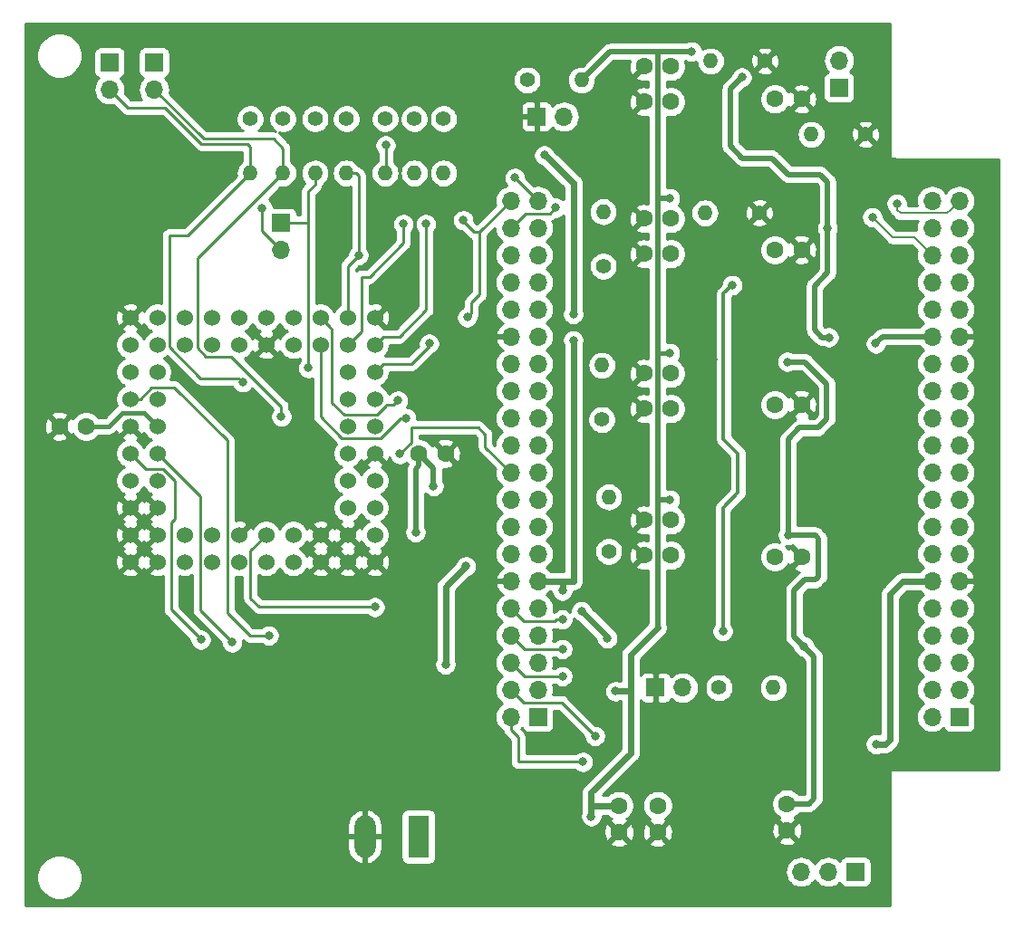
<source format=gbr>
G04 #@! TF.GenerationSoftware,KiCad,Pcbnew,(5.1.4)-1*
G04 #@! TF.CreationDate,2019-09-26T19:24:03+02:00*
G04 #@! TF.ProjectId,Konami-2_DE10Nano_adapter_V1_2,4b6f6e61-6d69-42d3-925f-444531304e61,1.1*
G04 #@! TF.SameCoordinates,Original*
G04 #@! TF.FileFunction,Copper,L2,Bot*
G04 #@! TF.FilePolarity,Positive*
%FSLAX46Y46*%
G04 Gerber Fmt 4.6, Leading zero omitted, Abs format (unit mm)*
G04 Created by KiCad (PCBNEW (5.1.4)-1) date 2019-09-26 19:24:03*
%MOMM*%
%LPD*%
G04 APERTURE LIST*
%ADD10O,1.980000X3.960000*%
%ADD11R,1.980000X3.960000*%
%ADD12O,1.700000X1.700000*%
%ADD13R,1.700000X1.700000*%
%ADD14C,1.524000*%
%ADD15C,1.600000*%
%ADD16C,1.400000*%
%ADD17O,1.400000X1.400000*%
%ADD18C,0.800000*%
%ADD19C,0.508000*%
%ADD20C,0.406400*%
%ADD21C,0.609600*%
%ADD22C,0.254000*%
%ADD23C,0.203200*%
%ADD24C,0.304800*%
G04 APERTURE END LIST*
D10*
X197438000Y-120650000D03*
D11*
X202438000Y-120650000D03*
D12*
X211074000Y-61214000D03*
X213614000Y-61214000D03*
X211074000Y-63754000D03*
X213614000Y-63754000D03*
X211074000Y-66294000D03*
X213614000Y-66294000D03*
X211074000Y-68834000D03*
X213614000Y-68834000D03*
X211074000Y-71374000D03*
X213614000Y-71374000D03*
X211074000Y-73914000D03*
X213614000Y-73914000D03*
X211074000Y-76454000D03*
X213614000Y-76454000D03*
X211074000Y-78994000D03*
X213614000Y-78994000D03*
X211074000Y-81534000D03*
X213614000Y-81534000D03*
X211074000Y-84074000D03*
X213614000Y-84074000D03*
X211074000Y-86614000D03*
X213614000Y-86614000D03*
X211074000Y-89154000D03*
X213614000Y-89154000D03*
X211074000Y-91694000D03*
X213614000Y-91694000D03*
X211074000Y-94234000D03*
X213614000Y-94234000D03*
X211074000Y-96774000D03*
X213614000Y-96774000D03*
X211074000Y-99314000D03*
X213614000Y-99314000D03*
X211074000Y-101854000D03*
X213614000Y-101854000D03*
X211074000Y-104394000D03*
X213614000Y-104394000D03*
X211074000Y-106934000D03*
X213614000Y-106934000D03*
X211074000Y-109474000D03*
D13*
X213614000Y-109474000D03*
D12*
X241744500Y-48069500D03*
D13*
X241744500Y-50609500D03*
D12*
X238201200Y-123952000D03*
X240741200Y-123952000D03*
D13*
X243281200Y-123952000D03*
D12*
X216027000Y-53340000D03*
D13*
X213487000Y-53340000D03*
D14*
X198374000Y-72136000D03*
X195834000Y-72136000D03*
X193294000Y-72136000D03*
X190754000Y-72136000D03*
X188214000Y-72136000D03*
X185674000Y-72136000D03*
X183134000Y-72136000D03*
X180594000Y-72136000D03*
X178054000Y-72136000D03*
X175514000Y-72136000D03*
X175514000Y-74676000D03*
X175514000Y-77216000D03*
X175514000Y-79756000D03*
X175514000Y-82296000D03*
X175514000Y-84836000D03*
X175514000Y-87376000D03*
X175514000Y-89916000D03*
X175514000Y-92456000D03*
X175514000Y-94996000D03*
X178054000Y-94996000D03*
X180594000Y-94996000D03*
X183134000Y-94996000D03*
X185674000Y-94996000D03*
X188214000Y-94996000D03*
X190754000Y-94996000D03*
X193294000Y-94996000D03*
X195834000Y-94996000D03*
X198374000Y-94996000D03*
X198374000Y-92456000D03*
X198374000Y-89916000D03*
X198374000Y-87376000D03*
X198374000Y-84836000D03*
X198374000Y-82296000D03*
X198374000Y-79756000D03*
X198374000Y-77216000D03*
X198374000Y-74676000D03*
X195834000Y-74676000D03*
X193294000Y-74676000D03*
X190754000Y-74676000D03*
X188214000Y-74676000D03*
X185674000Y-74676000D03*
X183134000Y-74676000D03*
X180594000Y-74676000D03*
X178054000Y-74676000D03*
X178054000Y-77216000D03*
X178054000Y-79756000D03*
X178054000Y-82296000D03*
X178054000Y-84836000D03*
X178054000Y-87376000D03*
X178054000Y-89916000D03*
X178054000Y-92456000D03*
X180594000Y-92456000D03*
X183134000Y-92456000D03*
X185674000Y-92456000D03*
X188214000Y-92456000D03*
X190754000Y-92456000D03*
X193294000Y-92456000D03*
X195834000Y-92456000D03*
X195834000Y-89916000D03*
X195834000Y-87376000D03*
X195834000Y-84836000D03*
X195834000Y-82296000D03*
X195834000Y-79756000D03*
X195834000Y-77216000D03*
D12*
X250444000Y-61214000D03*
X252984000Y-61214000D03*
X250444000Y-63754000D03*
X252984000Y-63754000D03*
X250444000Y-66294000D03*
X252984000Y-66294000D03*
X250444000Y-68834000D03*
X252984000Y-68834000D03*
X250444000Y-71374000D03*
X252984000Y-71374000D03*
X250444000Y-73914000D03*
X252984000Y-73914000D03*
X250444000Y-76454000D03*
X252984000Y-76454000D03*
X250444000Y-78994000D03*
X252984000Y-78994000D03*
X250444000Y-81534000D03*
X252984000Y-81534000D03*
X250444000Y-84074000D03*
X252984000Y-84074000D03*
X250444000Y-86614000D03*
X252984000Y-86614000D03*
X250444000Y-89154000D03*
X252984000Y-89154000D03*
X250444000Y-91694000D03*
X252984000Y-91694000D03*
X250444000Y-94234000D03*
X252984000Y-94234000D03*
X250444000Y-96774000D03*
X252984000Y-96774000D03*
X250444000Y-99314000D03*
X252984000Y-99314000D03*
X250444000Y-101854000D03*
X252984000Y-101854000D03*
X250444000Y-104394000D03*
X252984000Y-104394000D03*
X250444000Y-106934000D03*
X252984000Y-106934000D03*
X250444000Y-109474000D03*
D13*
X252984000Y-109474000D03*
D15*
X202478000Y-84836000D03*
X204978000Y-84836000D03*
X168910000Y-82296000D03*
X171410000Y-82296000D03*
X235752000Y-51689000D03*
X238252000Y-51689000D03*
X223520000Y-51943000D03*
X226020000Y-51943000D03*
X226020000Y-48641000D03*
X223520000Y-48641000D03*
X238252000Y-65786000D03*
X235752000Y-65786000D03*
X223520000Y-66167000D03*
X226020000Y-66167000D03*
X226020000Y-62865000D03*
X223520000Y-62865000D03*
X235752000Y-80264000D03*
X238252000Y-80264000D03*
X223520000Y-80645000D03*
X226020000Y-80645000D03*
X226020000Y-77343000D03*
X223520000Y-77343000D03*
X238252000Y-94488000D03*
X235752000Y-94488000D03*
X223520000Y-94361000D03*
X226020000Y-94361000D03*
X226020000Y-91059000D03*
X223520000Y-91059000D03*
X236880400Y-117591200D03*
X236880400Y-120091200D03*
X224790000Y-120243600D03*
X224790000Y-117743600D03*
X221183200Y-117743600D03*
X221183200Y-120243600D03*
D16*
X202057000Y-53530500D03*
D17*
X202057000Y-58610500D03*
X192786000Y-58623200D03*
D16*
X192786000Y-53543200D03*
X204787500Y-53530500D03*
D17*
X204787500Y-58610500D03*
X199326500Y-58610500D03*
D16*
X199326500Y-53530500D03*
D17*
X195707000Y-58610500D03*
D16*
X195707000Y-53530500D03*
X234823000Y-48133000D03*
D17*
X229743000Y-48133000D03*
X219710000Y-62230000D03*
D16*
X219710000Y-67310000D03*
X219583000Y-81661000D03*
D17*
X219583000Y-76581000D03*
D16*
X220218000Y-93980000D03*
D17*
X220218000Y-88900000D03*
X217678000Y-49911000D03*
D16*
X212598000Y-49911000D03*
D17*
X239141000Y-54991000D03*
D16*
X244221000Y-54991000D03*
D12*
X189636400Y-65836800D03*
D13*
X189636400Y-63296800D03*
D12*
X173583600Y-50800000D03*
D13*
X173583600Y-48260000D03*
X177749200Y-48260000D03*
D12*
X177749200Y-50800000D03*
D17*
X186740800Y-58623200D03*
D16*
X186740800Y-53543200D03*
X189788800Y-53543200D03*
D17*
X189788800Y-58623200D03*
D12*
X227126800Y-106730800D03*
D13*
X224586800Y-106730800D03*
D17*
X229209600Y-62331600D03*
D16*
X234289600Y-62331600D03*
X230530400Y-106730800D03*
D17*
X235610400Y-106730800D03*
D18*
X225933000Y-89154000D03*
X225933000Y-75438000D03*
X225933000Y-60960000D03*
X227965000Y-47244000D03*
X202184000Y-92202000D03*
X206883000Y-95377000D03*
X204978000Y-104559010D03*
X214200509Y-56944491D03*
X216916000Y-74256990D03*
X216916000Y-71806000D03*
X217678000Y-99568000D03*
X215900000Y-97663000D03*
X220091000Y-102108000D03*
X220853000Y-107061000D03*
X218592400Y-118770400D03*
X203860400Y-87884000D03*
X235610400Y-109321600D03*
X235077000Y-60452000D03*
X229743000Y-58801000D03*
X230251000Y-87503000D03*
X233172000Y-90678000D03*
X229997000Y-76073000D03*
X226263200Y-109982000D03*
X232918000Y-75057000D03*
X229489000Y-103962200D03*
X232714800Y-103987600D03*
X236982000Y-92456000D03*
X240792000Y-73977500D03*
X245173500Y-74549000D03*
X232664000Y-49657000D03*
X232664000Y-49657000D03*
X236918500Y-76263500D03*
X240665000Y-63754000D03*
X238455200Y-102870000D03*
X245186200Y-112014000D03*
X217805000Y-113665000D03*
X182118000Y-102235000D03*
X185039000Y-102489000D03*
X218954067Y-111245933D03*
X188468000Y-101854000D03*
X215906067Y-105657933D03*
X215906067Y-103117933D03*
X200533000Y-79883000D03*
X201295000Y-81534000D03*
X200710800Y-84886800D03*
X215900000Y-100354000D03*
X198374000Y-99187000D03*
X215265000Y-61849000D03*
X244856000Y-62738000D03*
X247142000Y-61468000D03*
X196850000Y-66294000D03*
X211455000Y-59055000D03*
X199390000Y-56007000D03*
X201041000Y-63373000D03*
X206629000Y-63027000D03*
X203454000Y-74549999D03*
X207010000Y-72101000D03*
X203136500Y-63373000D03*
X187858400Y-61874400D03*
X192151000Y-76835000D03*
X186029600Y-78181200D03*
X189636400Y-81381600D03*
X231749600Y-69088000D03*
X230886000Y-101447600D03*
D19*
X224790000Y-51562000D02*
X224790000Y-51562000D01*
X224790000Y-65786000D02*
X224790000Y-65786000D01*
X224790000Y-80264000D02*
X224790000Y-80264000D01*
D20*
X174752000Y-81026000D02*
X173482000Y-82296000D01*
X176784000Y-81026000D02*
X174752000Y-81026000D01*
X178054000Y-82296000D02*
X176784000Y-81026000D01*
X171410000Y-82296000D02*
X173482000Y-82296000D01*
D19*
X225933000Y-89154000D02*
X224790000Y-89154000D01*
D20*
X225933000Y-75438000D02*
X224790000Y-75438000D01*
D19*
X225933000Y-60960000D02*
X224790000Y-60960000D01*
X220345000Y-47244000D02*
X217678000Y-49911000D01*
X224790000Y-47244000D02*
X220345000Y-47244000D01*
X227965000Y-47244000D02*
X224790000Y-47244000D01*
X202478000Y-85967370D02*
X202184000Y-86261370D01*
X202478000Y-84836000D02*
X202478000Y-85967370D01*
X202184000Y-86261370D02*
X202184000Y-92202000D01*
D21*
X206883000Y-95377000D02*
X204978000Y-97282000D01*
X204978000Y-97282000D02*
X204978000Y-104559010D01*
X216916000Y-59563000D02*
X214200509Y-56944491D01*
X216916000Y-71755000D02*
X216916000Y-59563000D01*
X216916000Y-74295000D02*
X216916000Y-96774000D01*
X216916000Y-96774000D02*
X216408000Y-96774000D01*
X215900000Y-96774000D02*
X215900000Y-97663000D01*
X215900000Y-96774000D02*
X216408000Y-96774000D01*
X213614000Y-96774000D02*
X215900000Y-96774000D01*
X217678000Y-99568000D02*
X220091000Y-101981000D01*
D19*
X220091000Y-101981000D02*
X220091000Y-102108000D01*
D21*
X222250000Y-112877600D02*
X218592400Y-116535200D01*
X224790000Y-101142800D02*
X222250000Y-103682800D01*
D19*
X224790000Y-47244000D02*
X224790000Y-101142800D01*
D21*
X221183200Y-117743600D02*
X218632400Y-117743600D01*
X218592400Y-116535200D02*
X218592400Y-117703600D01*
X218592400Y-117703600D02*
X218592400Y-118770400D01*
X222224600Y-107061000D02*
X220853000Y-107061000D01*
D19*
X222250000Y-107035600D02*
X222224600Y-107061000D01*
D21*
X222250000Y-107035600D02*
X222250000Y-112877600D01*
X222250000Y-103682800D02*
X222250000Y-107035600D01*
D19*
X203860400Y-86218400D02*
X202478000Y-84836000D01*
X203860400Y-87884000D02*
X203860400Y-86218400D01*
X236982000Y-92456000D02*
X236982000Y-83502500D01*
X236982000Y-83502500D02*
X238061500Y-82423000D01*
X238061500Y-82423000D02*
X239776000Y-82423000D01*
X239776000Y-82423000D02*
X240601500Y-81597500D01*
X240601500Y-81597500D02*
X240601500Y-78867000D01*
X250444000Y-73914000D02*
X245808500Y-73914000D01*
X245808500Y-73914000D02*
X245173500Y-74549000D01*
X232664000Y-49657000D02*
X232664000Y-49657000D01*
X232664000Y-49657000D02*
X232664000Y-49657000D01*
X240601500Y-78867000D02*
X240601500Y-78295500D01*
X240601500Y-78295500D02*
X238569500Y-76263500D01*
X238569500Y-76263500D02*
X236918500Y-76263500D01*
X231584500Y-50736500D02*
X232664000Y-49657000D01*
X231584500Y-56070500D02*
X231584500Y-50736500D01*
X240665000Y-64770000D02*
X240665000Y-67945000D01*
X236982000Y-58737500D02*
X235458000Y-57213500D01*
X239458500Y-69151500D02*
X239458500Y-73279000D01*
X240665000Y-67945000D02*
X239458500Y-69151500D01*
X239458500Y-73279000D02*
X240157000Y-73977500D01*
X232727500Y-57213500D02*
X231584500Y-56070500D01*
X240157000Y-73977500D02*
X240792000Y-73977500D01*
X235458000Y-57213500D02*
X232727500Y-57213500D01*
X240665000Y-64770000D02*
X240665000Y-63754000D01*
X240665000Y-63754000D02*
X240665000Y-59436000D01*
X239966500Y-58737500D02*
X236982000Y-58737500D01*
X240665000Y-59436000D02*
X239966500Y-58737500D01*
X239522000Y-92456000D02*
X236982000Y-92456000D01*
X239839500Y-92773500D02*
X239522000Y-92456000D01*
X239839500Y-96329500D02*
X239839500Y-92773500D01*
X238912400Y-96647000D02*
X239522000Y-96647000D01*
X239522000Y-96647000D02*
X239839500Y-96329500D01*
X238912400Y-96647000D02*
X238531400Y-96647000D01*
X238531400Y-96647000D02*
X237540800Y-97637600D01*
X237540800Y-97637600D02*
X237540800Y-101955600D01*
X237540800Y-101955600D02*
X238455200Y-102870000D01*
X238923200Y-117591200D02*
X236880400Y-117591200D01*
X239420400Y-117094000D02*
X238923200Y-117591200D01*
X238455200Y-102870000D02*
X239420400Y-103835200D01*
X239420400Y-103835200D02*
X239420400Y-117094000D01*
D21*
X246062500Y-112014000D02*
X245364000Y-112014000D01*
X246507000Y-111569500D02*
X246062500Y-112014000D01*
X246507000Y-97980500D02*
X246507000Y-111569500D01*
X250444000Y-96774000D02*
X247713500Y-96774000D01*
X247713500Y-96774000D02*
X246507000Y-97980500D01*
D22*
X211074000Y-110676081D02*
X211074000Y-109474000D01*
X211751352Y-111353433D02*
X211074000Y-110676081D01*
X211751352Y-113632882D02*
X211751352Y-111353433D01*
X217805000Y-113665000D02*
X211783470Y-113665000D01*
X211783470Y-113665000D02*
X211751352Y-113632882D01*
X178576721Y-86286999D02*
X179705000Y-87415278D01*
X175514000Y-84836000D02*
X176964999Y-86286999D01*
X176964999Y-86286999D02*
X178576721Y-86286999D01*
X179705000Y-87415278D02*
X179705000Y-90932000D01*
X179705000Y-90932000D02*
X179324000Y-91313000D01*
X179324000Y-91313000D02*
X179324000Y-99441000D01*
X179324000Y-99441000D02*
X182118000Y-102235000D01*
X182044999Y-88826999D02*
X182044999Y-99494999D01*
X178054000Y-84836000D02*
X182044999Y-88826999D01*
X182044999Y-99494999D02*
X185039000Y-102489000D01*
X211923999Y-107783999D02*
X211074000Y-106934000D01*
X212251001Y-108111001D02*
X211923999Y-107783999D01*
X215807001Y-108111001D02*
X212251001Y-108111001D01*
X218541934Y-110845934D02*
X215807001Y-108111001D01*
X218954067Y-111245933D02*
X218554068Y-110845934D01*
X218554068Y-110845934D02*
X218541934Y-110845934D01*
X213614000Y-104394000D02*
X212852000Y-104394000D01*
X177531279Y-78666999D02*
X179631999Y-78666999D01*
X175514000Y-79756000D02*
X176442278Y-79756000D01*
X176442278Y-79756000D02*
X177531279Y-78666999D01*
X184584999Y-83619999D02*
X184584999Y-99748999D01*
X179631999Y-78666999D02*
X184584999Y-83619999D01*
X184584999Y-99748999D02*
X186690000Y-101854000D01*
X186690000Y-101854000D02*
X188468000Y-101854000D01*
X212337933Y-105657933D02*
X211074000Y-104394000D01*
X215906067Y-105657933D02*
X212337933Y-105657933D01*
X212337933Y-103117933D02*
X211074000Y-101854000D01*
X215906067Y-103117933D02*
X212337933Y-103117933D01*
X194055999Y-72897999D02*
X193294000Y-72136000D01*
X194383001Y-73225001D02*
X194055999Y-72897999D01*
X194383001Y-80083001D02*
X194383001Y-73225001D01*
X195506999Y-81206999D02*
X194383001Y-80083001D01*
X198534723Y-81206999D02*
X195506999Y-81206999D01*
X199384723Y-80356999D02*
X198534723Y-81206999D01*
X199463001Y-80278721D02*
X199756279Y-80278721D01*
X199384723Y-80356999D02*
X199463001Y-80278721D01*
X199756279Y-80278721D02*
X200137279Y-80278721D01*
X200137279Y-80278721D02*
X200533000Y-79883000D01*
X193294000Y-75753630D02*
X193294000Y-74676000D01*
X193294000Y-81367722D02*
X193294000Y-75753630D01*
X195311279Y-83385001D02*
X193294000Y-81367722D01*
X198896721Y-83385001D02*
X195311279Y-83385001D01*
X200747722Y-81534000D02*
X198896721Y-83385001D01*
X201295000Y-81534000D02*
X200747722Y-81534000D01*
X201777008Y-82397600D02*
X208026000Y-82397600D01*
X208026000Y-82397600D02*
X208686400Y-83058000D01*
X208686400Y-83058000D02*
X208686400Y-84226400D01*
X208686400Y-84226400D02*
X211074000Y-86614000D01*
X201777008Y-83820592D02*
X200710800Y-84886800D01*
X201777008Y-82397600D02*
X201777008Y-83820592D01*
X215900000Y-100354000D02*
X215334315Y-100354000D01*
X215334315Y-100354000D02*
X215197314Y-100491001D01*
X211923999Y-100163999D02*
X211074000Y-99314000D01*
X212251001Y-100491001D02*
X211923999Y-100163999D01*
X215197314Y-100491001D02*
X212251001Y-100491001D01*
X186763001Y-93906999D02*
X188214000Y-92456000D01*
X186763001Y-98371001D02*
X186763001Y-93906999D01*
X198374000Y-99187000D02*
X187579000Y-99187000D01*
X187579000Y-99187000D02*
X186763001Y-98371001D01*
X211923999Y-62904001D02*
X211074000Y-63754000D01*
X212436999Y-62391001D02*
X211923999Y-62904001D01*
X214722999Y-62391001D02*
X212436999Y-62391001D01*
X215265000Y-61849000D02*
X214722999Y-62391001D01*
D23*
X244856000Y-62738000D02*
X246761000Y-64643000D01*
X248793000Y-64643000D02*
X250444000Y-66294000D01*
X246761000Y-64643000D02*
X248793000Y-64643000D01*
X252134001Y-62063999D02*
X252984000Y-61214000D01*
X251832399Y-62365601D02*
X252134001Y-62063999D01*
X247473916Y-62365601D02*
X251832399Y-62365601D01*
X247142000Y-62033685D02*
X247473916Y-62365601D01*
X247142000Y-61468000D02*
X247142000Y-62033685D01*
D22*
X195834000Y-67310000D02*
X195834000Y-72136000D01*
X196850000Y-66294000D02*
X195834000Y-67310000D01*
X196850000Y-58864500D02*
X196596000Y-58610500D01*
X196850000Y-66294000D02*
X196850000Y-58864500D01*
X196596000Y-58610500D02*
X195707000Y-58610500D01*
X213614000Y-61214000D02*
X212436999Y-60036999D01*
X212436999Y-60036999D02*
X211455000Y-59055000D01*
X199390000Y-58547000D02*
X199326500Y-58610500D01*
X199390000Y-56007000D02*
X199390000Y-58547000D01*
X195834000Y-74676000D02*
X197104000Y-73406000D01*
X197104000Y-73406000D02*
X197104000Y-68326000D01*
X197104000Y-68326000D02*
X197866000Y-68326000D01*
X201041000Y-65151000D02*
X201041000Y-63373000D01*
X197866000Y-68326000D02*
X201041000Y-65151000D01*
X208153000Y-64135000D02*
X211074000Y-61214000D01*
X208153000Y-69977000D02*
X208153000Y-64135000D01*
X198374000Y-77216000D02*
X199135999Y-76454001D01*
X199135999Y-76454001D02*
X201675999Y-76454001D01*
X208153000Y-64135000D02*
X207645000Y-64135000D01*
X207645000Y-64135000D02*
X206629000Y-63119000D01*
X206629000Y-63119000D02*
X206629000Y-63027000D01*
X201675999Y-76454001D02*
X201802999Y-76454001D01*
X201802999Y-76454001D02*
X203454000Y-74803000D01*
X203454000Y-74803000D02*
X203454000Y-74549999D01*
X207409999Y-70720001D02*
X208153000Y-69977000D01*
X207409999Y-71701001D02*
X207409999Y-70720001D01*
X207010000Y-72101000D02*
X207409999Y-71701001D01*
X200667065Y-73914001D02*
X203180980Y-71400086D01*
X198374000Y-74676000D02*
X199135999Y-73914001D01*
X199135999Y-73914001D02*
X200667065Y-73914001D01*
X203180980Y-71400086D02*
X203180980Y-63417480D01*
X203180980Y-63417480D02*
X203136500Y-63373000D01*
X187858400Y-64058800D02*
X189636400Y-65836800D01*
X187858400Y-61874400D02*
X187858400Y-64058800D01*
X192786000Y-59690000D02*
X192786000Y-58623200D01*
X192151000Y-60325000D02*
X192786000Y-59690000D01*
X192125600Y-63296800D02*
X189636400Y-63296800D01*
X192151000Y-63271400D02*
X192125600Y-63296800D01*
X192151000Y-63271400D02*
X192151000Y-60325000D01*
X192151000Y-76835000D02*
X192151000Y-63271400D01*
X179171600Y-74865322D02*
X179171600Y-64465200D01*
X182087479Y-77781201D02*
X179171600Y-74865322D01*
X186029600Y-78181200D02*
X185629601Y-77781201D01*
X185629601Y-77781201D02*
X182087479Y-77781201D01*
X180898800Y-64465200D02*
X186740800Y-58623200D01*
X179171600Y-64465200D02*
X180898800Y-64465200D01*
X175260000Y-52476400D02*
X173583600Y-50800000D01*
X178783533Y-52476400D02*
X175260000Y-52476400D01*
X182183943Y-55876810D02*
X178783533Y-52476400D01*
X186483610Y-55876810D02*
X182183943Y-55876810D01*
X186740800Y-58623200D02*
X186740800Y-56134000D01*
X186740800Y-56134000D02*
X186483610Y-55876810D01*
X187909200Y-60502800D02*
X189788800Y-58623200D01*
X189636400Y-80416400D02*
X184985001Y-75765001D01*
X184985001Y-75765001D02*
X182611279Y-75765001D01*
X189636400Y-81381600D02*
X189636400Y-80416400D01*
X182611279Y-75765001D02*
X181813200Y-74966922D01*
X181813200Y-74966922D02*
X181813200Y-66598800D01*
X181813200Y-66598800D02*
X187909200Y-60502800D01*
X182372000Y-55422800D02*
X177749200Y-50800000D01*
X188925200Y-55422800D02*
X182372000Y-55422800D01*
X189788800Y-58623200D02*
X189788800Y-56286400D01*
X189788800Y-56286400D02*
X188925200Y-55422800D01*
D24*
X231749600Y-69088000D02*
X230936800Y-69900800D01*
X230936800Y-69900800D02*
X230936800Y-74980800D01*
X230936800Y-83464400D02*
X232308400Y-84836000D01*
X230936800Y-74980800D02*
X230936800Y-83464400D01*
X232308400Y-84836000D02*
X232308400Y-88493600D01*
X232308400Y-88493600D02*
X230886000Y-89916000D01*
X230886000Y-89916000D02*
X230886000Y-101447600D01*
D22*
G36*
X246482000Y-46514418D02*
G01*
X246482001Y-46514428D01*
X246482000Y-56609581D01*
X246478807Y-56642000D01*
X246491550Y-56771383D01*
X246507000Y-56822314D01*
X246507000Y-57150000D01*
X246509440Y-57174776D01*
X246516667Y-57198601D01*
X246528403Y-57220557D01*
X246544197Y-57239803D01*
X246563443Y-57255597D01*
X246585399Y-57267333D01*
X246609224Y-57274560D01*
X246634000Y-57277000D01*
X246961686Y-57277000D01*
X247012617Y-57292450D01*
X247142000Y-57305193D01*
X247174419Y-57302000D01*
X256642001Y-57302000D01*
X256642000Y-109949581D01*
X256642000Y-109949582D01*
X256642001Y-114402000D01*
X247174419Y-114402000D01*
X247142000Y-114398807D01*
X247109581Y-114402000D01*
X247012617Y-114411550D01*
X246961686Y-114427000D01*
X246634000Y-114427000D01*
X246609224Y-114429440D01*
X246585399Y-114436667D01*
X246563443Y-114448403D01*
X246544197Y-114464197D01*
X246528403Y-114483443D01*
X246516667Y-114505399D01*
X246509440Y-114529224D01*
X246507000Y-114554000D01*
X246507000Y-114881686D01*
X246491550Y-114932617D01*
X246478807Y-115062000D01*
X246482000Y-115094419D01*
X246482001Y-122649572D01*
X246482000Y-122649582D01*
X246482001Y-127102000D01*
X165760000Y-127102000D01*
X165760000Y-124250194D01*
X166779807Y-124250194D01*
X166779807Y-124669806D01*
X166861669Y-125081354D01*
X167022248Y-125469025D01*
X167255371Y-125817919D01*
X167552081Y-126114629D01*
X167900975Y-126347752D01*
X168288646Y-126508331D01*
X168700194Y-126590193D01*
X169119806Y-126590193D01*
X169531354Y-126508331D01*
X169919025Y-126347752D01*
X170267919Y-126114629D01*
X170564629Y-125817919D01*
X170797752Y-125469025D01*
X170958331Y-125081354D01*
X171040193Y-124669806D01*
X171040193Y-124250194D01*
X170980879Y-123952000D01*
X236709015Y-123952000D01*
X236737687Y-124243111D01*
X236822601Y-124523034D01*
X236960494Y-124781014D01*
X237146066Y-125007134D01*
X237372186Y-125192706D01*
X237630166Y-125330599D01*
X237910089Y-125415513D01*
X238128250Y-125437000D01*
X238274150Y-125437000D01*
X238492311Y-125415513D01*
X238772234Y-125330599D01*
X239030214Y-125192706D01*
X239256334Y-125007134D01*
X239441906Y-124781014D01*
X239471200Y-124726209D01*
X239500494Y-124781014D01*
X239686066Y-125007134D01*
X239912186Y-125192706D01*
X240170166Y-125330599D01*
X240450089Y-125415513D01*
X240668250Y-125437000D01*
X240814150Y-125437000D01*
X241032311Y-125415513D01*
X241312234Y-125330599D01*
X241570214Y-125192706D01*
X241796334Y-125007134D01*
X241820807Y-124977313D01*
X241841698Y-125046180D01*
X241900663Y-125156494D01*
X241980015Y-125253185D01*
X242076706Y-125332537D01*
X242187020Y-125391502D01*
X242306718Y-125427812D01*
X242431200Y-125440072D01*
X244131200Y-125440072D01*
X244255682Y-125427812D01*
X244375380Y-125391502D01*
X244485694Y-125332537D01*
X244582385Y-125253185D01*
X244661737Y-125156494D01*
X244720702Y-125046180D01*
X244757012Y-124926482D01*
X244769272Y-124802000D01*
X244769272Y-123102000D01*
X244757012Y-122977518D01*
X244720702Y-122857820D01*
X244661737Y-122747506D01*
X244582385Y-122650815D01*
X244485694Y-122571463D01*
X244375380Y-122512498D01*
X244255682Y-122476188D01*
X244131200Y-122463928D01*
X242431200Y-122463928D01*
X242306718Y-122476188D01*
X242187020Y-122512498D01*
X242076706Y-122571463D01*
X241980015Y-122650815D01*
X241900663Y-122747506D01*
X241841698Y-122857820D01*
X241820807Y-122926687D01*
X241796334Y-122896866D01*
X241570214Y-122711294D01*
X241312234Y-122573401D01*
X241032311Y-122488487D01*
X240814150Y-122467000D01*
X240668250Y-122467000D01*
X240450089Y-122488487D01*
X240170166Y-122573401D01*
X239912186Y-122711294D01*
X239686066Y-122896866D01*
X239500494Y-123122986D01*
X239471200Y-123177791D01*
X239441906Y-123122986D01*
X239256334Y-122896866D01*
X239030214Y-122711294D01*
X238772234Y-122573401D01*
X238492311Y-122488487D01*
X238274150Y-122467000D01*
X238128250Y-122467000D01*
X237910089Y-122488487D01*
X237630166Y-122573401D01*
X237372186Y-122711294D01*
X237146066Y-122896866D01*
X236960494Y-123122986D01*
X236822601Y-123380966D01*
X236737687Y-123660889D01*
X236709015Y-123952000D01*
X170980879Y-123952000D01*
X170958331Y-123838646D01*
X170797752Y-123450975D01*
X170564629Y-123102081D01*
X170267919Y-122805371D01*
X169919025Y-122572248D01*
X169531354Y-122411669D01*
X169119806Y-122329807D01*
X168700194Y-122329807D01*
X168288646Y-122411669D01*
X167900975Y-122572248D01*
X167552081Y-122805371D01*
X167255371Y-123102081D01*
X167022248Y-123450975D01*
X166861669Y-123838646D01*
X166779807Y-124250194D01*
X165760000Y-124250194D01*
X165760000Y-120777000D01*
X195813000Y-120777000D01*
X195813000Y-121767000D01*
X195869000Y-122081582D01*
X195985296Y-122379194D01*
X196157419Y-122648399D01*
X196378754Y-122878852D01*
X196640795Y-123061696D01*
X196933472Y-123189905D01*
X197059135Y-123220218D01*
X197311000Y-123100740D01*
X197311000Y-120777000D01*
X197565000Y-120777000D01*
X197565000Y-123100740D01*
X197816865Y-123220218D01*
X197942528Y-123189905D01*
X198235205Y-123061696D01*
X198497246Y-122878852D01*
X198718581Y-122648399D01*
X198890704Y-122379194D01*
X199007000Y-122081582D01*
X199063000Y-121767000D01*
X199063000Y-120777000D01*
X197565000Y-120777000D01*
X197311000Y-120777000D01*
X195813000Y-120777000D01*
X165760000Y-120777000D01*
X165760000Y-119533000D01*
X195813000Y-119533000D01*
X195813000Y-120523000D01*
X197311000Y-120523000D01*
X197311000Y-118199260D01*
X197565000Y-118199260D01*
X197565000Y-120523000D01*
X199063000Y-120523000D01*
X199063000Y-119533000D01*
X199007000Y-119218418D01*
X198890704Y-118920806D01*
X198730345Y-118670000D01*
X200809928Y-118670000D01*
X200809928Y-122630000D01*
X200822188Y-122754482D01*
X200858498Y-122874180D01*
X200917463Y-122984494D01*
X200996815Y-123081185D01*
X201093506Y-123160537D01*
X201203820Y-123219502D01*
X201323518Y-123255812D01*
X201448000Y-123268072D01*
X203428000Y-123268072D01*
X203552482Y-123255812D01*
X203672180Y-123219502D01*
X203782494Y-123160537D01*
X203879185Y-123081185D01*
X203958537Y-122984494D01*
X204017502Y-122874180D01*
X204053812Y-122754482D01*
X204066072Y-122630000D01*
X204066072Y-121236302D01*
X220370103Y-121236302D01*
X220441686Y-121480271D01*
X220697196Y-121601171D01*
X220971384Y-121669900D01*
X221253712Y-121683817D01*
X221533330Y-121642387D01*
X221799492Y-121547203D01*
X221924714Y-121480271D01*
X221996297Y-121236302D01*
X223976903Y-121236302D01*
X224048486Y-121480271D01*
X224303996Y-121601171D01*
X224578184Y-121669900D01*
X224860512Y-121683817D01*
X225140130Y-121642387D01*
X225406292Y-121547203D01*
X225531514Y-121480271D01*
X225603097Y-121236302D01*
X225450697Y-121083902D01*
X236067303Y-121083902D01*
X236138886Y-121327871D01*
X236394396Y-121448771D01*
X236668584Y-121517500D01*
X236950912Y-121531417D01*
X237230530Y-121489987D01*
X237496692Y-121394803D01*
X237621914Y-121327871D01*
X237693497Y-121083902D01*
X236880400Y-120270805D01*
X236067303Y-121083902D01*
X225450697Y-121083902D01*
X224790000Y-120423205D01*
X223976903Y-121236302D01*
X221996297Y-121236302D01*
X221183200Y-120423205D01*
X220370103Y-121236302D01*
X204066072Y-121236302D01*
X204066072Y-120314112D01*
X219742983Y-120314112D01*
X219784413Y-120593730D01*
X219879597Y-120859892D01*
X219946529Y-120985114D01*
X220190498Y-121056697D01*
X221003595Y-120243600D01*
X221362805Y-120243600D01*
X222175902Y-121056697D01*
X222419871Y-120985114D01*
X222540771Y-120729604D01*
X222609500Y-120455416D01*
X222616465Y-120314112D01*
X223349783Y-120314112D01*
X223391213Y-120593730D01*
X223486397Y-120859892D01*
X223553329Y-120985114D01*
X223797298Y-121056697D01*
X224610395Y-120243600D01*
X224969605Y-120243600D01*
X225782702Y-121056697D01*
X226026671Y-120985114D01*
X226147571Y-120729604D01*
X226216300Y-120455416D01*
X226230217Y-120173088D01*
X226228532Y-120161712D01*
X235440183Y-120161712D01*
X235481613Y-120441330D01*
X235576797Y-120707492D01*
X235643729Y-120832714D01*
X235887698Y-120904297D01*
X236700795Y-120091200D01*
X237060005Y-120091200D01*
X237873102Y-120904297D01*
X238117071Y-120832714D01*
X238237971Y-120577204D01*
X238306700Y-120303016D01*
X238320617Y-120020688D01*
X238279187Y-119741070D01*
X238184003Y-119474908D01*
X238117071Y-119349686D01*
X237873102Y-119278103D01*
X237060005Y-120091200D01*
X236700795Y-120091200D01*
X235887698Y-119278103D01*
X235643729Y-119349686D01*
X235522829Y-119605196D01*
X235454100Y-119879384D01*
X235440183Y-120161712D01*
X226228532Y-120161712D01*
X226188787Y-119893470D01*
X226093603Y-119627308D01*
X226026671Y-119502086D01*
X225782702Y-119430503D01*
X224969605Y-120243600D01*
X224610395Y-120243600D01*
X223797298Y-119430503D01*
X223553329Y-119502086D01*
X223432429Y-119757596D01*
X223363700Y-120031784D01*
X223349783Y-120314112D01*
X222616465Y-120314112D01*
X222623417Y-120173088D01*
X222581987Y-119893470D01*
X222486803Y-119627308D01*
X222419871Y-119502086D01*
X222175902Y-119430503D01*
X221362805Y-120243600D01*
X221003595Y-120243600D01*
X220190498Y-119430503D01*
X219946529Y-119502086D01*
X219825629Y-119757596D01*
X219756900Y-120031784D01*
X219742983Y-120314112D01*
X204066072Y-120314112D01*
X204066072Y-118670000D01*
X204053812Y-118545518D01*
X204017502Y-118425820D01*
X203958537Y-118315506D01*
X203879185Y-118218815D01*
X203782494Y-118139463D01*
X203672180Y-118080498D01*
X203552482Y-118044188D01*
X203428000Y-118031928D01*
X201448000Y-118031928D01*
X201323518Y-118044188D01*
X201203820Y-118080498D01*
X201093506Y-118139463D01*
X200996815Y-118218815D01*
X200917463Y-118315506D01*
X200858498Y-118425820D01*
X200822188Y-118545518D01*
X200809928Y-118670000D01*
X198730345Y-118670000D01*
X198718581Y-118651601D01*
X198497246Y-118421148D01*
X198235205Y-118238304D01*
X197942528Y-118110095D01*
X197816865Y-118079782D01*
X197565000Y-118199260D01*
X197311000Y-118199260D01*
X197059135Y-118079782D01*
X196933472Y-118110095D01*
X196640795Y-118238304D01*
X196378754Y-118421148D01*
X196157419Y-118651601D01*
X195985296Y-118920806D01*
X195869000Y-119218418D01*
X195813000Y-119533000D01*
X165760000Y-119533000D01*
X165760000Y-104457071D01*
X203943000Y-104457071D01*
X203943000Y-104660949D01*
X203982774Y-104860908D01*
X204060795Y-105049266D01*
X204174063Y-105218784D01*
X204318226Y-105362947D01*
X204487744Y-105476215D01*
X204676102Y-105554236D01*
X204876061Y-105594010D01*
X205079939Y-105594010D01*
X205279898Y-105554236D01*
X205468256Y-105476215D01*
X205637774Y-105362947D01*
X205781937Y-105218784D01*
X205895205Y-105049266D01*
X205973226Y-104860908D01*
X206013000Y-104660949D01*
X206013000Y-104457071D01*
X205973226Y-104257112D01*
X205917800Y-104123303D01*
X205917800Y-97671276D01*
X207239447Y-96349631D01*
X207373256Y-96294205D01*
X207542774Y-96180937D01*
X207686937Y-96036774D01*
X207800205Y-95867256D01*
X207878226Y-95678898D01*
X207918000Y-95478939D01*
X207918000Y-95275061D01*
X207878226Y-95075102D01*
X207800205Y-94886744D01*
X207686937Y-94717226D01*
X207542774Y-94573063D01*
X207373256Y-94459795D01*
X207184898Y-94381774D01*
X206984939Y-94342000D01*
X206781061Y-94342000D01*
X206581102Y-94381774D01*
X206392744Y-94459795D01*
X206223226Y-94573063D01*
X206079063Y-94717226D01*
X205965795Y-94886744D01*
X205910369Y-95020553D01*
X204346115Y-96584809D01*
X204310246Y-96614246D01*
X204192804Y-96757349D01*
X204105537Y-96920615D01*
X204051798Y-97097768D01*
X204038200Y-97235834D01*
X204038200Y-97235843D01*
X204033654Y-97282000D01*
X204038200Y-97328157D01*
X204038201Y-104123301D01*
X203982774Y-104257112D01*
X203943000Y-104457071D01*
X165760000Y-104457071D01*
X165760000Y-95961565D01*
X174728040Y-95961565D01*
X174795020Y-96201656D01*
X175044048Y-96318756D01*
X175311135Y-96385023D01*
X175586017Y-96397910D01*
X175858133Y-96356922D01*
X176117023Y-96263636D01*
X176232980Y-96201656D01*
X176299960Y-95961565D01*
X175514000Y-95175605D01*
X174728040Y-95961565D01*
X165760000Y-95961565D01*
X165760000Y-95068017D01*
X174112090Y-95068017D01*
X174153078Y-95340133D01*
X174246364Y-95599023D01*
X174308344Y-95714980D01*
X174548435Y-95781960D01*
X175334395Y-94996000D01*
X175693605Y-94996000D01*
X176479565Y-95781960D01*
X176719656Y-95714980D01*
X176781079Y-95584356D01*
X176786364Y-95599023D01*
X176848344Y-95714980D01*
X177088435Y-95781960D01*
X177874395Y-94996000D01*
X177088435Y-94210040D01*
X176848344Y-94277020D01*
X176786921Y-94407644D01*
X176781636Y-94392977D01*
X176719656Y-94277020D01*
X176479565Y-94210040D01*
X175693605Y-94996000D01*
X175334395Y-94996000D01*
X174548435Y-94210040D01*
X174308344Y-94277020D01*
X174191244Y-94526048D01*
X174124977Y-94793135D01*
X174112090Y-95068017D01*
X165760000Y-95068017D01*
X165760000Y-93421565D01*
X174728040Y-93421565D01*
X174795020Y-93661656D01*
X174925644Y-93723079D01*
X174910977Y-93728364D01*
X174795020Y-93790344D01*
X174728040Y-94030435D01*
X175514000Y-94816395D01*
X176299960Y-94030435D01*
X176232980Y-93790344D01*
X176102356Y-93728921D01*
X176117023Y-93723636D01*
X176232980Y-93661656D01*
X176299960Y-93421565D01*
X175514000Y-92635605D01*
X174728040Y-93421565D01*
X165760000Y-93421565D01*
X165760000Y-92528017D01*
X174112090Y-92528017D01*
X174153078Y-92800133D01*
X174246364Y-93059023D01*
X174308344Y-93174980D01*
X174548435Y-93241960D01*
X175334395Y-92456000D01*
X175693605Y-92456000D01*
X176479565Y-93241960D01*
X176719656Y-93174980D01*
X176781079Y-93044356D01*
X176786364Y-93059023D01*
X176848344Y-93174980D01*
X177088435Y-93241960D01*
X177874395Y-92456000D01*
X177088435Y-91670040D01*
X176848344Y-91737020D01*
X176786921Y-91867644D01*
X176781636Y-91852977D01*
X176719656Y-91737020D01*
X176479565Y-91670040D01*
X175693605Y-92456000D01*
X175334395Y-92456000D01*
X174548435Y-91670040D01*
X174308344Y-91737020D01*
X174191244Y-91986048D01*
X174124977Y-92253135D01*
X174112090Y-92528017D01*
X165760000Y-92528017D01*
X165760000Y-90881565D01*
X174728040Y-90881565D01*
X174795020Y-91121656D01*
X174925644Y-91183079D01*
X174910977Y-91188364D01*
X174795020Y-91250344D01*
X174728040Y-91490435D01*
X175514000Y-92276395D01*
X176299960Y-91490435D01*
X176232980Y-91250344D01*
X176102356Y-91188921D01*
X176117023Y-91183636D01*
X176232980Y-91121656D01*
X176299960Y-90881565D01*
X175514000Y-90095605D01*
X174728040Y-90881565D01*
X165760000Y-90881565D01*
X165760000Y-89988017D01*
X174112090Y-89988017D01*
X174153078Y-90260133D01*
X174246364Y-90519023D01*
X174308344Y-90634980D01*
X174548435Y-90701960D01*
X175334395Y-89916000D01*
X175693605Y-89916000D01*
X176479565Y-90701960D01*
X176719656Y-90634980D01*
X176781079Y-90504356D01*
X176786364Y-90519023D01*
X176848344Y-90634980D01*
X177088435Y-90701960D01*
X177874395Y-89916000D01*
X177088435Y-89130040D01*
X176848344Y-89197020D01*
X176786921Y-89327644D01*
X176781636Y-89312977D01*
X176719656Y-89197020D01*
X176479565Y-89130040D01*
X175693605Y-89916000D01*
X175334395Y-89916000D01*
X174548435Y-89130040D01*
X174308344Y-89197020D01*
X174191244Y-89446048D01*
X174124977Y-89713135D01*
X174112090Y-89988017D01*
X165760000Y-89988017D01*
X165760000Y-83288702D01*
X168096903Y-83288702D01*
X168168486Y-83532671D01*
X168423996Y-83653571D01*
X168698184Y-83722300D01*
X168980512Y-83736217D01*
X169260130Y-83694787D01*
X169526292Y-83599603D01*
X169651514Y-83532671D01*
X169723097Y-83288702D01*
X168910000Y-82475605D01*
X168096903Y-83288702D01*
X165760000Y-83288702D01*
X165760000Y-82366512D01*
X167469783Y-82366512D01*
X167511213Y-82646130D01*
X167606397Y-82912292D01*
X167673329Y-83037514D01*
X167917298Y-83109097D01*
X168730395Y-82296000D01*
X169089605Y-82296000D01*
X169902702Y-83109097D01*
X170146671Y-83037514D01*
X170160324Y-83008659D01*
X170295363Y-83210759D01*
X170495241Y-83410637D01*
X170730273Y-83567680D01*
X170991426Y-83675853D01*
X171268665Y-83731000D01*
X171551335Y-83731000D01*
X171828574Y-83675853D01*
X172089727Y-83567680D01*
X172324759Y-83410637D01*
X172524637Y-83210759D01*
X172575792Y-83134200D01*
X173440837Y-83134200D01*
X173482000Y-83138254D01*
X173523163Y-83134200D01*
X173523170Y-83134200D01*
X173646316Y-83122071D01*
X173804317Y-83074142D01*
X173949932Y-82996309D01*
X174077564Y-82891564D01*
X174103811Y-82859582D01*
X174198157Y-82765236D01*
X174246364Y-82899023D01*
X174308344Y-83014980D01*
X174548435Y-83081960D01*
X175334395Y-82296000D01*
X175320253Y-82281858D01*
X175499858Y-82102253D01*
X175514000Y-82116395D01*
X175528143Y-82102253D01*
X175707748Y-82281858D01*
X175693605Y-82296000D01*
X176479565Y-83081960D01*
X176719656Y-83014980D01*
X176783485Y-82879240D01*
X176815995Y-82957727D01*
X176968880Y-83186535D01*
X177163465Y-83381120D01*
X177392273Y-83534005D01*
X177469515Y-83566000D01*
X177392273Y-83597995D01*
X177163465Y-83750880D01*
X176968880Y-83945465D01*
X176815995Y-84174273D01*
X176784000Y-84251515D01*
X176752005Y-84174273D01*
X176599120Y-83945465D01*
X176404535Y-83750880D01*
X176175727Y-83597995D01*
X176104057Y-83568308D01*
X176117023Y-83563636D01*
X176232980Y-83501656D01*
X176299960Y-83261565D01*
X175514000Y-82475605D01*
X174728040Y-83261565D01*
X174795020Y-83501656D01*
X174930760Y-83565485D01*
X174852273Y-83597995D01*
X174623465Y-83750880D01*
X174428880Y-83945465D01*
X174275995Y-84174273D01*
X174170686Y-84428510D01*
X174117000Y-84698408D01*
X174117000Y-84973592D01*
X174170686Y-85243490D01*
X174275995Y-85497727D01*
X174428880Y-85726535D01*
X174623465Y-85921120D01*
X174852273Y-86074005D01*
X174929515Y-86106000D01*
X174852273Y-86137995D01*
X174623465Y-86290880D01*
X174428880Y-86485465D01*
X174275995Y-86714273D01*
X174170686Y-86968510D01*
X174117000Y-87238408D01*
X174117000Y-87513592D01*
X174170686Y-87783490D01*
X174275995Y-88037727D01*
X174428880Y-88266535D01*
X174623465Y-88461120D01*
X174852273Y-88614005D01*
X174923943Y-88643692D01*
X174910977Y-88648364D01*
X174795020Y-88710344D01*
X174728040Y-88950435D01*
X175514000Y-89736395D01*
X176299960Y-88950435D01*
X176232980Y-88710344D01*
X176097240Y-88646515D01*
X176175727Y-88614005D01*
X176404535Y-88461120D01*
X176599120Y-88266535D01*
X176752005Y-88037727D01*
X176784000Y-87960485D01*
X176815995Y-88037727D01*
X176968880Y-88266535D01*
X177163465Y-88461120D01*
X177392273Y-88614005D01*
X177463943Y-88643692D01*
X177450977Y-88648364D01*
X177335020Y-88710344D01*
X177268040Y-88950435D01*
X178054000Y-89736395D01*
X178068143Y-89722253D01*
X178247748Y-89901858D01*
X178233605Y-89916000D01*
X178247748Y-89930143D01*
X178068143Y-90109748D01*
X178054000Y-90095605D01*
X177268040Y-90881565D01*
X177335020Y-91121656D01*
X177465644Y-91183079D01*
X177450977Y-91188364D01*
X177335020Y-91250344D01*
X177268040Y-91490435D01*
X178054000Y-92276395D01*
X178068143Y-92262253D01*
X178247748Y-92441858D01*
X178233605Y-92456000D01*
X178247748Y-92470143D01*
X178068143Y-92649748D01*
X178054000Y-92635605D01*
X177268040Y-93421565D01*
X177335020Y-93661656D01*
X177465644Y-93723079D01*
X177450977Y-93728364D01*
X177335020Y-93790344D01*
X177268040Y-94030435D01*
X178054000Y-94816395D01*
X178068143Y-94802253D01*
X178247748Y-94981858D01*
X178233605Y-94996000D01*
X178247748Y-95010143D01*
X178068143Y-95189748D01*
X178054000Y-95175605D01*
X177268040Y-95961565D01*
X177335020Y-96201656D01*
X177584048Y-96318756D01*
X177851135Y-96385023D01*
X178126017Y-96397910D01*
X178398133Y-96356922D01*
X178562001Y-96297875D01*
X178562001Y-99403567D01*
X178558314Y-99441000D01*
X178573027Y-99590378D01*
X178616599Y-99734015D01*
X178687355Y-99866392D01*
X178758175Y-99952686D01*
X178782579Y-99982422D01*
X178811649Y-100006279D01*
X181083000Y-102277630D01*
X181083000Y-102336939D01*
X181122774Y-102536898D01*
X181200795Y-102725256D01*
X181314063Y-102894774D01*
X181458226Y-103038937D01*
X181627744Y-103152205D01*
X181816102Y-103230226D01*
X182016061Y-103270000D01*
X182219939Y-103270000D01*
X182419898Y-103230226D01*
X182608256Y-103152205D01*
X182777774Y-103038937D01*
X182921937Y-102894774D01*
X183035205Y-102725256D01*
X183113226Y-102536898D01*
X183153000Y-102336939D01*
X183153000Y-102133061D01*
X183113226Y-101933102D01*
X183035205Y-101744744D01*
X182921937Y-101575226D01*
X182777774Y-101431063D01*
X182608256Y-101317795D01*
X182419898Y-101239774D01*
X182219939Y-101200000D01*
X182160630Y-101200000D01*
X180086000Y-99125370D01*
X180086000Y-96297681D01*
X180186510Y-96339314D01*
X180456408Y-96393000D01*
X180731592Y-96393000D01*
X181001490Y-96339314D01*
X181255727Y-96234005D01*
X181283000Y-96215782D01*
X181283000Y-99457566D01*
X181279313Y-99494999D01*
X181294026Y-99644377D01*
X181337598Y-99788014D01*
X181408354Y-99920391D01*
X181459262Y-99982422D01*
X181503578Y-100036421D01*
X181532648Y-100060278D01*
X184004000Y-102531631D01*
X184004000Y-102590939D01*
X184043774Y-102790898D01*
X184121795Y-102979256D01*
X184235063Y-103148774D01*
X184379226Y-103292937D01*
X184548744Y-103406205D01*
X184737102Y-103484226D01*
X184937061Y-103524000D01*
X185140939Y-103524000D01*
X185340898Y-103484226D01*
X185529256Y-103406205D01*
X185698774Y-103292937D01*
X185842937Y-103148774D01*
X185956205Y-102979256D01*
X186034226Y-102790898D01*
X186074000Y-102590939D01*
X186074000Y-102387061D01*
X186056264Y-102297895D01*
X186124720Y-102366351D01*
X186148578Y-102395422D01*
X186177648Y-102419279D01*
X186264607Y-102490645D01*
X186292682Y-102505651D01*
X186396985Y-102561402D01*
X186540622Y-102604974D01*
X186652574Y-102616000D01*
X186652577Y-102616000D01*
X186690000Y-102619686D01*
X186727423Y-102616000D01*
X187766289Y-102616000D01*
X187808226Y-102657937D01*
X187977744Y-102771205D01*
X188166102Y-102849226D01*
X188366061Y-102889000D01*
X188569939Y-102889000D01*
X188769898Y-102849226D01*
X188958256Y-102771205D01*
X189127774Y-102657937D01*
X189271937Y-102513774D01*
X189385205Y-102344256D01*
X189463226Y-102155898D01*
X189503000Y-101955939D01*
X189503000Y-101752061D01*
X189463226Y-101552102D01*
X189385205Y-101363744D01*
X189271937Y-101194226D01*
X189127774Y-101050063D01*
X188958256Y-100936795D01*
X188769898Y-100858774D01*
X188569939Y-100819000D01*
X188366061Y-100819000D01*
X188166102Y-100858774D01*
X187977744Y-100936795D01*
X187808226Y-101050063D01*
X187766289Y-101092000D01*
X187005631Y-101092000D01*
X185346999Y-99433369D01*
X185346999Y-96355324D01*
X185536408Y-96393000D01*
X185811592Y-96393000D01*
X186001001Y-96355324D01*
X186001001Y-98333578D01*
X185997315Y-98371001D01*
X186001001Y-98408424D01*
X186001001Y-98408426D01*
X186012027Y-98520378D01*
X186055599Y-98664015D01*
X186088536Y-98725636D01*
X186126356Y-98796393D01*
X186165984Y-98844679D01*
X186221579Y-98912423D01*
X186250654Y-98936285D01*
X187013720Y-99699351D01*
X187037578Y-99728422D01*
X187066648Y-99752279D01*
X187153607Y-99823645D01*
X187196879Y-99846774D01*
X187285985Y-99894402D01*
X187429622Y-99937974D01*
X187541574Y-99949000D01*
X187541577Y-99949000D01*
X187579000Y-99952686D01*
X187616423Y-99949000D01*
X197672289Y-99949000D01*
X197714226Y-99990937D01*
X197883744Y-100104205D01*
X198072102Y-100182226D01*
X198272061Y-100222000D01*
X198475939Y-100222000D01*
X198675898Y-100182226D01*
X198864256Y-100104205D01*
X199033774Y-99990937D01*
X199177937Y-99846774D01*
X199291205Y-99677256D01*
X199369226Y-99488898D01*
X199409000Y-99288939D01*
X199409000Y-99085061D01*
X199369226Y-98885102D01*
X199291205Y-98696744D01*
X199177937Y-98527226D01*
X199033774Y-98383063D01*
X198864256Y-98269795D01*
X198675898Y-98191774D01*
X198475939Y-98152000D01*
X198272061Y-98152000D01*
X198072102Y-98191774D01*
X197883744Y-98269795D01*
X197714226Y-98383063D01*
X197672289Y-98425000D01*
X187894631Y-98425000D01*
X187525001Y-98055371D01*
X187525001Y-96215782D01*
X187552273Y-96234005D01*
X187806510Y-96339314D01*
X188076408Y-96393000D01*
X188351592Y-96393000D01*
X188621490Y-96339314D01*
X188875727Y-96234005D01*
X189104535Y-96081120D01*
X189299120Y-95886535D01*
X189452005Y-95657727D01*
X189484000Y-95580485D01*
X189515995Y-95657727D01*
X189668880Y-95886535D01*
X189863465Y-96081120D01*
X190092273Y-96234005D01*
X190346510Y-96339314D01*
X190616408Y-96393000D01*
X190891592Y-96393000D01*
X191161490Y-96339314D01*
X191415727Y-96234005D01*
X191644535Y-96081120D01*
X191764090Y-95961565D01*
X192508040Y-95961565D01*
X192575020Y-96201656D01*
X192824048Y-96318756D01*
X193091135Y-96385023D01*
X193366017Y-96397910D01*
X193638133Y-96356922D01*
X193897023Y-96263636D01*
X194012980Y-96201656D01*
X194079960Y-95961565D01*
X195048040Y-95961565D01*
X195115020Y-96201656D01*
X195364048Y-96318756D01*
X195631135Y-96385023D01*
X195906017Y-96397910D01*
X196178133Y-96356922D01*
X196437023Y-96263636D01*
X196552980Y-96201656D01*
X196619960Y-95961565D01*
X197588040Y-95961565D01*
X197655020Y-96201656D01*
X197904048Y-96318756D01*
X198171135Y-96385023D01*
X198446017Y-96397910D01*
X198718133Y-96356922D01*
X198977023Y-96263636D01*
X199092980Y-96201656D01*
X199159960Y-95961565D01*
X198374000Y-95175605D01*
X197588040Y-95961565D01*
X196619960Y-95961565D01*
X195834000Y-95175605D01*
X195048040Y-95961565D01*
X194079960Y-95961565D01*
X193294000Y-95175605D01*
X192508040Y-95961565D01*
X191764090Y-95961565D01*
X191839120Y-95886535D01*
X191992005Y-95657727D01*
X192021692Y-95586057D01*
X192026364Y-95599023D01*
X192088344Y-95714980D01*
X192328435Y-95781960D01*
X193114395Y-94996000D01*
X193473605Y-94996000D01*
X194259565Y-95781960D01*
X194499656Y-95714980D01*
X194561079Y-95584356D01*
X194566364Y-95599023D01*
X194628344Y-95714980D01*
X194868435Y-95781960D01*
X195654395Y-94996000D01*
X196013605Y-94996000D01*
X196799565Y-95781960D01*
X197039656Y-95714980D01*
X197101079Y-95584356D01*
X197106364Y-95599023D01*
X197168344Y-95714980D01*
X197408435Y-95781960D01*
X198194395Y-94996000D01*
X198553605Y-94996000D01*
X199339565Y-95781960D01*
X199579656Y-95714980D01*
X199696756Y-95465952D01*
X199763023Y-95198865D01*
X199775910Y-94923983D01*
X199734922Y-94651867D01*
X199641636Y-94392977D01*
X199579656Y-94277020D01*
X199339565Y-94210040D01*
X198553605Y-94996000D01*
X198194395Y-94996000D01*
X197408435Y-94210040D01*
X197168344Y-94277020D01*
X197106921Y-94407644D01*
X197101636Y-94392977D01*
X197039656Y-94277020D01*
X196799565Y-94210040D01*
X196013605Y-94996000D01*
X195654395Y-94996000D01*
X194868435Y-94210040D01*
X194628344Y-94277020D01*
X194566921Y-94407644D01*
X194561636Y-94392977D01*
X194499656Y-94277020D01*
X194259565Y-94210040D01*
X193473605Y-94996000D01*
X193114395Y-94996000D01*
X192328435Y-94210040D01*
X192088344Y-94277020D01*
X192024515Y-94412760D01*
X191992005Y-94334273D01*
X191839120Y-94105465D01*
X191644535Y-93910880D01*
X191415727Y-93757995D01*
X191338485Y-93726000D01*
X191415727Y-93694005D01*
X191644535Y-93541120D01*
X191764090Y-93421565D01*
X192508040Y-93421565D01*
X192575020Y-93661656D01*
X192705644Y-93723079D01*
X192690977Y-93728364D01*
X192575020Y-93790344D01*
X192508040Y-94030435D01*
X193294000Y-94816395D01*
X194079960Y-94030435D01*
X194012980Y-93790344D01*
X193882356Y-93728921D01*
X193897023Y-93723636D01*
X194012980Y-93661656D01*
X194079960Y-93421565D01*
X195048040Y-93421565D01*
X195115020Y-93661656D01*
X195245644Y-93723079D01*
X195230977Y-93728364D01*
X195115020Y-93790344D01*
X195048040Y-94030435D01*
X195834000Y-94816395D01*
X196619960Y-94030435D01*
X196552980Y-93790344D01*
X196422356Y-93728921D01*
X196437023Y-93723636D01*
X196552980Y-93661656D01*
X196619960Y-93421565D01*
X195834000Y-92635605D01*
X195048040Y-93421565D01*
X194079960Y-93421565D01*
X193294000Y-92635605D01*
X192508040Y-93421565D01*
X191764090Y-93421565D01*
X191839120Y-93346535D01*
X191992005Y-93117727D01*
X192021692Y-93046057D01*
X192026364Y-93059023D01*
X192088344Y-93174980D01*
X192328435Y-93241960D01*
X193114395Y-92456000D01*
X193473605Y-92456000D01*
X194259565Y-93241960D01*
X194499656Y-93174980D01*
X194561079Y-93044356D01*
X194566364Y-93059023D01*
X194628344Y-93174980D01*
X194868435Y-93241960D01*
X195654395Y-92456000D01*
X194868435Y-91670040D01*
X194628344Y-91737020D01*
X194566921Y-91867644D01*
X194561636Y-91852977D01*
X194499656Y-91737020D01*
X194259565Y-91670040D01*
X193473605Y-92456000D01*
X193114395Y-92456000D01*
X192328435Y-91670040D01*
X192088344Y-91737020D01*
X192024515Y-91872760D01*
X191992005Y-91794273D01*
X191839120Y-91565465D01*
X191764090Y-91490435D01*
X192508040Y-91490435D01*
X193294000Y-92276395D01*
X194079960Y-91490435D01*
X194012980Y-91250344D01*
X193763952Y-91133244D01*
X193496865Y-91066977D01*
X193221983Y-91054090D01*
X192949867Y-91095078D01*
X192690977Y-91188364D01*
X192575020Y-91250344D01*
X192508040Y-91490435D01*
X191764090Y-91490435D01*
X191644535Y-91370880D01*
X191415727Y-91217995D01*
X191161490Y-91112686D01*
X190891592Y-91059000D01*
X190616408Y-91059000D01*
X190346510Y-91112686D01*
X190092273Y-91217995D01*
X189863465Y-91370880D01*
X189668880Y-91565465D01*
X189515995Y-91794273D01*
X189484000Y-91871515D01*
X189452005Y-91794273D01*
X189299120Y-91565465D01*
X189104535Y-91370880D01*
X188875727Y-91217995D01*
X188621490Y-91112686D01*
X188351592Y-91059000D01*
X188076408Y-91059000D01*
X187806510Y-91112686D01*
X187552273Y-91217995D01*
X187323465Y-91370880D01*
X187128880Y-91565465D01*
X186975995Y-91794273D01*
X186946308Y-91865943D01*
X186941636Y-91852977D01*
X186879656Y-91737020D01*
X186639565Y-91670040D01*
X185853605Y-92456000D01*
X185867748Y-92470143D01*
X185688143Y-92649748D01*
X185674000Y-92635605D01*
X185659858Y-92649748D01*
X185480253Y-92470143D01*
X185494395Y-92456000D01*
X185480253Y-92441858D01*
X185659858Y-92262253D01*
X185674000Y-92276395D01*
X186459960Y-91490435D01*
X186392980Y-91250344D01*
X186143952Y-91133244D01*
X185876865Y-91066977D01*
X185601983Y-91054090D01*
X185346999Y-91092497D01*
X185346999Y-83657422D01*
X185350685Y-83619999D01*
X185346999Y-83582573D01*
X185335973Y-83470621D01*
X185292401Y-83326984D01*
X185243567Y-83235622D01*
X185221644Y-83194606D01*
X185150278Y-83107647D01*
X185126421Y-83078577D01*
X185097352Y-83054721D01*
X180197283Y-78154653D01*
X180173421Y-78125577D01*
X180057391Y-78030354D01*
X179925014Y-77959597D01*
X179781377Y-77916025D01*
X179669425Y-77904999D01*
X179669422Y-77904999D01*
X179631999Y-77901313D01*
X179594576Y-77904999D01*
X179273782Y-77904999D01*
X179292005Y-77877727D01*
X179397314Y-77623490D01*
X179451000Y-77353592D01*
X179451000Y-77078408D01*
X179397314Y-76808510D01*
X179292005Y-76554273D01*
X179139120Y-76325465D01*
X178944535Y-76130880D01*
X178715727Y-75977995D01*
X178638485Y-75946000D01*
X178715727Y-75914005D01*
X178944535Y-75761120D01*
X178967152Y-75738504D01*
X181522195Y-78293547D01*
X181546057Y-78322623D01*
X181608641Y-78373984D01*
X181662086Y-78417846D01*
X181729736Y-78454005D01*
X181794464Y-78488603D01*
X181938101Y-78532175D01*
X182050053Y-78543201D01*
X182050056Y-78543201D01*
X182087479Y-78546887D01*
X182124902Y-78543201D01*
X185059270Y-78543201D01*
X185112395Y-78671456D01*
X185225663Y-78840974D01*
X185369826Y-78985137D01*
X185539344Y-79098405D01*
X185727702Y-79176426D01*
X185927661Y-79216200D01*
X186131539Y-79216200D01*
X186331498Y-79176426D01*
X186519856Y-79098405D01*
X186689374Y-78985137D01*
X186833537Y-78840974D01*
X186893541Y-78751171D01*
X188848330Y-80705960D01*
X188832463Y-80721826D01*
X188719195Y-80891344D01*
X188641174Y-81079702D01*
X188601400Y-81279661D01*
X188601400Y-81483539D01*
X188641174Y-81683498D01*
X188719195Y-81871856D01*
X188832463Y-82041374D01*
X188976626Y-82185537D01*
X189146144Y-82298805D01*
X189334502Y-82376826D01*
X189534461Y-82416600D01*
X189738339Y-82416600D01*
X189938298Y-82376826D01*
X190126656Y-82298805D01*
X190296174Y-82185537D01*
X190440337Y-82041374D01*
X190553605Y-81871856D01*
X190631626Y-81683498D01*
X190671400Y-81483539D01*
X190671400Y-81279661D01*
X190631626Y-81079702D01*
X190553605Y-80891344D01*
X190440337Y-80721826D01*
X190398400Y-80679889D01*
X190398400Y-80453823D01*
X190402086Y-80416400D01*
X190398400Y-80378974D01*
X190387374Y-80267022D01*
X190343802Y-80123385D01*
X190293196Y-80028708D01*
X190273045Y-79991007D01*
X190238257Y-79948619D01*
X190177822Y-79874978D01*
X190148746Y-79851116D01*
X186247981Y-75950351D01*
X186335727Y-75914005D01*
X186564535Y-75761120D01*
X186684090Y-75641565D01*
X187428040Y-75641565D01*
X187495020Y-75881656D01*
X187744048Y-75998756D01*
X188011135Y-76065023D01*
X188286017Y-76077910D01*
X188558133Y-76036922D01*
X188817023Y-75943636D01*
X188932980Y-75881656D01*
X188999960Y-75641565D01*
X188214000Y-74855605D01*
X187428040Y-75641565D01*
X186684090Y-75641565D01*
X186759120Y-75566535D01*
X186912005Y-75337727D01*
X186941692Y-75266057D01*
X186946364Y-75279023D01*
X187008344Y-75394980D01*
X187248435Y-75461960D01*
X188034395Y-74676000D01*
X187248435Y-73890040D01*
X187008344Y-73957020D01*
X186944515Y-74092760D01*
X186912005Y-74014273D01*
X186759120Y-73785465D01*
X186564535Y-73590880D01*
X186335727Y-73437995D01*
X186258485Y-73406000D01*
X186335727Y-73374005D01*
X186564535Y-73221120D01*
X186759120Y-73026535D01*
X186912005Y-72797727D01*
X186944000Y-72720485D01*
X186975995Y-72797727D01*
X187128880Y-73026535D01*
X187323465Y-73221120D01*
X187552273Y-73374005D01*
X187623943Y-73403692D01*
X187610977Y-73408364D01*
X187495020Y-73470344D01*
X187428040Y-73710435D01*
X188214000Y-74496395D01*
X188999960Y-73710435D01*
X188932980Y-73470344D01*
X188797240Y-73406515D01*
X188875727Y-73374005D01*
X189104535Y-73221120D01*
X189299120Y-73026535D01*
X189452005Y-72797727D01*
X189484000Y-72720485D01*
X189515995Y-72797727D01*
X189668880Y-73026535D01*
X189863465Y-73221120D01*
X190092273Y-73374005D01*
X190169515Y-73406000D01*
X190092273Y-73437995D01*
X189863465Y-73590880D01*
X189668880Y-73785465D01*
X189515995Y-74014273D01*
X189486308Y-74085943D01*
X189481636Y-74072977D01*
X189419656Y-73957020D01*
X189179565Y-73890040D01*
X188393605Y-74676000D01*
X189179565Y-75461960D01*
X189419656Y-75394980D01*
X189483485Y-75259240D01*
X189515995Y-75337727D01*
X189668880Y-75566535D01*
X189863465Y-75761120D01*
X190092273Y-75914005D01*
X190346510Y-76019314D01*
X190616408Y-76073000D01*
X190891592Y-76073000D01*
X191161490Y-76019314D01*
X191389000Y-75925076D01*
X191389000Y-76133289D01*
X191347063Y-76175226D01*
X191233795Y-76344744D01*
X191155774Y-76533102D01*
X191116000Y-76733061D01*
X191116000Y-76936939D01*
X191155774Y-77136898D01*
X191233795Y-77325256D01*
X191347063Y-77494774D01*
X191491226Y-77638937D01*
X191660744Y-77752205D01*
X191849102Y-77830226D01*
X192049061Y-77870000D01*
X192252939Y-77870000D01*
X192452898Y-77830226D01*
X192532001Y-77797460D01*
X192532000Y-81330299D01*
X192528314Y-81367722D01*
X192532000Y-81405145D01*
X192532000Y-81405147D01*
X192543026Y-81517099D01*
X192586598Y-81660736D01*
X192603831Y-81692977D01*
X192657355Y-81793114D01*
X192685177Y-81827015D01*
X192752578Y-81909144D01*
X192781654Y-81933006D01*
X194746000Y-83897353D01*
X194768985Y-83925360D01*
X194748880Y-83945465D01*
X194595995Y-84174273D01*
X194490686Y-84428510D01*
X194437000Y-84698408D01*
X194437000Y-84973592D01*
X194490686Y-85243490D01*
X194595995Y-85497727D01*
X194748880Y-85726535D01*
X194943465Y-85921120D01*
X195172273Y-86074005D01*
X195249515Y-86106000D01*
X195172273Y-86137995D01*
X194943465Y-86290880D01*
X194748880Y-86485465D01*
X194595995Y-86714273D01*
X194490686Y-86968510D01*
X194437000Y-87238408D01*
X194437000Y-87513592D01*
X194490686Y-87783490D01*
X194595995Y-88037727D01*
X194748880Y-88266535D01*
X194943465Y-88461120D01*
X195172273Y-88614005D01*
X195249515Y-88646000D01*
X195172273Y-88677995D01*
X194943465Y-88830880D01*
X194748880Y-89025465D01*
X194595995Y-89254273D01*
X194490686Y-89508510D01*
X194437000Y-89778408D01*
X194437000Y-90053592D01*
X194490686Y-90323490D01*
X194595995Y-90577727D01*
X194748880Y-90806535D01*
X194943465Y-91001120D01*
X195172273Y-91154005D01*
X195243943Y-91183692D01*
X195230977Y-91188364D01*
X195115020Y-91250344D01*
X195048040Y-91490435D01*
X195834000Y-92276395D01*
X196619960Y-91490435D01*
X196552980Y-91250344D01*
X196417240Y-91186515D01*
X196495727Y-91154005D01*
X196724535Y-91001120D01*
X196919120Y-90806535D01*
X197072005Y-90577727D01*
X197104000Y-90500485D01*
X197135995Y-90577727D01*
X197288880Y-90806535D01*
X197483465Y-91001120D01*
X197712273Y-91154005D01*
X197789515Y-91186000D01*
X197712273Y-91217995D01*
X197483465Y-91370880D01*
X197288880Y-91565465D01*
X197135995Y-91794273D01*
X197106308Y-91865943D01*
X197101636Y-91852977D01*
X197039656Y-91737020D01*
X196799565Y-91670040D01*
X196013605Y-92456000D01*
X196799565Y-93241960D01*
X197039656Y-93174980D01*
X197103485Y-93039240D01*
X197135995Y-93117727D01*
X197288880Y-93346535D01*
X197483465Y-93541120D01*
X197712273Y-93694005D01*
X197783943Y-93723692D01*
X197770977Y-93728364D01*
X197655020Y-93790344D01*
X197588040Y-94030435D01*
X198374000Y-94816395D01*
X199159960Y-94030435D01*
X199092980Y-93790344D01*
X198957240Y-93726515D01*
X199035727Y-93694005D01*
X199264535Y-93541120D01*
X199459120Y-93346535D01*
X199612005Y-93117727D01*
X199717314Y-92863490D01*
X199771000Y-92593592D01*
X199771000Y-92318408D01*
X199717314Y-92048510D01*
X199612005Y-91794273D01*
X199459120Y-91565465D01*
X199264535Y-91370880D01*
X199035727Y-91217995D01*
X198958485Y-91186000D01*
X199035727Y-91154005D01*
X199264535Y-91001120D01*
X199459120Y-90806535D01*
X199612005Y-90577727D01*
X199717314Y-90323490D01*
X199771000Y-90053592D01*
X199771000Y-89778408D01*
X199717314Y-89508510D01*
X199612005Y-89254273D01*
X199459120Y-89025465D01*
X199264535Y-88830880D01*
X199035727Y-88677995D01*
X198958485Y-88646000D01*
X199035727Y-88614005D01*
X199264535Y-88461120D01*
X199459120Y-88266535D01*
X199612005Y-88037727D01*
X199717314Y-87783490D01*
X199771000Y-87513592D01*
X199771000Y-87238408D01*
X199717314Y-86968510D01*
X199612005Y-86714273D01*
X199459120Y-86485465D01*
X199264535Y-86290880D01*
X199035727Y-86137995D01*
X198964057Y-86108308D01*
X198977023Y-86103636D01*
X199092980Y-86041656D01*
X199159960Y-85801565D01*
X198374000Y-85015605D01*
X197588040Y-85801565D01*
X197655020Y-86041656D01*
X197790760Y-86105485D01*
X197712273Y-86137995D01*
X197483465Y-86290880D01*
X197288880Y-86485465D01*
X197135995Y-86714273D01*
X197104000Y-86791515D01*
X197072005Y-86714273D01*
X196919120Y-86485465D01*
X196724535Y-86290880D01*
X196495727Y-86137995D01*
X196418485Y-86106000D01*
X196495727Y-86074005D01*
X196724535Y-85921120D01*
X196919120Y-85726535D01*
X197072005Y-85497727D01*
X197101692Y-85426057D01*
X197106364Y-85439023D01*
X197168344Y-85554980D01*
X197408435Y-85621960D01*
X198194395Y-84836000D01*
X198180253Y-84821858D01*
X198359858Y-84642253D01*
X198374000Y-84656395D01*
X198388143Y-84642253D01*
X198567748Y-84821858D01*
X198553605Y-84836000D01*
X199339565Y-85621960D01*
X199579656Y-85554980D01*
X199696756Y-85305952D01*
X199721999Y-85204210D01*
X199793595Y-85377056D01*
X199906863Y-85546574D01*
X200051026Y-85690737D01*
X200220544Y-85804005D01*
X200408902Y-85882026D01*
X200608861Y-85921800D01*
X200812739Y-85921800D01*
X201012698Y-85882026D01*
X201201056Y-85804005D01*
X201337862Y-85712594D01*
X201363363Y-85750759D01*
X201419106Y-85806502D01*
X201358697Y-85919520D01*
X201307864Y-86087097D01*
X201295000Y-86217704D01*
X201295000Y-86217710D01*
X201290700Y-86261370D01*
X201295000Y-86305030D01*
X201295001Y-91669531D01*
X201266795Y-91711744D01*
X201188774Y-91900102D01*
X201149000Y-92100061D01*
X201149000Y-92303939D01*
X201188774Y-92503898D01*
X201266795Y-92692256D01*
X201380063Y-92861774D01*
X201524226Y-93005937D01*
X201693744Y-93119205D01*
X201882102Y-93197226D01*
X202082061Y-93237000D01*
X202285939Y-93237000D01*
X202485898Y-93197226D01*
X202674256Y-93119205D01*
X202843774Y-93005937D01*
X202987937Y-92861774D01*
X203101205Y-92692256D01*
X203179226Y-92503898D01*
X203219000Y-92303939D01*
X203219000Y-92100061D01*
X203179226Y-91900102D01*
X203101205Y-91711744D01*
X203073000Y-91669532D01*
X203073000Y-88560311D01*
X203200626Y-88687937D01*
X203370144Y-88801205D01*
X203558502Y-88879226D01*
X203758461Y-88919000D01*
X203962339Y-88919000D01*
X204162298Y-88879226D01*
X204350656Y-88801205D01*
X204520174Y-88687937D01*
X204664337Y-88543774D01*
X204777605Y-88374256D01*
X204855626Y-88185898D01*
X204895400Y-87985939D01*
X204895400Y-87782061D01*
X204855626Y-87582102D01*
X204777605Y-87393744D01*
X204749400Y-87351532D01*
X204749400Y-86262060D01*
X204749781Y-86258188D01*
X204766184Y-86262300D01*
X205048512Y-86276217D01*
X205328130Y-86234787D01*
X205594292Y-86139603D01*
X205719514Y-86072671D01*
X205791097Y-85828702D01*
X204978000Y-85015605D01*
X204963858Y-85029748D01*
X204784253Y-84850143D01*
X204798395Y-84836000D01*
X205157605Y-84836000D01*
X205970702Y-85649097D01*
X206214671Y-85577514D01*
X206335571Y-85322004D01*
X206404300Y-85047816D01*
X206418217Y-84765488D01*
X206376787Y-84485870D01*
X206281603Y-84219708D01*
X206214671Y-84094486D01*
X205970702Y-84022903D01*
X205157605Y-84836000D01*
X204798395Y-84836000D01*
X203985298Y-84022903D01*
X203741329Y-84094486D01*
X203727676Y-84123341D01*
X203592637Y-83921241D01*
X203514694Y-83843298D01*
X204164903Y-83843298D01*
X204978000Y-84656395D01*
X205791097Y-83843298D01*
X205719514Y-83599329D01*
X205464004Y-83478429D01*
X205189816Y-83409700D01*
X204907488Y-83395783D01*
X204627870Y-83437213D01*
X204361708Y-83532397D01*
X204236486Y-83599329D01*
X204164903Y-83843298D01*
X203514694Y-83843298D01*
X203392759Y-83721363D01*
X203157727Y-83564320D01*
X202896574Y-83456147D01*
X202619335Y-83401000D01*
X202539008Y-83401000D01*
X202539008Y-83159600D01*
X207710370Y-83159600D01*
X207924400Y-83373630D01*
X207924401Y-84188967D01*
X207920714Y-84226400D01*
X207935427Y-84375778D01*
X207978999Y-84519415D01*
X208049755Y-84651792D01*
X208120030Y-84737422D01*
X208144979Y-84767822D01*
X208174049Y-84791679D01*
X209632545Y-86250175D01*
X209610487Y-86322889D01*
X209581815Y-86614000D01*
X209610487Y-86905111D01*
X209695401Y-87185034D01*
X209833294Y-87443014D01*
X210018866Y-87669134D01*
X210244986Y-87854706D01*
X210299791Y-87884000D01*
X210244986Y-87913294D01*
X210018866Y-88098866D01*
X209833294Y-88324986D01*
X209695401Y-88582966D01*
X209610487Y-88862889D01*
X209581815Y-89154000D01*
X209610487Y-89445111D01*
X209695401Y-89725034D01*
X209833294Y-89983014D01*
X210018866Y-90209134D01*
X210244986Y-90394706D01*
X210299791Y-90424000D01*
X210244986Y-90453294D01*
X210018866Y-90638866D01*
X209833294Y-90864986D01*
X209695401Y-91122966D01*
X209610487Y-91402889D01*
X209581815Y-91694000D01*
X209610487Y-91985111D01*
X209695401Y-92265034D01*
X209833294Y-92523014D01*
X210018866Y-92749134D01*
X210244986Y-92934706D01*
X210299791Y-92964000D01*
X210244986Y-92993294D01*
X210018866Y-93178866D01*
X209833294Y-93404986D01*
X209695401Y-93662966D01*
X209610487Y-93942889D01*
X209581815Y-94234000D01*
X209610487Y-94525111D01*
X209695401Y-94805034D01*
X209833294Y-95063014D01*
X210018866Y-95289134D01*
X210244986Y-95474706D01*
X210309523Y-95509201D01*
X210192645Y-95578822D01*
X209976412Y-95773731D01*
X209802359Y-96007080D01*
X209677175Y-96269901D01*
X209632524Y-96417110D01*
X209753845Y-96647000D01*
X210947000Y-96647000D01*
X210947000Y-96627000D01*
X211201000Y-96627000D01*
X211201000Y-96647000D01*
X211221000Y-96647000D01*
X211221000Y-96901000D01*
X211201000Y-96901000D01*
X211201000Y-96921000D01*
X210947000Y-96921000D01*
X210947000Y-96901000D01*
X209753845Y-96901000D01*
X209632524Y-97130890D01*
X209677175Y-97278099D01*
X209802359Y-97540920D01*
X209976412Y-97774269D01*
X210192645Y-97969178D01*
X210309523Y-98038799D01*
X210244986Y-98073294D01*
X210018866Y-98258866D01*
X209833294Y-98484986D01*
X209695401Y-98742966D01*
X209610487Y-99022889D01*
X209581815Y-99314000D01*
X209610487Y-99605111D01*
X209695401Y-99885034D01*
X209833294Y-100143014D01*
X210018866Y-100369134D01*
X210244986Y-100554706D01*
X210299791Y-100584000D01*
X210244986Y-100613294D01*
X210018866Y-100798866D01*
X209833294Y-101024986D01*
X209695401Y-101282966D01*
X209610487Y-101562889D01*
X209581815Y-101854000D01*
X209610487Y-102145111D01*
X209695401Y-102425034D01*
X209833294Y-102683014D01*
X210018866Y-102909134D01*
X210244986Y-103094706D01*
X210299791Y-103124000D01*
X210244986Y-103153294D01*
X210018866Y-103338866D01*
X209833294Y-103564986D01*
X209695401Y-103822966D01*
X209610487Y-104102889D01*
X209581815Y-104394000D01*
X209610487Y-104685111D01*
X209695401Y-104965034D01*
X209833294Y-105223014D01*
X210018866Y-105449134D01*
X210244986Y-105634706D01*
X210299791Y-105664000D01*
X210244986Y-105693294D01*
X210018866Y-105878866D01*
X209833294Y-106104986D01*
X209695401Y-106362966D01*
X209610487Y-106642889D01*
X209581815Y-106934000D01*
X209610487Y-107225111D01*
X209695401Y-107505034D01*
X209833294Y-107763014D01*
X210018866Y-107989134D01*
X210244986Y-108174706D01*
X210299791Y-108204000D01*
X210244986Y-108233294D01*
X210018866Y-108418866D01*
X209833294Y-108644986D01*
X209695401Y-108902966D01*
X209610487Y-109182889D01*
X209581815Y-109474000D01*
X209610487Y-109765111D01*
X209695401Y-110045034D01*
X209833294Y-110303014D01*
X210018866Y-110529134D01*
X210244986Y-110714706D01*
X210315849Y-110752583D01*
X210323026Y-110825458D01*
X210366598Y-110969095D01*
X210393152Y-111018774D01*
X210437355Y-111101473D01*
X210468111Y-111138949D01*
X210532578Y-111217503D01*
X210561653Y-111241364D01*
X210989353Y-111669065D01*
X210989352Y-113595458D01*
X210985666Y-113632882D01*
X210989352Y-113670305D01*
X210989352Y-113670307D01*
X211000378Y-113782259D01*
X211043950Y-113925896D01*
X211043951Y-113925897D01*
X211114707Y-114058274D01*
X211141066Y-114090392D01*
X211209930Y-114174304D01*
X211227571Y-114188781D01*
X211242048Y-114206422D01*
X211358078Y-114301645D01*
X211490455Y-114372402D01*
X211634092Y-114415974D01*
X211746044Y-114427000D01*
X211746047Y-114427000D01*
X211783470Y-114430686D01*
X211820893Y-114427000D01*
X217103289Y-114427000D01*
X217145226Y-114468937D01*
X217314744Y-114582205D01*
X217503102Y-114660226D01*
X217703061Y-114700000D01*
X217906939Y-114700000D01*
X218106898Y-114660226D01*
X218295256Y-114582205D01*
X218464774Y-114468937D01*
X218608937Y-114324774D01*
X218722205Y-114155256D01*
X218800226Y-113966898D01*
X218840000Y-113766939D01*
X218840000Y-113563061D01*
X218800226Y-113363102D01*
X218722205Y-113174744D01*
X218608937Y-113005226D01*
X218464774Y-112861063D01*
X218295256Y-112747795D01*
X218106898Y-112669774D01*
X217906939Y-112630000D01*
X217703061Y-112630000D01*
X217503102Y-112669774D01*
X217314744Y-112747795D01*
X217145226Y-112861063D01*
X217103289Y-112903000D01*
X212513352Y-112903000D01*
X212513352Y-111390855D01*
X212517038Y-111353432D01*
X212503650Y-111217503D01*
X212502326Y-111204055D01*
X212458754Y-111060418D01*
X212387997Y-110928041D01*
X212292774Y-110812011D01*
X212263703Y-110788153D01*
X212060780Y-110585231D01*
X212129134Y-110529134D01*
X212153607Y-110499313D01*
X212174498Y-110568180D01*
X212233463Y-110678494D01*
X212312815Y-110775185D01*
X212409506Y-110854537D01*
X212519820Y-110913502D01*
X212639518Y-110949812D01*
X212764000Y-110962072D01*
X214464000Y-110962072D01*
X214588482Y-110949812D01*
X214708180Y-110913502D01*
X214818494Y-110854537D01*
X214915185Y-110775185D01*
X214994537Y-110678494D01*
X215053502Y-110568180D01*
X215089812Y-110448482D01*
X215102072Y-110324000D01*
X215102072Y-108873001D01*
X215491371Y-108873001D01*
X217919067Y-111300698D01*
X217919067Y-111347872D01*
X217958841Y-111547831D01*
X218036862Y-111736189D01*
X218150130Y-111905707D01*
X218294293Y-112049870D01*
X218463811Y-112163138D01*
X218652169Y-112241159D01*
X218852128Y-112280933D01*
X219056006Y-112280933D01*
X219255965Y-112241159D01*
X219444323Y-112163138D01*
X219613841Y-112049870D01*
X219758004Y-111905707D01*
X219871272Y-111736189D01*
X219949293Y-111547831D01*
X219989067Y-111347872D01*
X219989067Y-111143994D01*
X219949293Y-110944035D01*
X219871272Y-110755677D01*
X219758004Y-110586159D01*
X219613841Y-110441996D01*
X219444323Y-110328728D01*
X219255965Y-110250707D01*
X219056006Y-110210933D01*
X218984564Y-110210933D01*
X216372285Y-107598655D01*
X216348423Y-107569579D01*
X216232393Y-107474356D01*
X216100016Y-107403599D01*
X215956379Y-107360027D01*
X215844427Y-107349001D01*
X215844424Y-107349001D01*
X215807001Y-107345315D01*
X215769578Y-107349001D01*
X215039931Y-107349001D01*
X215077513Y-107225111D01*
X215106185Y-106934000D01*
X215077513Y-106642889D01*
X215009880Y-106419933D01*
X215204356Y-106419933D01*
X215246293Y-106461870D01*
X215415811Y-106575138D01*
X215604169Y-106653159D01*
X215804128Y-106692933D01*
X216008006Y-106692933D01*
X216207965Y-106653159D01*
X216396323Y-106575138D01*
X216565841Y-106461870D01*
X216710004Y-106317707D01*
X216823272Y-106148189D01*
X216901293Y-105959831D01*
X216941067Y-105759872D01*
X216941067Y-105555994D01*
X216901293Y-105356035D01*
X216823272Y-105167677D01*
X216710004Y-104998159D01*
X216565841Y-104853996D01*
X216396323Y-104740728D01*
X216207965Y-104662707D01*
X216008006Y-104622933D01*
X215804128Y-104622933D01*
X215604169Y-104662707D01*
X215415811Y-104740728D01*
X215246293Y-104853996D01*
X215204356Y-104895933D01*
X215013561Y-104895933D01*
X215077513Y-104685111D01*
X215106185Y-104394000D01*
X215077513Y-104102889D01*
X215009880Y-103879933D01*
X215204356Y-103879933D01*
X215246293Y-103921870D01*
X215415811Y-104035138D01*
X215604169Y-104113159D01*
X215804128Y-104152933D01*
X216008006Y-104152933D01*
X216207965Y-104113159D01*
X216396323Y-104035138D01*
X216565841Y-103921870D01*
X216710004Y-103777707D01*
X216823272Y-103608189D01*
X216901293Y-103419831D01*
X216941067Y-103219872D01*
X216941067Y-103015994D01*
X216901293Y-102816035D01*
X216823272Y-102627677D01*
X216710004Y-102458159D01*
X216565841Y-102313996D01*
X216396323Y-102200728D01*
X216207965Y-102122707D01*
X216008006Y-102082933D01*
X215804128Y-102082933D01*
X215604169Y-102122707D01*
X215415811Y-102200728D01*
X215246293Y-102313996D01*
X215204356Y-102355933D01*
X215013561Y-102355933D01*
X215077513Y-102145111D01*
X215106185Y-101854000D01*
X215077513Y-101562889D01*
X214992599Y-101282966D01*
X214976582Y-101253001D01*
X215159891Y-101253001D01*
X215197314Y-101256687D01*
X215234737Y-101253001D01*
X215234740Y-101253001D01*
X215346692Y-101241975D01*
X215359970Y-101237947D01*
X215409744Y-101271205D01*
X215598102Y-101349226D01*
X215798061Y-101389000D01*
X216001939Y-101389000D01*
X216201898Y-101349226D01*
X216390256Y-101271205D01*
X216559774Y-101157937D01*
X216703937Y-101013774D01*
X216817205Y-100844256D01*
X216895226Y-100655898D01*
X216935000Y-100455939D01*
X216935000Y-100288711D01*
X217018226Y-100371937D01*
X217187744Y-100485205D01*
X217321556Y-100540632D01*
X219072174Y-102291252D01*
X219095774Y-102409898D01*
X219173795Y-102598256D01*
X219287063Y-102767774D01*
X219431226Y-102911937D01*
X219600744Y-103025205D01*
X219789102Y-103103226D01*
X219989061Y-103143000D01*
X220192939Y-103143000D01*
X220392898Y-103103226D01*
X220581256Y-103025205D01*
X220750774Y-102911937D01*
X220894937Y-102767774D01*
X221008205Y-102598256D01*
X221086226Y-102409898D01*
X221126000Y-102209939D01*
X221126000Y-102006061D01*
X221086226Y-101806102D01*
X221008205Y-101617744D01*
X220894937Y-101448226D01*
X220750774Y-101304063D01*
X220727771Y-101288693D01*
X218650632Y-99211556D01*
X218595205Y-99077744D01*
X218481937Y-98908226D01*
X218337774Y-98764063D01*
X218168256Y-98650795D01*
X217979898Y-98572774D01*
X217779939Y-98533000D01*
X217576061Y-98533000D01*
X217376102Y-98572774D01*
X217187744Y-98650795D01*
X217018226Y-98764063D01*
X216874063Y-98908226D01*
X216760795Y-99077744D01*
X216682774Y-99266102D01*
X216643000Y-99466061D01*
X216643000Y-99633289D01*
X216559774Y-99550063D01*
X216390256Y-99436795D01*
X216201898Y-99358774D01*
X216001939Y-99319000D01*
X215798061Y-99319000D01*
X215598102Y-99358774D01*
X215409744Y-99436795D01*
X215240226Y-99550063D01*
X215187517Y-99602772D01*
X215184937Y-99603026D01*
X215067323Y-99638704D01*
X215077513Y-99605111D01*
X215106185Y-99314000D01*
X215077513Y-99022889D01*
X214992599Y-98742966D01*
X214854706Y-98484986D01*
X214669134Y-98258866D01*
X214443014Y-98073294D01*
X214388209Y-98044000D01*
X214443014Y-98014706D01*
X214669134Y-97829134D01*
X214763786Y-97713800D01*
X214865000Y-97713800D01*
X214865000Y-97764939D01*
X214904774Y-97964898D01*
X214982795Y-98153256D01*
X215096063Y-98322774D01*
X215240226Y-98466937D01*
X215409744Y-98580205D01*
X215598102Y-98658226D01*
X215798061Y-98698000D01*
X216001939Y-98698000D01*
X216201898Y-98658226D01*
X216390256Y-98580205D01*
X216559774Y-98466937D01*
X216703937Y-98322774D01*
X216817205Y-98153256D01*
X216895226Y-97964898D01*
X216935000Y-97764939D01*
X216935000Y-97716476D01*
X216962167Y-97713800D01*
X217100233Y-97700202D01*
X217277386Y-97646463D01*
X217440651Y-97559196D01*
X217583754Y-97441754D01*
X217701196Y-97298651D01*
X217788463Y-97135386D01*
X217842202Y-96958233D01*
X217860347Y-96774000D01*
X217855800Y-96727833D01*
X217855800Y-93848514D01*
X218883000Y-93848514D01*
X218883000Y-94111486D01*
X218934304Y-94369405D01*
X219034939Y-94612359D01*
X219181038Y-94831013D01*
X219366987Y-95016962D01*
X219585641Y-95163061D01*
X219828595Y-95263696D01*
X220086514Y-95315000D01*
X220349486Y-95315000D01*
X220607405Y-95263696D01*
X220850359Y-95163061D01*
X221069013Y-95016962D01*
X221254962Y-94831013D01*
X221401061Y-94612359D01*
X221475970Y-94431512D01*
X222079783Y-94431512D01*
X222121213Y-94711130D01*
X222216397Y-94977292D01*
X222283329Y-95102514D01*
X222527298Y-95174097D01*
X223340395Y-94361000D01*
X222527298Y-93547903D01*
X222283329Y-93619486D01*
X222162429Y-93874996D01*
X222093700Y-94149184D01*
X222079783Y-94431512D01*
X221475970Y-94431512D01*
X221501696Y-94369405D01*
X221553000Y-94111486D01*
X221553000Y-93848514D01*
X221501696Y-93590595D01*
X221401061Y-93347641D01*
X221254962Y-93128987D01*
X221069013Y-92943038D01*
X220850359Y-92796939D01*
X220607405Y-92696304D01*
X220349486Y-92645000D01*
X220086514Y-92645000D01*
X219828595Y-92696304D01*
X219585641Y-92796939D01*
X219366987Y-92943038D01*
X219181038Y-93128987D01*
X219034939Y-93347641D01*
X218934304Y-93590595D01*
X218883000Y-93848514D01*
X217855800Y-93848514D01*
X217855800Y-91129512D01*
X222079783Y-91129512D01*
X222121213Y-91409130D01*
X222216397Y-91675292D01*
X222283329Y-91800514D01*
X222527298Y-91872097D01*
X223340395Y-91059000D01*
X222527298Y-90245903D01*
X222283329Y-90317486D01*
X222162429Y-90572996D01*
X222093700Y-90847184D01*
X222079783Y-91129512D01*
X217855800Y-91129512D01*
X217855800Y-88900000D01*
X218876541Y-88900000D01*
X218902317Y-89161706D01*
X218978653Y-89413354D01*
X219102618Y-89645275D01*
X219269445Y-89848555D01*
X219472725Y-90015382D01*
X219704646Y-90139347D01*
X219956294Y-90215683D01*
X220152421Y-90235000D01*
X220283579Y-90235000D01*
X220479706Y-90215683D01*
X220731354Y-90139347D01*
X220963275Y-90015382D01*
X221166555Y-89848555D01*
X221333382Y-89645275D01*
X221457347Y-89413354D01*
X221533683Y-89161706D01*
X221559459Y-88900000D01*
X221533683Y-88638294D01*
X221457347Y-88386646D01*
X221333382Y-88154725D01*
X221166555Y-87951445D01*
X220963275Y-87784618D01*
X220731354Y-87660653D01*
X220479706Y-87584317D01*
X220283579Y-87565000D01*
X220152421Y-87565000D01*
X219956294Y-87584317D01*
X219704646Y-87660653D01*
X219472725Y-87784618D01*
X219269445Y-87951445D01*
X219102618Y-88154725D01*
X218978653Y-88386646D01*
X218902317Y-88638294D01*
X218876541Y-88900000D01*
X217855800Y-88900000D01*
X217855800Y-81529514D01*
X218248000Y-81529514D01*
X218248000Y-81792486D01*
X218299304Y-82050405D01*
X218399939Y-82293359D01*
X218546038Y-82512013D01*
X218731987Y-82697962D01*
X218950641Y-82844061D01*
X219193595Y-82944696D01*
X219451514Y-82996000D01*
X219714486Y-82996000D01*
X219972405Y-82944696D01*
X220215359Y-82844061D01*
X220434013Y-82697962D01*
X220619962Y-82512013D01*
X220766061Y-82293359D01*
X220866696Y-82050405D01*
X220918000Y-81792486D01*
X220918000Y-81529514D01*
X220866696Y-81271595D01*
X220766061Y-81028641D01*
X220619962Y-80809987D01*
X220525487Y-80715512D01*
X222079783Y-80715512D01*
X222121213Y-80995130D01*
X222216397Y-81261292D01*
X222283329Y-81386514D01*
X222527298Y-81458097D01*
X223340395Y-80645000D01*
X222527298Y-79831903D01*
X222283329Y-79903486D01*
X222162429Y-80158996D01*
X222093700Y-80433184D01*
X222079783Y-80715512D01*
X220525487Y-80715512D01*
X220434013Y-80624038D01*
X220215359Y-80477939D01*
X219972405Y-80377304D01*
X219714486Y-80326000D01*
X219451514Y-80326000D01*
X219193595Y-80377304D01*
X218950641Y-80477939D01*
X218731987Y-80624038D01*
X218546038Y-80809987D01*
X218399939Y-81028641D01*
X218299304Y-81271595D01*
X218248000Y-81529514D01*
X217855800Y-81529514D01*
X217855800Y-76581000D01*
X218241541Y-76581000D01*
X218267317Y-76842706D01*
X218343653Y-77094354D01*
X218467618Y-77326275D01*
X218634445Y-77529555D01*
X218837725Y-77696382D01*
X219069646Y-77820347D01*
X219321294Y-77896683D01*
X219517421Y-77916000D01*
X219648579Y-77916000D01*
X219844706Y-77896683D01*
X220096354Y-77820347D01*
X220328275Y-77696382D01*
X220531555Y-77529555D01*
X220626788Y-77413512D01*
X222079783Y-77413512D01*
X222121213Y-77693130D01*
X222216397Y-77959292D01*
X222283329Y-78084514D01*
X222527298Y-78156097D01*
X223340395Y-77343000D01*
X222527298Y-76529903D01*
X222283329Y-76601486D01*
X222162429Y-76856996D01*
X222093700Y-77131184D01*
X222079783Y-77413512D01*
X220626788Y-77413512D01*
X220698382Y-77326275D01*
X220822347Y-77094354D01*
X220898683Y-76842706D01*
X220924459Y-76581000D01*
X220898683Y-76319294D01*
X220822347Y-76067646D01*
X220698382Y-75835725D01*
X220531555Y-75632445D01*
X220328275Y-75465618D01*
X220096354Y-75341653D01*
X219844706Y-75265317D01*
X219648579Y-75246000D01*
X219517421Y-75246000D01*
X219321294Y-75265317D01*
X219069646Y-75341653D01*
X218837725Y-75465618D01*
X218634445Y-75632445D01*
X218467618Y-75835725D01*
X218343653Y-76067646D01*
X218267317Y-76319294D01*
X218241541Y-76581000D01*
X217855800Y-76581000D01*
X217855800Y-74692697D01*
X217911226Y-74558888D01*
X217951000Y-74358929D01*
X217951000Y-74155051D01*
X217911226Y-73955092D01*
X217833205Y-73766734D01*
X217719937Y-73597216D01*
X217575774Y-73453053D01*
X217406256Y-73339785D01*
X217217898Y-73261764D01*
X217017939Y-73221990D01*
X216814061Y-73221990D01*
X216614102Y-73261764D01*
X216425744Y-73339785D01*
X216256226Y-73453053D01*
X216112063Y-73597216D01*
X215998795Y-73766734D01*
X215920774Y-73955092D01*
X215881000Y-74155051D01*
X215881000Y-74358929D01*
X215920774Y-74558888D01*
X215976200Y-74692697D01*
X215976201Y-95834200D01*
X215946167Y-95834200D01*
X215900000Y-95829653D01*
X215853833Y-95834200D01*
X214763786Y-95834200D01*
X214669134Y-95718866D01*
X214443014Y-95533294D01*
X214388209Y-95504000D01*
X214443014Y-95474706D01*
X214669134Y-95289134D01*
X214854706Y-95063014D01*
X214992599Y-94805034D01*
X215077513Y-94525111D01*
X215106185Y-94234000D01*
X215077513Y-93942889D01*
X214992599Y-93662966D01*
X214854706Y-93404986D01*
X214669134Y-93178866D01*
X214443014Y-92993294D01*
X214388209Y-92964000D01*
X214443014Y-92934706D01*
X214669134Y-92749134D01*
X214854706Y-92523014D01*
X214992599Y-92265034D01*
X215077513Y-91985111D01*
X215106185Y-91694000D01*
X215077513Y-91402889D01*
X214992599Y-91122966D01*
X214854706Y-90864986D01*
X214669134Y-90638866D01*
X214443014Y-90453294D01*
X214388209Y-90424000D01*
X214443014Y-90394706D01*
X214669134Y-90209134D01*
X214854706Y-89983014D01*
X214992599Y-89725034D01*
X215077513Y-89445111D01*
X215106185Y-89154000D01*
X215077513Y-88862889D01*
X214992599Y-88582966D01*
X214854706Y-88324986D01*
X214669134Y-88098866D01*
X214443014Y-87913294D01*
X214388209Y-87884000D01*
X214443014Y-87854706D01*
X214669134Y-87669134D01*
X214854706Y-87443014D01*
X214992599Y-87185034D01*
X215077513Y-86905111D01*
X215106185Y-86614000D01*
X215077513Y-86322889D01*
X214992599Y-86042966D01*
X214854706Y-85784986D01*
X214669134Y-85558866D01*
X214443014Y-85373294D01*
X214388209Y-85344000D01*
X214443014Y-85314706D01*
X214669134Y-85129134D01*
X214854706Y-84903014D01*
X214992599Y-84645034D01*
X215077513Y-84365111D01*
X215106185Y-84074000D01*
X215077513Y-83782889D01*
X214992599Y-83502966D01*
X214854706Y-83244986D01*
X214669134Y-83018866D01*
X214443014Y-82833294D01*
X214388209Y-82804000D01*
X214443014Y-82774706D01*
X214669134Y-82589134D01*
X214854706Y-82363014D01*
X214992599Y-82105034D01*
X215077513Y-81825111D01*
X215106185Y-81534000D01*
X215077513Y-81242889D01*
X214992599Y-80962966D01*
X214854706Y-80704986D01*
X214669134Y-80478866D01*
X214443014Y-80293294D01*
X214388209Y-80264000D01*
X214443014Y-80234706D01*
X214669134Y-80049134D01*
X214854706Y-79823014D01*
X214992599Y-79565034D01*
X215077513Y-79285111D01*
X215106185Y-78994000D01*
X215077513Y-78702889D01*
X214992599Y-78422966D01*
X214854706Y-78164986D01*
X214669134Y-77938866D01*
X214443014Y-77753294D01*
X214388209Y-77724000D01*
X214443014Y-77694706D01*
X214669134Y-77509134D01*
X214854706Y-77283014D01*
X214992599Y-77025034D01*
X215077513Y-76745111D01*
X215106185Y-76454000D01*
X215077513Y-76162889D01*
X214992599Y-75882966D01*
X214854706Y-75624986D01*
X214669134Y-75398866D01*
X214443014Y-75213294D01*
X214388209Y-75184000D01*
X214443014Y-75154706D01*
X214669134Y-74969134D01*
X214854706Y-74743014D01*
X214992599Y-74485034D01*
X215077513Y-74205111D01*
X215106185Y-73914000D01*
X215077513Y-73622889D01*
X214992599Y-73342966D01*
X214854706Y-73084986D01*
X214669134Y-72858866D01*
X214443014Y-72673294D01*
X214388209Y-72644000D01*
X214443014Y-72614706D01*
X214669134Y-72429134D01*
X214854706Y-72203014D01*
X214992599Y-71945034D01*
X215077513Y-71665111D01*
X215106185Y-71374000D01*
X215077513Y-71082889D01*
X214992599Y-70802966D01*
X214854706Y-70544986D01*
X214669134Y-70318866D01*
X214443014Y-70133294D01*
X214388209Y-70104000D01*
X214443014Y-70074706D01*
X214669134Y-69889134D01*
X214854706Y-69663014D01*
X214992599Y-69405034D01*
X215077513Y-69125111D01*
X215106185Y-68834000D01*
X215077513Y-68542889D01*
X214992599Y-68262966D01*
X214854706Y-68004986D01*
X214669134Y-67778866D01*
X214443014Y-67593294D01*
X214388209Y-67564000D01*
X214443014Y-67534706D01*
X214669134Y-67349134D01*
X214854706Y-67123014D01*
X214992599Y-66865034D01*
X215077513Y-66585111D01*
X215106185Y-66294000D01*
X215077513Y-66002889D01*
X214992599Y-65722966D01*
X214854706Y-65464986D01*
X214669134Y-65238866D01*
X214443014Y-65053294D01*
X214388209Y-65024000D01*
X214443014Y-64994706D01*
X214669134Y-64809134D01*
X214854706Y-64583014D01*
X214992599Y-64325034D01*
X215077513Y-64045111D01*
X215106185Y-63754000D01*
X215077513Y-63462889D01*
X214992599Y-63182966D01*
X214956972Y-63116313D01*
X215016014Y-63098403D01*
X215148391Y-63027646D01*
X215264421Y-62932423D01*
X215288282Y-62903348D01*
X215307630Y-62884000D01*
X215366939Y-62884000D01*
X215566898Y-62844226D01*
X215755256Y-62766205D01*
X215924774Y-62652937D01*
X215976201Y-62601510D01*
X215976200Y-71370293D01*
X215920774Y-71504102D01*
X215881000Y-71704061D01*
X215881000Y-71907939D01*
X215920774Y-72107898D01*
X215998795Y-72296256D01*
X216112063Y-72465774D01*
X216256226Y-72609937D01*
X216425744Y-72723205D01*
X216614102Y-72801226D01*
X216814061Y-72841000D01*
X217017939Y-72841000D01*
X217217898Y-72801226D01*
X217406256Y-72723205D01*
X217575774Y-72609937D01*
X217719937Y-72465774D01*
X217833205Y-72296256D01*
X217911226Y-72107898D01*
X217951000Y-71907939D01*
X217951000Y-71704061D01*
X217911226Y-71504102D01*
X217855800Y-71370293D01*
X217855800Y-67178514D01*
X218375000Y-67178514D01*
X218375000Y-67441486D01*
X218426304Y-67699405D01*
X218526939Y-67942359D01*
X218673038Y-68161013D01*
X218858987Y-68346962D01*
X219077641Y-68493061D01*
X219320595Y-68593696D01*
X219578514Y-68645000D01*
X219841486Y-68645000D01*
X220099405Y-68593696D01*
X220342359Y-68493061D01*
X220561013Y-68346962D01*
X220746962Y-68161013D01*
X220893061Y-67942359D01*
X220993696Y-67699405D01*
X221045000Y-67441486D01*
X221045000Y-67178514D01*
X220993696Y-66920595D01*
X220893061Y-66677641D01*
X220746962Y-66458987D01*
X220561013Y-66273038D01*
X220507845Y-66237512D01*
X222079783Y-66237512D01*
X222121213Y-66517130D01*
X222216397Y-66783292D01*
X222283329Y-66908514D01*
X222527298Y-66980097D01*
X223340395Y-66167000D01*
X222527298Y-65353903D01*
X222283329Y-65425486D01*
X222162429Y-65680996D01*
X222093700Y-65955184D01*
X222079783Y-66237512D01*
X220507845Y-66237512D01*
X220342359Y-66126939D01*
X220099405Y-66026304D01*
X219841486Y-65975000D01*
X219578514Y-65975000D01*
X219320595Y-66026304D01*
X219077641Y-66126939D01*
X218858987Y-66273038D01*
X218673038Y-66458987D01*
X218526939Y-66677641D01*
X218426304Y-66920595D01*
X218375000Y-67178514D01*
X217855800Y-67178514D01*
X217855800Y-62230000D01*
X218368541Y-62230000D01*
X218394317Y-62491706D01*
X218470653Y-62743354D01*
X218594618Y-62975275D01*
X218761445Y-63178555D01*
X218964725Y-63345382D01*
X219196646Y-63469347D01*
X219448294Y-63545683D01*
X219644421Y-63565000D01*
X219775579Y-63565000D01*
X219971706Y-63545683D01*
X220223354Y-63469347D01*
X220455275Y-63345382D01*
X220658555Y-63178555D01*
X220825382Y-62975275D01*
X220846635Y-62935512D01*
X222079783Y-62935512D01*
X222121213Y-63215130D01*
X222216397Y-63481292D01*
X222283329Y-63606514D01*
X222527298Y-63678097D01*
X223340395Y-62865000D01*
X222527298Y-62051903D01*
X222283329Y-62123486D01*
X222162429Y-62378996D01*
X222093700Y-62653184D01*
X222079783Y-62935512D01*
X220846635Y-62935512D01*
X220949347Y-62743354D01*
X221025683Y-62491706D01*
X221051459Y-62230000D01*
X221025683Y-61968294D01*
X220949347Y-61716646D01*
X220825382Y-61484725D01*
X220658555Y-61281445D01*
X220455275Y-61114618D01*
X220223354Y-60990653D01*
X219971706Y-60914317D01*
X219775579Y-60895000D01*
X219644421Y-60895000D01*
X219448294Y-60914317D01*
X219196646Y-60990653D01*
X218964725Y-61114618D01*
X218761445Y-61281445D01*
X218594618Y-61484725D01*
X218470653Y-61716646D01*
X218394317Y-61968294D01*
X218368541Y-62230000D01*
X217855800Y-62230000D01*
X217855800Y-59600594D01*
X217860190Y-59545832D01*
X217850442Y-59462427D01*
X217842202Y-59378767D01*
X217839699Y-59370516D01*
X217838699Y-59361960D01*
X217812859Y-59282038D01*
X217788463Y-59201614D01*
X217784400Y-59194013D01*
X217781749Y-59185813D01*
X217740806Y-59112454D01*
X217701196Y-59038349D01*
X217695728Y-59031686D01*
X217691528Y-59024161D01*
X217637055Y-58960193D01*
X217583754Y-58895246D01*
X217541278Y-58860387D01*
X215165403Y-56569366D01*
X215117714Y-56454235D01*
X215004446Y-56284717D01*
X214860283Y-56140554D01*
X214690765Y-56027286D01*
X214502407Y-55949265D01*
X214302448Y-55909491D01*
X214098570Y-55909491D01*
X213898611Y-55949265D01*
X213710253Y-56027286D01*
X213540735Y-56140554D01*
X213396572Y-56284717D01*
X213283304Y-56454235D01*
X213205283Y-56642593D01*
X213165509Y-56842552D01*
X213165509Y-57046430D01*
X213205283Y-57246389D01*
X213283304Y-57434747D01*
X213396572Y-57604265D01*
X213540735Y-57748428D01*
X213710253Y-57861696D01*
X213863675Y-57925246D01*
X215976201Y-59962325D01*
X215976201Y-61096490D01*
X215924774Y-61045063D01*
X215755256Y-60931795D01*
X215566898Y-60853774D01*
X215366939Y-60814000D01*
X215163061Y-60814000D01*
X215051230Y-60836244D01*
X214992599Y-60642966D01*
X214854706Y-60384986D01*
X214669134Y-60158866D01*
X214443014Y-59973294D01*
X214185034Y-59835401D01*
X213905111Y-59750487D01*
X213686950Y-59729000D01*
X213541050Y-59729000D01*
X213322889Y-59750487D01*
X213250175Y-59772545D01*
X213002282Y-59524652D01*
X213002278Y-59524647D01*
X212490000Y-59012369D01*
X212490000Y-58953061D01*
X212450226Y-58753102D01*
X212372205Y-58564744D01*
X212258937Y-58395226D01*
X212114774Y-58251063D01*
X211945256Y-58137795D01*
X211756898Y-58059774D01*
X211556939Y-58020000D01*
X211353061Y-58020000D01*
X211153102Y-58059774D01*
X210964744Y-58137795D01*
X210795226Y-58251063D01*
X210651063Y-58395226D01*
X210537795Y-58564744D01*
X210459774Y-58753102D01*
X210420000Y-58953061D01*
X210420000Y-59156939D01*
X210459774Y-59356898D01*
X210537795Y-59545256D01*
X210651063Y-59714774D01*
X210709146Y-59772857D01*
X210502966Y-59835401D01*
X210244986Y-59973294D01*
X210018866Y-60158866D01*
X209833294Y-60384986D01*
X209695401Y-60642966D01*
X209610487Y-60922889D01*
X209581815Y-61214000D01*
X209610487Y-61505111D01*
X209632545Y-61577825D01*
X207899000Y-63311370D01*
X207664000Y-63076370D01*
X207664000Y-62925061D01*
X207624226Y-62725102D01*
X207546205Y-62536744D01*
X207432937Y-62367226D01*
X207288774Y-62223063D01*
X207119256Y-62109795D01*
X206930898Y-62031774D01*
X206730939Y-61992000D01*
X206527061Y-61992000D01*
X206327102Y-62031774D01*
X206138744Y-62109795D01*
X205969226Y-62223063D01*
X205825063Y-62367226D01*
X205711795Y-62536744D01*
X205633774Y-62725102D01*
X205594000Y-62925061D01*
X205594000Y-63128939D01*
X205633774Y-63328898D01*
X205711795Y-63517256D01*
X205825063Y-63686774D01*
X205969226Y-63830937D01*
X206138744Y-63944205D01*
X206327102Y-64022226D01*
X206486252Y-64053883D01*
X207079721Y-64647351D01*
X207103578Y-64676422D01*
X207132648Y-64700279D01*
X207219607Y-64771645D01*
X207289494Y-64809000D01*
X207351985Y-64842402D01*
X207391001Y-64854237D01*
X207391000Y-69661369D01*
X206897648Y-70154722D01*
X206868578Y-70178579D01*
X206844721Y-70207649D01*
X206844720Y-70207650D01*
X206773354Y-70294609D01*
X206702598Y-70426986D01*
X206659026Y-70570623D01*
X206644313Y-70720001D01*
X206648000Y-70757434D01*
X206648000Y-71130669D01*
X206519744Y-71183795D01*
X206350226Y-71297063D01*
X206206063Y-71441226D01*
X206092795Y-71610744D01*
X206014774Y-71799102D01*
X205975000Y-71999061D01*
X205975000Y-72202939D01*
X206014774Y-72402898D01*
X206092795Y-72591256D01*
X206206063Y-72760774D01*
X206350226Y-72904937D01*
X206519744Y-73018205D01*
X206708102Y-73096226D01*
X206908061Y-73136000D01*
X207111939Y-73136000D01*
X207311898Y-73096226D01*
X207500256Y-73018205D01*
X207669774Y-72904937D01*
X207813937Y-72760774D01*
X207927205Y-72591256D01*
X208005226Y-72402898D01*
X208045000Y-72202939D01*
X208045000Y-72128396D01*
X208046644Y-72126393D01*
X208117401Y-71994016D01*
X208160973Y-71850379D01*
X208171999Y-71738427D01*
X208171999Y-71738425D01*
X208175685Y-71701002D01*
X208171999Y-71663579D01*
X208171999Y-71035631D01*
X208665353Y-70542278D01*
X208694422Y-70518422D01*
X208789645Y-70402392D01*
X208860402Y-70270015D01*
X208903974Y-70126378D01*
X208915000Y-70014426D01*
X208915000Y-70014424D01*
X208918686Y-69977001D01*
X208915000Y-69939578D01*
X208915000Y-64450630D01*
X209584488Y-63781142D01*
X209610487Y-64045111D01*
X209695401Y-64325034D01*
X209833294Y-64583014D01*
X210018866Y-64809134D01*
X210244986Y-64994706D01*
X210299791Y-65024000D01*
X210244986Y-65053294D01*
X210018866Y-65238866D01*
X209833294Y-65464986D01*
X209695401Y-65722966D01*
X209610487Y-66002889D01*
X209581815Y-66294000D01*
X209610487Y-66585111D01*
X209695401Y-66865034D01*
X209833294Y-67123014D01*
X210018866Y-67349134D01*
X210244986Y-67534706D01*
X210299791Y-67564000D01*
X210244986Y-67593294D01*
X210018866Y-67778866D01*
X209833294Y-68004986D01*
X209695401Y-68262966D01*
X209610487Y-68542889D01*
X209581815Y-68834000D01*
X209610487Y-69125111D01*
X209695401Y-69405034D01*
X209833294Y-69663014D01*
X210018866Y-69889134D01*
X210244986Y-70074706D01*
X210299791Y-70104000D01*
X210244986Y-70133294D01*
X210018866Y-70318866D01*
X209833294Y-70544986D01*
X209695401Y-70802966D01*
X209610487Y-71082889D01*
X209581815Y-71374000D01*
X209610487Y-71665111D01*
X209695401Y-71945034D01*
X209833294Y-72203014D01*
X210018866Y-72429134D01*
X210244986Y-72614706D01*
X210309523Y-72649201D01*
X210192645Y-72718822D01*
X209976412Y-72913731D01*
X209802359Y-73147080D01*
X209677175Y-73409901D01*
X209632524Y-73557110D01*
X209753845Y-73787000D01*
X210947000Y-73787000D01*
X210947000Y-73767000D01*
X211201000Y-73767000D01*
X211201000Y-73787000D01*
X211221000Y-73787000D01*
X211221000Y-74041000D01*
X211201000Y-74041000D01*
X211201000Y-74061000D01*
X210947000Y-74061000D01*
X210947000Y-74041000D01*
X209753845Y-74041000D01*
X209632524Y-74270890D01*
X209677175Y-74418099D01*
X209802359Y-74680920D01*
X209976412Y-74914269D01*
X210192645Y-75109178D01*
X210309523Y-75178799D01*
X210244986Y-75213294D01*
X210018866Y-75398866D01*
X209833294Y-75624986D01*
X209695401Y-75882966D01*
X209610487Y-76162889D01*
X209581815Y-76454000D01*
X209610487Y-76745111D01*
X209695401Y-77025034D01*
X209833294Y-77283014D01*
X210018866Y-77509134D01*
X210244986Y-77694706D01*
X210299791Y-77724000D01*
X210244986Y-77753294D01*
X210018866Y-77938866D01*
X209833294Y-78164986D01*
X209695401Y-78422966D01*
X209610487Y-78702889D01*
X209581815Y-78994000D01*
X209610487Y-79285111D01*
X209695401Y-79565034D01*
X209833294Y-79823014D01*
X210018866Y-80049134D01*
X210244986Y-80234706D01*
X210299791Y-80264000D01*
X210244986Y-80293294D01*
X210018866Y-80478866D01*
X209833294Y-80704986D01*
X209695401Y-80962966D01*
X209610487Y-81242889D01*
X209581815Y-81534000D01*
X209610487Y-81825111D01*
X209695401Y-82105034D01*
X209833294Y-82363014D01*
X210018866Y-82589134D01*
X210244986Y-82774706D01*
X210299791Y-82804000D01*
X210244986Y-82833294D01*
X210018866Y-83018866D01*
X209833294Y-83244986D01*
X209695401Y-83502966D01*
X209610487Y-83782889D01*
X209584488Y-84046858D01*
X209448400Y-83910770D01*
X209448400Y-83095423D01*
X209452086Y-83058000D01*
X209446985Y-83006209D01*
X209437374Y-82908622D01*
X209393802Y-82764985D01*
X209347093Y-82677599D01*
X209323045Y-82632607D01*
X209270843Y-82569000D01*
X209227822Y-82516578D01*
X209198747Y-82492717D01*
X208591284Y-81885254D01*
X208567422Y-81856178D01*
X208451392Y-81760955D01*
X208319015Y-81690198D01*
X208175378Y-81646626D01*
X208063426Y-81635600D01*
X208063423Y-81635600D01*
X208026000Y-81631914D01*
X207988577Y-81635600D01*
X202330000Y-81635600D01*
X202330000Y-81432061D01*
X202290226Y-81232102D01*
X202212205Y-81043744D01*
X202098937Y-80874226D01*
X201954774Y-80730063D01*
X201785256Y-80616795D01*
X201596898Y-80538774D01*
X201396939Y-80499000D01*
X201366186Y-80499000D01*
X201450205Y-80373256D01*
X201528226Y-80184898D01*
X201568000Y-79984939D01*
X201568000Y-79781061D01*
X201528226Y-79581102D01*
X201450205Y-79392744D01*
X201336937Y-79223226D01*
X201192774Y-79079063D01*
X201023256Y-78965795D01*
X200834898Y-78887774D01*
X200634939Y-78848000D01*
X200431061Y-78848000D01*
X200231102Y-78887774D01*
X200042744Y-78965795D01*
X199873226Y-79079063D01*
X199729063Y-79223226D01*
X199689775Y-79282025D01*
X199612005Y-79094273D01*
X199459120Y-78865465D01*
X199264535Y-78670880D01*
X199035727Y-78517995D01*
X198958485Y-78486000D01*
X199035727Y-78454005D01*
X199264535Y-78301120D01*
X199459120Y-78106535D01*
X199612005Y-77877727D01*
X199717314Y-77623490D01*
X199771000Y-77353592D01*
X199771000Y-77216001D01*
X201765576Y-77216001D01*
X201802999Y-77219687D01*
X201840422Y-77216001D01*
X201840425Y-77216001D01*
X201952377Y-77204975D01*
X202096014Y-77161403D01*
X202228391Y-77090646D01*
X202344421Y-76995423D01*
X202368283Y-76966347D01*
X203813100Y-75521531D01*
X203944256Y-75467204D01*
X204113774Y-75353936D01*
X204257937Y-75209773D01*
X204371205Y-75040255D01*
X204449226Y-74851897D01*
X204489000Y-74651938D01*
X204489000Y-74448060D01*
X204449226Y-74248101D01*
X204371205Y-74059743D01*
X204257937Y-73890225D01*
X204113774Y-73746062D01*
X203944256Y-73632794D01*
X203755898Y-73554773D01*
X203555939Y-73514999D01*
X203352061Y-73514999D01*
X203152102Y-73554773D01*
X202963744Y-73632794D01*
X202794226Y-73746062D01*
X202650063Y-73890225D01*
X202536795Y-74059743D01*
X202458774Y-74248101D01*
X202419000Y-74448060D01*
X202419000Y-74651938D01*
X202436990Y-74742380D01*
X201487369Y-75692001D01*
X199333654Y-75692001D01*
X199459120Y-75566535D01*
X199612005Y-75337727D01*
X199717314Y-75083490D01*
X199771000Y-74813592D01*
X199771000Y-74676001D01*
X200629642Y-74676001D01*
X200667065Y-74679687D01*
X200704488Y-74676001D01*
X200704491Y-74676001D01*
X200816443Y-74664975D01*
X200960080Y-74621403D01*
X201092457Y-74550646D01*
X201208487Y-74455423D01*
X201232349Y-74426347D01*
X203693327Y-71965369D01*
X203722402Y-71941508D01*
X203797189Y-71850380D01*
X203817625Y-71825479D01*
X203879024Y-71710608D01*
X203888382Y-71693101D01*
X203931954Y-71549464D01*
X203942980Y-71437512D01*
X203942980Y-71437509D01*
X203946666Y-71400086D01*
X203942980Y-71362663D01*
X203942980Y-64028968D01*
X204053705Y-63863256D01*
X204131726Y-63674898D01*
X204171500Y-63474939D01*
X204171500Y-63271061D01*
X204131726Y-63071102D01*
X204053705Y-62882744D01*
X203940437Y-62713226D01*
X203796274Y-62569063D01*
X203626756Y-62455795D01*
X203438398Y-62377774D01*
X203238439Y-62338000D01*
X203034561Y-62338000D01*
X202834602Y-62377774D01*
X202646244Y-62455795D01*
X202476726Y-62569063D01*
X202332563Y-62713226D01*
X202219295Y-62882744D01*
X202141274Y-63071102D01*
X202101500Y-63271061D01*
X202101500Y-63474939D01*
X202141274Y-63674898D01*
X202219295Y-63863256D01*
X202332563Y-64032774D01*
X202418981Y-64119192D01*
X202418980Y-71084456D01*
X200351435Y-73152001D01*
X199173421Y-73152001D01*
X199146626Y-73149362D01*
X199159960Y-73101565D01*
X198374000Y-72315605D01*
X198359858Y-72329748D01*
X198180253Y-72150143D01*
X198194395Y-72136000D01*
X198553605Y-72136000D01*
X199339565Y-72921960D01*
X199579656Y-72854980D01*
X199696756Y-72605952D01*
X199763023Y-72338865D01*
X199775910Y-72063983D01*
X199734922Y-71791867D01*
X199641636Y-71532977D01*
X199579656Y-71417020D01*
X199339565Y-71350040D01*
X198553605Y-72136000D01*
X198194395Y-72136000D01*
X198180253Y-72121858D01*
X198359858Y-71942253D01*
X198374000Y-71956395D01*
X199159960Y-71170435D01*
X199092980Y-70930344D01*
X198843952Y-70813244D01*
X198576865Y-70746977D01*
X198301983Y-70734090D01*
X198029867Y-70775078D01*
X197866000Y-70834124D01*
X197866000Y-69091686D01*
X197903423Y-69088000D01*
X197903426Y-69088000D01*
X198015378Y-69076974D01*
X198159015Y-69033402D01*
X198291392Y-68962645D01*
X198407422Y-68867422D01*
X198431284Y-68838346D01*
X201553353Y-65716278D01*
X201582422Y-65692422D01*
X201677645Y-65576392D01*
X201748402Y-65444015D01*
X201791974Y-65300378D01*
X201803000Y-65188426D01*
X201803000Y-65188424D01*
X201806686Y-65151001D01*
X201803000Y-65113578D01*
X201803000Y-64074711D01*
X201844937Y-64032774D01*
X201958205Y-63863256D01*
X202036226Y-63674898D01*
X202076000Y-63474939D01*
X202076000Y-63271061D01*
X202036226Y-63071102D01*
X201958205Y-62882744D01*
X201844937Y-62713226D01*
X201700774Y-62569063D01*
X201531256Y-62455795D01*
X201342898Y-62377774D01*
X201142939Y-62338000D01*
X200939061Y-62338000D01*
X200739102Y-62377774D01*
X200550744Y-62455795D01*
X200381226Y-62569063D01*
X200237063Y-62713226D01*
X200123795Y-62882744D01*
X200045774Y-63071102D01*
X200006000Y-63271061D01*
X200006000Y-63474939D01*
X200045774Y-63674898D01*
X200123795Y-63863256D01*
X200237063Y-64032774D01*
X200279001Y-64074712D01*
X200279000Y-64835369D01*
X197550370Y-67564000D01*
X197141426Y-67564000D01*
X197104000Y-67560314D01*
X197066575Y-67564000D01*
X197066574Y-67564000D01*
X196954622Y-67575026D01*
X196810985Y-67618598D01*
X196678608Y-67689355D01*
X196596000Y-67757149D01*
X196596000Y-67625630D01*
X196892631Y-67329000D01*
X196951939Y-67329000D01*
X197151898Y-67289226D01*
X197340256Y-67211205D01*
X197509774Y-67097937D01*
X197653937Y-66953774D01*
X197767205Y-66784256D01*
X197845226Y-66595898D01*
X197885000Y-66395939D01*
X197885000Y-66192061D01*
X197845226Y-65992102D01*
X197767205Y-65803744D01*
X197653937Y-65634226D01*
X197612000Y-65592289D01*
X197612000Y-58901922D01*
X197615686Y-58864499D01*
X197607147Y-58777804D01*
X197600974Y-58715122D01*
X197569238Y-58610500D01*
X197985041Y-58610500D01*
X198010817Y-58872206D01*
X198087153Y-59123854D01*
X198211118Y-59355775D01*
X198377945Y-59559055D01*
X198581225Y-59725882D01*
X198813146Y-59849847D01*
X199064794Y-59926183D01*
X199260921Y-59945500D01*
X199392079Y-59945500D01*
X199588206Y-59926183D01*
X199839854Y-59849847D01*
X200071775Y-59725882D01*
X200275055Y-59559055D01*
X200441882Y-59355775D01*
X200565847Y-59123854D01*
X200642183Y-58872206D01*
X200667959Y-58610500D01*
X200715541Y-58610500D01*
X200741317Y-58872206D01*
X200817653Y-59123854D01*
X200941618Y-59355775D01*
X201108445Y-59559055D01*
X201311725Y-59725882D01*
X201543646Y-59849847D01*
X201795294Y-59926183D01*
X201991421Y-59945500D01*
X202122579Y-59945500D01*
X202318706Y-59926183D01*
X202570354Y-59849847D01*
X202802275Y-59725882D01*
X203005555Y-59559055D01*
X203172382Y-59355775D01*
X203296347Y-59123854D01*
X203372683Y-58872206D01*
X203398459Y-58610500D01*
X203446041Y-58610500D01*
X203471817Y-58872206D01*
X203548153Y-59123854D01*
X203672118Y-59355775D01*
X203838945Y-59559055D01*
X204042225Y-59725882D01*
X204274146Y-59849847D01*
X204525794Y-59926183D01*
X204721921Y-59945500D01*
X204853079Y-59945500D01*
X205049206Y-59926183D01*
X205300854Y-59849847D01*
X205532775Y-59725882D01*
X205736055Y-59559055D01*
X205902882Y-59355775D01*
X206026847Y-59123854D01*
X206103183Y-58872206D01*
X206128959Y-58610500D01*
X206103183Y-58348794D01*
X206026847Y-58097146D01*
X205902882Y-57865225D01*
X205736055Y-57661945D01*
X205532775Y-57495118D01*
X205300854Y-57371153D01*
X205049206Y-57294817D01*
X204853079Y-57275500D01*
X204721921Y-57275500D01*
X204525794Y-57294817D01*
X204274146Y-57371153D01*
X204042225Y-57495118D01*
X203838945Y-57661945D01*
X203672118Y-57865225D01*
X203548153Y-58097146D01*
X203471817Y-58348794D01*
X203446041Y-58610500D01*
X203398459Y-58610500D01*
X203372683Y-58348794D01*
X203296347Y-58097146D01*
X203172382Y-57865225D01*
X203005555Y-57661945D01*
X202802275Y-57495118D01*
X202570354Y-57371153D01*
X202318706Y-57294817D01*
X202122579Y-57275500D01*
X201991421Y-57275500D01*
X201795294Y-57294817D01*
X201543646Y-57371153D01*
X201311725Y-57495118D01*
X201108445Y-57661945D01*
X200941618Y-57865225D01*
X200817653Y-58097146D01*
X200741317Y-58348794D01*
X200715541Y-58610500D01*
X200667959Y-58610500D01*
X200642183Y-58348794D01*
X200565847Y-58097146D01*
X200441882Y-57865225D01*
X200275055Y-57661945D01*
X200152000Y-57560957D01*
X200152000Y-56708711D01*
X200193937Y-56666774D01*
X200307205Y-56497256D01*
X200385226Y-56308898D01*
X200425000Y-56108939D01*
X200425000Y-55905061D01*
X200385226Y-55705102D01*
X200307205Y-55516744D01*
X200193937Y-55347226D01*
X200049774Y-55203063D01*
X199880256Y-55089795D01*
X199691898Y-55011774D01*
X199491939Y-54972000D01*
X199288061Y-54972000D01*
X199088102Y-55011774D01*
X198899744Y-55089795D01*
X198730226Y-55203063D01*
X198586063Y-55347226D01*
X198472795Y-55516744D01*
X198394774Y-55705102D01*
X198355000Y-55905061D01*
X198355000Y-56108939D01*
X198394774Y-56308898D01*
X198472795Y-56497256D01*
X198586063Y-56666774D01*
X198628000Y-56708711D01*
X198628001Y-57470116D01*
X198581225Y-57495118D01*
X198377945Y-57661945D01*
X198211118Y-57865225D01*
X198087153Y-58097146D01*
X198010817Y-58348794D01*
X197985041Y-58610500D01*
X197569238Y-58610500D01*
X197557402Y-58571485D01*
X197486645Y-58439108D01*
X197391422Y-58323078D01*
X197362346Y-58299216D01*
X197161284Y-58098154D01*
X197137422Y-58069078D01*
X197021392Y-57973855D01*
X196889015Y-57903098D01*
X196833648Y-57886303D01*
X196822382Y-57865225D01*
X196655555Y-57661945D01*
X196452275Y-57495118D01*
X196220354Y-57371153D01*
X195968706Y-57294817D01*
X195772579Y-57275500D01*
X195641421Y-57275500D01*
X195445294Y-57294817D01*
X195193646Y-57371153D01*
X194961725Y-57495118D01*
X194758445Y-57661945D01*
X194591618Y-57865225D01*
X194467653Y-58097146D01*
X194391317Y-58348794D01*
X194365541Y-58610500D01*
X194391317Y-58872206D01*
X194467653Y-59123854D01*
X194591618Y-59355775D01*
X194758445Y-59559055D01*
X194961725Y-59725882D01*
X195193646Y-59849847D01*
X195445294Y-59926183D01*
X195641421Y-59945500D01*
X195772579Y-59945500D01*
X195968706Y-59926183D01*
X196088001Y-59889996D01*
X196088000Y-65592289D01*
X196046063Y-65634226D01*
X195932795Y-65803744D01*
X195854774Y-65992102D01*
X195815000Y-66192061D01*
X195815000Y-66251369D01*
X195321654Y-66744716D01*
X195292578Y-66768578D01*
X195252532Y-66817375D01*
X195197355Y-66884608D01*
X195184091Y-66909424D01*
X195126598Y-67016986D01*
X195083026Y-67160623D01*
X195077080Y-67221000D01*
X195068314Y-67310000D01*
X195072000Y-67347423D01*
X195072001Y-70964995D01*
X194943465Y-71050880D01*
X194748880Y-71245465D01*
X194595995Y-71474273D01*
X194564000Y-71551515D01*
X194532005Y-71474273D01*
X194379120Y-71245465D01*
X194184535Y-71050880D01*
X193955727Y-70897995D01*
X193701490Y-70792686D01*
X193431592Y-70739000D01*
X193156408Y-70739000D01*
X192913000Y-70787417D01*
X192913000Y-63308824D01*
X192916686Y-63271401D01*
X192913000Y-63233974D01*
X192913000Y-60640630D01*
X193298347Y-60255283D01*
X193327422Y-60231422D01*
X193406802Y-60134697D01*
X193422645Y-60115393D01*
X193493401Y-59983016D01*
X193493402Y-59983015D01*
X193536974Y-59839378D01*
X193548000Y-59727426D01*
X193548000Y-59727423D01*
X193548275Y-59724630D01*
X193734555Y-59571755D01*
X193901382Y-59368475D01*
X194025347Y-59136554D01*
X194101683Y-58884906D01*
X194127459Y-58623200D01*
X194101683Y-58361494D01*
X194025347Y-58109846D01*
X193901382Y-57877925D01*
X193734555Y-57674645D01*
X193531275Y-57507818D01*
X193299354Y-57383853D01*
X193047706Y-57307517D01*
X192851579Y-57288200D01*
X192720421Y-57288200D01*
X192524294Y-57307517D01*
X192272646Y-57383853D01*
X192040725Y-57507818D01*
X191837445Y-57674645D01*
X191670618Y-57877925D01*
X191546653Y-58109846D01*
X191470317Y-58361494D01*
X191444541Y-58623200D01*
X191470317Y-58884906D01*
X191546653Y-59136554D01*
X191670618Y-59368475D01*
X191832563Y-59565807D01*
X191638649Y-59759721D01*
X191609579Y-59783578D01*
X191585722Y-59812648D01*
X191585721Y-59812649D01*
X191514355Y-59899608D01*
X191443599Y-60031985D01*
X191400027Y-60175622D01*
X191385314Y-60325000D01*
X191389001Y-60362433D01*
X191389000Y-62534800D01*
X191124472Y-62534800D01*
X191124472Y-62446800D01*
X191112212Y-62322318D01*
X191075902Y-62202620D01*
X191016937Y-62092306D01*
X190937585Y-61995615D01*
X190840894Y-61916263D01*
X190730580Y-61857298D01*
X190610882Y-61820988D01*
X190486400Y-61808728D01*
X188893400Y-61808728D01*
X188893400Y-61772461D01*
X188853626Y-61572502D01*
X188775605Y-61384144D01*
X188662337Y-61214626D01*
X188518174Y-61070463D01*
X188458824Y-61030807D01*
X188474479Y-61015152D01*
X188474483Y-61015147D01*
X189548627Y-59941004D01*
X189723221Y-59958200D01*
X189854379Y-59958200D01*
X190050506Y-59938883D01*
X190302154Y-59862547D01*
X190534075Y-59738582D01*
X190737355Y-59571755D01*
X190904182Y-59368475D01*
X191028147Y-59136554D01*
X191104483Y-58884906D01*
X191130259Y-58623200D01*
X191104483Y-58361494D01*
X191028147Y-58109846D01*
X190904182Y-57877925D01*
X190737355Y-57674645D01*
X190550800Y-57521544D01*
X190550800Y-56323823D01*
X190554486Y-56286400D01*
X190545970Y-56199935D01*
X190539774Y-56137022D01*
X190496202Y-55993385D01*
X190448992Y-55905061D01*
X190425445Y-55861007D01*
X190354079Y-55774048D01*
X190330222Y-55744978D01*
X190301151Y-55721121D01*
X189490484Y-54910453D01*
X189466622Y-54881378D01*
X189400504Y-54827117D01*
X189657314Y-54878200D01*
X189920286Y-54878200D01*
X190178205Y-54826896D01*
X190421159Y-54726261D01*
X190639813Y-54580162D01*
X190825762Y-54394213D01*
X190971861Y-54175559D01*
X191072496Y-53932605D01*
X191123800Y-53674686D01*
X191123800Y-53411714D01*
X191451000Y-53411714D01*
X191451000Y-53674686D01*
X191502304Y-53932605D01*
X191602939Y-54175559D01*
X191749038Y-54394213D01*
X191934987Y-54580162D01*
X192153641Y-54726261D01*
X192396595Y-54826896D01*
X192654514Y-54878200D01*
X192917486Y-54878200D01*
X193175405Y-54826896D01*
X193418359Y-54726261D01*
X193637013Y-54580162D01*
X193822962Y-54394213D01*
X193969061Y-54175559D01*
X194069696Y-53932605D01*
X194121000Y-53674686D01*
X194121000Y-53411714D01*
X194118474Y-53399014D01*
X194372000Y-53399014D01*
X194372000Y-53661986D01*
X194423304Y-53919905D01*
X194523939Y-54162859D01*
X194670038Y-54381513D01*
X194855987Y-54567462D01*
X195074641Y-54713561D01*
X195317595Y-54814196D01*
X195575514Y-54865500D01*
X195838486Y-54865500D01*
X196096405Y-54814196D01*
X196339359Y-54713561D01*
X196558013Y-54567462D01*
X196743962Y-54381513D01*
X196890061Y-54162859D01*
X196990696Y-53919905D01*
X197042000Y-53661986D01*
X197042000Y-53399014D01*
X197991500Y-53399014D01*
X197991500Y-53661986D01*
X198042804Y-53919905D01*
X198143439Y-54162859D01*
X198289538Y-54381513D01*
X198475487Y-54567462D01*
X198694141Y-54713561D01*
X198937095Y-54814196D01*
X199195014Y-54865500D01*
X199457986Y-54865500D01*
X199715905Y-54814196D01*
X199958859Y-54713561D01*
X200177513Y-54567462D01*
X200363462Y-54381513D01*
X200509561Y-54162859D01*
X200610196Y-53919905D01*
X200661500Y-53661986D01*
X200661500Y-53399014D01*
X200722000Y-53399014D01*
X200722000Y-53661986D01*
X200773304Y-53919905D01*
X200873939Y-54162859D01*
X201020038Y-54381513D01*
X201205987Y-54567462D01*
X201424641Y-54713561D01*
X201667595Y-54814196D01*
X201925514Y-54865500D01*
X202188486Y-54865500D01*
X202446405Y-54814196D01*
X202689359Y-54713561D01*
X202908013Y-54567462D01*
X203093962Y-54381513D01*
X203240061Y-54162859D01*
X203340696Y-53919905D01*
X203392000Y-53661986D01*
X203392000Y-53399014D01*
X203452500Y-53399014D01*
X203452500Y-53661986D01*
X203503804Y-53919905D01*
X203604439Y-54162859D01*
X203750538Y-54381513D01*
X203936487Y-54567462D01*
X204155141Y-54713561D01*
X204398095Y-54814196D01*
X204656014Y-54865500D01*
X204918986Y-54865500D01*
X205176905Y-54814196D01*
X205419859Y-54713561D01*
X205638513Y-54567462D01*
X205824462Y-54381513D01*
X205952426Y-54190000D01*
X211998928Y-54190000D01*
X212011188Y-54314482D01*
X212047498Y-54434180D01*
X212106463Y-54544494D01*
X212185815Y-54641185D01*
X212282506Y-54720537D01*
X212392820Y-54779502D01*
X212512518Y-54815812D01*
X212637000Y-54828072D01*
X213201250Y-54825000D01*
X213360000Y-54666250D01*
X213360000Y-53467000D01*
X212160750Y-53467000D01*
X212002000Y-53625750D01*
X211998928Y-54190000D01*
X205952426Y-54190000D01*
X205970561Y-54162859D01*
X206071196Y-53919905D01*
X206122500Y-53661986D01*
X206122500Y-53399014D01*
X206071196Y-53141095D01*
X205970561Y-52898141D01*
X205824462Y-52679487D01*
X205638513Y-52493538D01*
X205633218Y-52490000D01*
X211998928Y-52490000D01*
X212002000Y-53054250D01*
X212160750Y-53213000D01*
X213360000Y-53213000D01*
X213360000Y-52013750D01*
X213614000Y-52013750D01*
X213614000Y-53213000D01*
X213634000Y-53213000D01*
X213634000Y-53467000D01*
X213614000Y-53467000D01*
X213614000Y-54666250D01*
X213772750Y-54825000D01*
X214337000Y-54828072D01*
X214461482Y-54815812D01*
X214581180Y-54779502D01*
X214691494Y-54720537D01*
X214788185Y-54641185D01*
X214867537Y-54544494D01*
X214926502Y-54434180D01*
X214947393Y-54365313D01*
X214971866Y-54395134D01*
X215197986Y-54580706D01*
X215455966Y-54718599D01*
X215735889Y-54803513D01*
X215954050Y-54825000D01*
X216099950Y-54825000D01*
X216318111Y-54803513D01*
X216598034Y-54718599D01*
X216856014Y-54580706D01*
X217082134Y-54395134D01*
X217267706Y-54169014D01*
X217405599Y-53911034D01*
X217490513Y-53631111D01*
X217519185Y-53340000D01*
X217490513Y-53048889D01*
X217405599Y-52768966D01*
X217267706Y-52510986D01*
X217082134Y-52284866D01*
X216856014Y-52099294D01*
X216695527Y-52013512D01*
X222079783Y-52013512D01*
X222121213Y-52293130D01*
X222216397Y-52559292D01*
X222283329Y-52684514D01*
X222527298Y-52756097D01*
X223340395Y-51943000D01*
X222527298Y-51129903D01*
X222283329Y-51201486D01*
X222162429Y-51456996D01*
X222093700Y-51731184D01*
X222079783Y-52013512D01*
X216695527Y-52013512D01*
X216598034Y-51961401D01*
X216318111Y-51876487D01*
X216099950Y-51855000D01*
X215954050Y-51855000D01*
X215735889Y-51876487D01*
X215455966Y-51961401D01*
X215197986Y-52099294D01*
X214971866Y-52284866D01*
X214947393Y-52314687D01*
X214926502Y-52245820D01*
X214867537Y-52135506D01*
X214788185Y-52038815D01*
X214691494Y-51959463D01*
X214581180Y-51900498D01*
X214461482Y-51864188D01*
X214337000Y-51851928D01*
X213772750Y-51855000D01*
X213614000Y-52013750D01*
X213360000Y-52013750D01*
X213201250Y-51855000D01*
X212637000Y-51851928D01*
X212512518Y-51864188D01*
X212392820Y-51900498D01*
X212282506Y-51959463D01*
X212185815Y-52038815D01*
X212106463Y-52135506D01*
X212047498Y-52245820D01*
X212011188Y-52365518D01*
X211998928Y-52490000D01*
X205633218Y-52490000D01*
X205419859Y-52347439D01*
X205176905Y-52246804D01*
X204918986Y-52195500D01*
X204656014Y-52195500D01*
X204398095Y-52246804D01*
X204155141Y-52347439D01*
X203936487Y-52493538D01*
X203750538Y-52679487D01*
X203604439Y-52898141D01*
X203503804Y-53141095D01*
X203452500Y-53399014D01*
X203392000Y-53399014D01*
X203340696Y-53141095D01*
X203240061Y-52898141D01*
X203093962Y-52679487D01*
X202908013Y-52493538D01*
X202689359Y-52347439D01*
X202446405Y-52246804D01*
X202188486Y-52195500D01*
X201925514Y-52195500D01*
X201667595Y-52246804D01*
X201424641Y-52347439D01*
X201205987Y-52493538D01*
X201020038Y-52679487D01*
X200873939Y-52898141D01*
X200773304Y-53141095D01*
X200722000Y-53399014D01*
X200661500Y-53399014D01*
X200610196Y-53141095D01*
X200509561Y-52898141D01*
X200363462Y-52679487D01*
X200177513Y-52493538D01*
X199958859Y-52347439D01*
X199715905Y-52246804D01*
X199457986Y-52195500D01*
X199195014Y-52195500D01*
X198937095Y-52246804D01*
X198694141Y-52347439D01*
X198475487Y-52493538D01*
X198289538Y-52679487D01*
X198143439Y-52898141D01*
X198042804Y-53141095D01*
X197991500Y-53399014D01*
X197042000Y-53399014D01*
X196990696Y-53141095D01*
X196890061Y-52898141D01*
X196743962Y-52679487D01*
X196558013Y-52493538D01*
X196339359Y-52347439D01*
X196096405Y-52246804D01*
X195838486Y-52195500D01*
X195575514Y-52195500D01*
X195317595Y-52246804D01*
X195074641Y-52347439D01*
X194855987Y-52493538D01*
X194670038Y-52679487D01*
X194523939Y-52898141D01*
X194423304Y-53141095D01*
X194372000Y-53399014D01*
X194118474Y-53399014D01*
X194069696Y-53153795D01*
X193969061Y-52910841D01*
X193822962Y-52692187D01*
X193637013Y-52506238D01*
X193418359Y-52360139D01*
X193175405Y-52259504D01*
X192917486Y-52208200D01*
X192654514Y-52208200D01*
X192396595Y-52259504D01*
X192153641Y-52360139D01*
X191934987Y-52506238D01*
X191749038Y-52692187D01*
X191602939Y-52910841D01*
X191502304Y-53153795D01*
X191451000Y-53411714D01*
X191123800Y-53411714D01*
X191072496Y-53153795D01*
X190971861Y-52910841D01*
X190825762Y-52692187D01*
X190639813Y-52506238D01*
X190421159Y-52360139D01*
X190178205Y-52259504D01*
X189920286Y-52208200D01*
X189657314Y-52208200D01*
X189399395Y-52259504D01*
X189156441Y-52360139D01*
X188937787Y-52506238D01*
X188751838Y-52692187D01*
X188605739Y-52910841D01*
X188505104Y-53153795D01*
X188453800Y-53411714D01*
X188453800Y-53674686D01*
X188505104Y-53932605D01*
X188605739Y-54175559D01*
X188751838Y-54394213D01*
X188937787Y-54580162D01*
X189075301Y-54672045D01*
X189074578Y-54671826D01*
X188962626Y-54660800D01*
X188962623Y-54660800D01*
X188925200Y-54657114D01*
X188887777Y-54660800D01*
X187471129Y-54660800D01*
X187591813Y-54580162D01*
X187777762Y-54394213D01*
X187923861Y-54175559D01*
X188024496Y-53932605D01*
X188075800Y-53674686D01*
X188075800Y-53411714D01*
X188024496Y-53153795D01*
X187923861Y-52910841D01*
X187777762Y-52692187D01*
X187591813Y-52506238D01*
X187373159Y-52360139D01*
X187130205Y-52259504D01*
X186872286Y-52208200D01*
X186609314Y-52208200D01*
X186351395Y-52259504D01*
X186108441Y-52360139D01*
X185889787Y-52506238D01*
X185703838Y-52692187D01*
X185557739Y-52910841D01*
X185457104Y-53153795D01*
X185405800Y-53411714D01*
X185405800Y-53674686D01*
X185457104Y-53932605D01*
X185557739Y-54175559D01*
X185703838Y-54394213D01*
X185889787Y-54580162D01*
X186010471Y-54660800D01*
X182687631Y-54660800D01*
X179190655Y-51163825D01*
X179212713Y-51091111D01*
X179241385Y-50800000D01*
X179212713Y-50508889D01*
X179127799Y-50228966D01*
X178989906Y-49970986D01*
X178832769Y-49779514D01*
X211263000Y-49779514D01*
X211263000Y-50042486D01*
X211314304Y-50300405D01*
X211414939Y-50543359D01*
X211561038Y-50762013D01*
X211746987Y-50947962D01*
X211965641Y-51094061D01*
X212208595Y-51194696D01*
X212466514Y-51246000D01*
X212729486Y-51246000D01*
X212987405Y-51194696D01*
X213230359Y-51094061D01*
X213449013Y-50947962D01*
X213634962Y-50762013D01*
X213781061Y-50543359D01*
X213881696Y-50300405D01*
X213933000Y-50042486D01*
X213933000Y-49911000D01*
X216336541Y-49911000D01*
X216362317Y-50172706D01*
X216438653Y-50424354D01*
X216562618Y-50656275D01*
X216729445Y-50859555D01*
X216932725Y-51026382D01*
X217164646Y-51150347D01*
X217416294Y-51226683D01*
X217612421Y-51246000D01*
X217743579Y-51246000D01*
X217939706Y-51226683D01*
X218191354Y-51150347D01*
X218423275Y-51026382D01*
X218626555Y-50859555D01*
X218793382Y-50656275D01*
X218917347Y-50424354D01*
X218993683Y-50172706D01*
X219019459Y-49911000D01*
X219011907Y-49834328D01*
X220713236Y-48133000D01*
X222172837Y-48133000D01*
X222162429Y-48154996D01*
X222093700Y-48429184D01*
X222079783Y-48711512D01*
X222121213Y-48991130D01*
X222216397Y-49257292D01*
X222283329Y-49382514D01*
X222527298Y-49454097D01*
X223340395Y-48641000D01*
X223326253Y-48626858D01*
X223505858Y-48447253D01*
X223520000Y-48461395D01*
X223534143Y-48447253D01*
X223713748Y-48626858D01*
X223699605Y-48641000D01*
X223713748Y-48655143D01*
X223534143Y-48834748D01*
X223520000Y-48820605D01*
X222706903Y-49633702D01*
X222778486Y-49877671D01*
X223033996Y-49998571D01*
X223308184Y-50067300D01*
X223590512Y-50081217D01*
X223870130Y-50039787D01*
X223901000Y-50028747D01*
X223901000Y-50559108D01*
X223731816Y-50516700D01*
X223449488Y-50502783D01*
X223169870Y-50544213D01*
X222903708Y-50639397D01*
X222778486Y-50706329D01*
X222706903Y-50950298D01*
X223520000Y-51763395D01*
X223534143Y-51749253D01*
X223713748Y-51928858D01*
X223699605Y-51943000D01*
X223713748Y-51957143D01*
X223534143Y-52136748D01*
X223520000Y-52122605D01*
X222706903Y-52935702D01*
X222778486Y-53179671D01*
X223033996Y-53300571D01*
X223308184Y-53369300D01*
X223590512Y-53383217D01*
X223870130Y-53341787D01*
X223901000Y-53330747D01*
X223901000Y-60916330D01*
X223896699Y-60960000D01*
X223901000Y-61003670D01*
X223901000Y-61481108D01*
X223731816Y-61438700D01*
X223449488Y-61424783D01*
X223169870Y-61466213D01*
X222903708Y-61561397D01*
X222778486Y-61628329D01*
X222706903Y-61872298D01*
X223520000Y-62685395D01*
X223534143Y-62671253D01*
X223713748Y-62850858D01*
X223699605Y-62865000D01*
X223713748Y-62879143D01*
X223534143Y-63058748D01*
X223520000Y-63044605D01*
X222706903Y-63857702D01*
X222778486Y-64101671D01*
X223033996Y-64222571D01*
X223308184Y-64291300D01*
X223590512Y-64305217D01*
X223870130Y-64263787D01*
X223901000Y-64252747D01*
X223901000Y-64783108D01*
X223731816Y-64740700D01*
X223449488Y-64726783D01*
X223169870Y-64768213D01*
X222903708Y-64863397D01*
X222778486Y-64930329D01*
X222706903Y-65174298D01*
X223520000Y-65987395D01*
X223534143Y-65973253D01*
X223713748Y-66152858D01*
X223699605Y-66167000D01*
X223713748Y-66181143D01*
X223534143Y-66360748D01*
X223520000Y-66346605D01*
X222706903Y-67159702D01*
X222778486Y-67403671D01*
X223033996Y-67524571D01*
X223308184Y-67593300D01*
X223590512Y-67607217D01*
X223870130Y-67565787D01*
X223901000Y-67554747D01*
X223901001Y-75959108D01*
X223731816Y-75916700D01*
X223449488Y-75902783D01*
X223169870Y-75944213D01*
X222903708Y-76039397D01*
X222778486Y-76106329D01*
X222706903Y-76350298D01*
X223520000Y-77163395D01*
X223534143Y-77149253D01*
X223713748Y-77328858D01*
X223699605Y-77343000D01*
X223713748Y-77357143D01*
X223534143Y-77536748D01*
X223520000Y-77522605D01*
X222706903Y-78335702D01*
X222778486Y-78579671D01*
X223033996Y-78700571D01*
X223308184Y-78769300D01*
X223590512Y-78783217D01*
X223870130Y-78741787D01*
X223901001Y-78730747D01*
X223901001Y-79261108D01*
X223731816Y-79218700D01*
X223449488Y-79204783D01*
X223169870Y-79246213D01*
X222903708Y-79341397D01*
X222778486Y-79408329D01*
X222706903Y-79652298D01*
X223520000Y-80465395D01*
X223534143Y-80451253D01*
X223713748Y-80630858D01*
X223699605Y-80645000D01*
X223713748Y-80659143D01*
X223534143Y-80838748D01*
X223520000Y-80824605D01*
X222706903Y-81637702D01*
X222778486Y-81881671D01*
X223033996Y-82002571D01*
X223308184Y-82071300D01*
X223590512Y-82085217D01*
X223870130Y-82043787D01*
X223901001Y-82032747D01*
X223901001Y-89110325D01*
X223896699Y-89154000D01*
X223901001Y-89197675D01*
X223901001Y-89675108D01*
X223731816Y-89632700D01*
X223449488Y-89618783D01*
X223169870Y-89660213D01*
X222903708Y-89755397D01*
X222778486Y-89822329D01*
X222706903Y-90066298D01*
X223520000Y-90879395D01*
X223534143Y-90865253D01*
X223713748Y-91044858D01*
X223699605Y-91059000D01*
X223713748Y-91073143D01*
X223534143Y-91252748D01*
X223520000Y-91238605D01*
X222706903Y-92051702D01*
X222778486Y-92295671D01*
X223033996Y-92416571D01*
X223308184Y-92485300D01*
X223590512Y-92499217D01*
X223870130Y-92457787D01*
X223901001Y-92446747D01*
X223901001Y-92977109D01*
X223731816Y-92934700D01*
X223449488Y-92920783D01*
X223169870Y-92962213D01*
X222903708Y-93057397D01*
X222778486Y-93124329D01*
X222706903Y-93368298D01*
X223520000Y-94181395D01*
X223534143Y-94167253D01*
X223713748Y-94346858D01*
X223699605Y-94361000D01*
X223713748Y-94375143D01*
X223534143Y-94554748D01*
X223520000Y-94540605D01*
X222706903Y-95353702D01*
X222778486Y-95597671D01*
X223033996Y-95718571D01*
X223308184Y-95787300D01*
X223590512Y-95801217D01*
X223870130Y-95759787D01*
X223901001Y-95748747D01*
X223901001Y-100702721D01*
X221618115Y-102985609D01*
X221582246Y-103015046D01*
X221464804Y-103158149D01*
X221377537Y-103321415D01*
X221323798Y-103498568D01*
X221310200Y-103636634D01*
X221310200Y-103636643D01*
X221305654Y-103682800D01*
X221310200Y-103728958D01*
X221310201Y-106121200D01*
X221288707Y-106121200D01*
X221154898Y-106065774D01*
X220954939Y-106026000D01*
X220751061Y-106026000D01*
X220551102Y-106065774D01*
X220362744Y-106143795D01*
X220193226Y-106257063D01*
X220049063Y-106401226D01*
X219935795Y-106570744D01*
X219857774Y-106759102D01*
X219818000Y-106959061D01*
X219818000Y-107162939D01*
X219857774Y-107362898D01*
X219935795Y-107551256D01*
X220049063Y-107720774D01*
X220193226Y-107864937D01*
X220362744Y-107978205D01*
X220551102Y-108056226D01*
X220751061Y-108096000D01*
X220954939Y-108096000D01*
X221154898Y-108056226D01*
X221288707Y-108000800D01*
X221310200Y-108000800D01*
X221310201Y-112488321D01*
X217960515Y-115838009D01*
X217924646Y-115867446D01*
X217807204Y-116010549D01*
X217719937Y-116173815D01*
X217666198Y-116350968D01*
X217652600Y-116489034D01*
X217652600Y-116489043D01*
X217648054Y-116535200D01*
X217652600Y-116581358D01*
X217652601Y-117657425D01*
X217652600Y-117657434D01*
X217652601Y-118334691D01*
X217597174Y-118468502D01*
X217557400Y-118668461D01*
X217557400Y-118872339D01*
X217597174Y-119072298D01*
X217675195Y-119260656D01*
X217788463Y-119430174D01*
X217932626Y-119574337D01*
X218102144Y-119687605D01*
X218290502Y-119765626D01*
X218490461Y-119805400D01*
X218694339Y-119805400D01*
X218894298Y-119765626D01*
X219082656Y-119687605D01*
X219252174Y-119574337D01*
X219396337Y-119430174D01*
X219509605Y-119260656D01*
X219587626Y-119072298D01*
X219627400Y-118872339D01*
X219627400Y-118683400D01*
X220093604Y-118683400D01*
X220268441Y-118858237D01*
X220469069Y-118992292D01*
X220441686Y-119006929D01*
X220370103Y-119250898D01*
X221183200Y-120063995D01*
X221996297Y-119250898D01*
X221924714Y-119006929D01*
X221895859Y-118993276D01*
X222097959Y-118858237D01*
X222297837Y-118658359D01*
X222454880Y-118423327D01*
X222563053Y-118162174D01*
X222618200Y-117884935D01*
X222618200Y-117602265D01*
X223355000Y-117602265D01*
X223355000Y-117884935D01*
X223410147Y-118162174D01*
X223518320Y-118423327D01*
X223675363Y-118658359D01*
X223875241Y-118858237D01*
X224075869Y-118992292D01*
X224048486Y-119006929D01*
X223976903Y-119250898D01*
X224790000Y-120063995D01*
X225603097Y-119250898D01*
X225531514Y-119006929D01*
X225502659Y-118993276D01*
X225704759Y-118858237D01*
X225904637Y-118658359D01*
X226061680Y-118423327D01*
X226169853Y-118162174D01*
X226225000Y-117884935D01*
X226225000Y-117602265D01*
X226169853Y-117325026D01*
X226061680Y-117063873D01*
X225904637Y-116828841D01*
X225704759Y-116628963D01*
X225469727Y-116471920D01*
X225208574Y-116363747D01*
X224931335Y-116308600D01*
X224648665Y-116308600D01*
X224371426Y-116363747D01*
X224110273Y-116471920D01*
X223875241Y-116628963D01*
X223675363Y-116828841D01*
X223518320Y-117063873D01*
X223410147Y-117325026D01*
X223355000Y-117602265D01*
X222618200Y-117602265D01*
X222563053Y-117325026D01*
X222454880Y-117063873D01*
X222297837Y-116828841D01*
X222097959Y-116628963D01*
X221862927Y-116471920D01*
X221601774Y-116363747D01*
X221324535Y-116308600D01*
X221041865Y-116308600D01*
X220764626Y-116363747D01*
X220503473Y-116471920D01*
X220268441Y-116628963D01*
X220093604Y-116803800D01*
X219652876Y-116803800D01*
X222881896Y-113574782D01*
X222917754Y-113545354D01*
X223035196Y-113402251D01*
X223122463Y-113238986D01*
X223176202Y-113061833D01*
X223181777Y-113005226D01*
X223194347Y-112877600D01*
X223189800Y-112831433D01*
X223189800Y-107904494D01*
X223206263Y-107935294D01*
X223285615Y-108031985D01*
X223382306Y-108111337D01*
X223492620Y-108170302D01*
X223612318Y-108206612D01*
X223736800Y-108218872D01*
X224301050Y-108215800D01*
X224459800Y-108057050D01*
X224459800Y-106857800D01*
X224439800Y-106857800D01*
X224439800Y-106603800D01*
X224459800Y-106603800D01*
X224459800Y-105404550D01*
X224713800Y-105404550D01*
X224713800Y-106603800D01*
X224733800Y-106603800D01*
X224733800Y-106857800D01*
X224713800Y-106857800D01*
X224713800Y-108057050D01*
X224872550Y-108215800D01*
X225436800Y-108218872D01*
X225561282Y-108206612D01*
X225680980Y-108170302D01*
X225791294Y-108111337D01*
X225887985Y-108031985D01*
X225967337Y-107935294D01*
X226026302Y-107824980D01*
X226047193Y-107756113D01*
X226071666Y-107785934D01*
X226297786Y-107971506D01*
X226555766Y-108109399D01*
X226835689Y-108194313D01*
X227053850Y-108215800D01*
X227199750Y-108215800D01*
X227417911Y-108194313D01*
X227697834Y-108109399D01*
X227955814Y-107971506D01*
X228181934Y-107785934D01*
X228367506Y-107559814D01*
X228505399Y-107301834D01*
X228590313Y-107021911D01*
X228618985Y-106730800D01*
X228606035Y-106599314D01*
X229195400Y-106599314D01*
X229195400Y-106862286D01*
X229246704Y-107120205D01*
X229347339Y-107363159D01*
X229493438Y-107581813D01*
X229679387Y-107767762D01*
X229898041Y-107913861D01*
X230140995Y-108014496D01*
X230398914Y-108065800D01*
X230661886Y-108065800D01*
X230919805Y-108014496D01*
X231162759Y-107913861D01*
X231381413Y-107767762D01*
X231567362Y-107581813D01*
X231713461Y-107363159D01*
X231814096Y-107120205D01*
X231865400Y-106862286D01*
X231865400Y-106730800D01*
X234268941Y-106730800D01*
X234294717Y-106992506D01*
X234371053Y-107244154D01*
X234495018Y-107476075D01*
X234661845Y-107679355D01*
X234865125Y-107846182D01*
X235097046Y-107970147D01*
X235348694Y-108046483D01*
X235544821Y-108065800D01*
X235675979Y-108065800D01*
X235872106Y-108046483D01*
X236123754Y-107970147D01*
X236355675Y-107846182D01*
X236558955Y-107679355D01*
X236725782Y-107476075D01*
X236849747Y-107244154D01*
X236926083Y-106992506D01*
X236951859Y-106730800D01*
X236926083Y-106469094D01*
X236849747Y-106217446D01*
X236725782Y-105985525D01*
X236558955Y-105782245D01*
X236355675Y-105615418D01*
X236123754Y-105491453D01*
X235872106Y-105415117D01*
X235675979Y-105395800D01*
X235544821Y-105395800D01*
X235348694Y-105415117D01*
X235097046Y-105491453D01*
X234865125Y-105615418D01*
X234661845Y-105782245D01*
X234495018Y-105985525D01*
X234371053Y-106217446D01*
X234294717Y-106469094D01*
X234268941Y-106730800D01*
X231865400Y-106730800D01*
X231865400Y-106599314D01*
X231814096Y-106341395D01*
X231713461Y-106098441D01*
X231567362Y-105879787D01*
X231381413Y-105693838D01*
X231162759Y-105547739D01*
X230919805Y-105447104D01*
X230661886Y-105395800D01*
X230398914Y-105395800D01*
X230140995Y-105447104D01*
X229898041Y-105547739D01*
X229679387Y-105693838D01*
X229493438Y-105879787D01*
X229347339Y-106098441D01*
X229246704Y-106341395D01*
X229195400Y-106599314D01*
X228606035Y-106599314D01*
X228590313Y-106439689D01*
X228505399Y-106159766D01*
X228367506Y-105901786D01*
X228181934Y-105675666D01*
X227955814Y-105490094D01*
X227697834Y-105352201D01*
X227417911Y-105267287D01*
X227199750Y-105245800D01*
X227053850Y-105245800D01*
X226835689Y-105267287D01*
X226555766Y-105352201D01*
X226297786Y-105490094D01*
X226071666Y-105675666D01*
X226047193Y-105705487D01*
X226026302Y-105636620D01*
X225967337Y-105526306D01*
X225887985Y-105429615D01*
X225791294Y-105350263D01*
X225680980Y-105291298D01*
X225561282Y-105254988D01*
X225436800Y-105242728D01*
X224872550Y-105245800D01*
X224713800Y-105404550D01*
X224459800Y-105404550D01*
X224301050Y-105245800D01*
X223736800Y-105242728D01*
X223612318Y-105254988D01*
X223492620Y-105291298D01*
X223382306Y-105350263D01*
X223285615Y-105429615D01*
X223206263Y-105526306D01*
X223189800Y-105557106D01*
X223189800Y-104072076D01*
X225487183Y-101774695D01*
X225575195Y-101667452D01*
X225662462Y-101504187D01*
X225710550Y-101345661D01*
X229851000Y-101345661D01*
X229851000Y-101549539D01*
X229890774Y-101749498D01*
X229968795Y-101937856D01*
X230082063Y-102107374D01*
X230226226Y-102251537D01*
X230395744Y-102364805D01*
X230584102Y-102442826D01*
X230784061Y-102482600D01*
X230987939Y-102482600D01*
X231187898Y-102442826D01*
X231376256Y-102364805D01*
X231545774Y-102251537D01*
X231689937Y-102107374D01*
X231803205Y-101937856D01*
X231881226Y-101749498D01*
X231921000Y-101549539D01*
X231921000Y-101345661D01*
X231881226Y-101145702D01*
X231803205Y-100957344D01*
X231689937Y-100787826D01*
X231673400Y-100771289D01*
X231673400Y-94346665D01*
X234317000Y-94346665D01*
X234317000Y-94629335D01*
X234372147Y-94906574D01*
X234480320Y-95167727D01*
X234637363Y-95402759D01*
X234837241Y-95602637D01*
X235072273Y-95759680D01*
X235333426Y-95867853D01*
X235610665Y-95923000D01*
X235893335Y-95923000D01*
X236170574Y-95867853D01*
X236431727Y-95759680D01*
X236666759Y-95602637D01*
X236866637Y-95402759D01*
X237000692Y-95202131D01*
X237015329Y-95229514D01*
X237259298Y-95301097D01*
X238072395Y-94488000D01*
X237259298Y-93674903D01*
X237015329Y-93746486D01*
X237001676Y-93775341D01*
X236866637Y-93573241D01*
X236760642Y-93467246D01*
X236880061Y-93491000D01*
X237083939Y-93491000D01*
X237283898Y-93451226D01*
X237472256Y-93373205D01*
X237475329Y-93371152D01*
X237438903Y-93495298D01*
X238252000Y-94308395D01*
X238266143Y-94294253D01*
X238445748Y-94473858D01*
X238431605Y-94488000D01*
X238445748Y-94502143D01*
X238266143Y-94681748D01*
X238252000Y-94667605D01*
X237438903Y-95480702D01*
X237510486Y-95724671D01*
X237765996Y-95845571D01*
X238026913Y-95910973D01*
X237899741Y-96015341D01*
X237871905Y-96049259D01*
X236943064Y-96978101D01*
X236909141Y-97005941D01*
X236798047Y-97141310D01*
X236715497Y-97295750D01*
X236664664Y-97463327D01*
X236651800Y-97593934D01*
X236651800Y-97593940D01*
X236647500Y-97637600D01*
X236651800Y-97681260D01*
X236651801Y-101911930D01*
X236647500Y-101955600D01*
X236664664Y-102129874D01*
X236715498Y-102297452D01*
X236798048Y-102451891D01*
X236867812Y-102536898D01*
X236909142Y-102587259D01*
X236943059Y-102615094D01*
X237450070Y-103122105D01*
X237459974Y-103171898D01*
X237537995Y-103360256D01*
X237651263Y-103529774D01*
X237795426Y-103673937D01*
X237964944Y-103787205D01*
X238153302Y-103865226D01*
X238203095Y-103875130D01*
X238531400Y-104203436D01*
X238531401Y-116702200D01*
X238012249Y-116702200D01*
X237995037Y-116676441D01*
X237795159Y-116476563D01*
X237560127Y-116319520D01*
X237298974Y-116211347D01*
X237021735Y-116156200D01*
X236739065Y-116156200D01*
X236461826Y-116211347D01*
X236200673Y-116319520D01*
X235965641Y-116476563D01*
X235765763Y-116676441D01*
X235608720Y-116911473D01*
X235500547Y-117172626D01*
X235445400Y-117449865D01*
X235445400Y-117732535D01*
X235500547Y-118009774D01*
X235608720Y-118270927D01*
X235765763Y-118505959D01*
X235965641Y-118705837D01*
X236166269Y-118839892D01*
X236138886Y-118854529D01*
X236067303Y-119098498D01*
X236880400Y-119911595D01*
X237693497Y-119098498D01*
X237621914Y-118854529D01*
X237593059Y-118840876D01*
X237795159Y-118705837D01*
X237995037Y-118505959D01*
X238012249Y-118480200D01*
X238879540Y-118480200D01*
X238923200Y-118484500D01*
X238966860Y-118480200D01*
X238966867Y-118480200D01*
X239097474Y-118467336D01*
X239265051Y-118416503D01*
X239419491Y-118333953D01*
X239554859Y-118222859D01*
X239582699Y-118188936D01*
X240018136Y-117753499D01*
X240052059Y-117725659D01*
X240163153Y-117590291D01*
X240245703Y-117435851D01*
X240296536Y-117268274D01*
X240309400Y-117137667D01*
X240309400Y-117137660D01*
X240313700Y-117094000D01*
X240309400Y-117050340D01*
X240309400Y-103878860D01*
X240313700Y-103835200D01*
X240309400Y-103791540D01*
X240309400Y-103791533D01*
X240296536Y-103660926D01*
X240296060Y-103659355D01*
X240256752Y-103529774D01*
X240245703Y-103493349D01*
X240163153Y-103338909D01*
X240052059Y-103203541D01*
X240018143Y-103175707D01*
X239460330Y-102617895D01*
X239450426Y-102568102D01*
X239372405Y-102379744D01*
X239259137Y-102210226D01*
X239114974Y-102066063D01*
X238945456Y-101952795D01*
X238757098Y-101874774D01*
X238707305Y-101864870D01*
X238429800Y-101587365D01*
X238429800Y-98005835D01*
X238899636Y-97536000D01*
X239478340Y-97536000D01*
X239522000Y-97540300D01*
X239565660Y-97536000D01*
X239565667Y-97536000D01*
X239696274Y-97523136D01*
X239863851Y-97472303D01*
X240018291Y-97389753D01*
X240153659Y-97278659D01*
X240181499Y-97244736D01*
X240437237Y-96988998D01*
X240471159Y-96961159D01*
X240582253Y-96825791D01*
X240664803Y-96671351D01*
X240715636Y-96503774D01*
X240728500Y-96373167D01*
X240728500Y-96373160D01*
X240732800Y-96329500D01*
X240728500Y-96285840D01*
X240728500Y-92817160D01*
X240732800Y-92773500D01*
X240728500Y-92729840D01*
X240728500Y-92729833D01*
X240715636Y-92599226D01*
X240664803Y-92431649D01*
X240582253Y-92277209D01*
X240471159Y-92141841D01*
X240437236Y-92114001D01*
X240181499Y-91858264D01*
X240153659Y-91824341D01*
X240018291Y-91713247D01*
X239863851Y-91630697D01*
X239696274Y-91579864D01*
X239565667Y-91567000D01*
X239565660Y-91567000D01*
X239522000Y-91562700D01*
X239478340Y-91567000D01*
X237871000Y-91567000D01*
X237871000Y-83870735D01*
X238429736Y-83312000D01*
X239732340Y-83312000D01*
X239776000Y-83316300D01*
X239819660Y-83312000D01*
X239819667Y-83312000D01*
X239950274Y-83299136D01*
X240117851Y-83248303D01*
X240272291Y-83165753D01*
X240407659Y-83054659D01*
X240435499Y-83020736D01*
X241199237Y-82256998D01*
X241233159Y-82229159D01*
X241344253Y-82093791D01*
X241426803Y-81939351D01*
X241449599Y-81864200D01*
X241477636Y-81771776D01*
X241485397Y-81692977D01*
X241490500Y-81641167D01*
X241490500Y-81641161D01*
X241494800Y-81597501D01*
X241490500Y-81553841D01*
X241490500Y-78339160D01*
X241494800Y-78295500D01*
X241490500Y-78251840D01*
X241490500Y-78251833D01*
X241477636Y-78121226D01*
X241426803Y-77953649D01*
X241344253Y-77799209D01*
X241233159Y-77663841D01*
X241199242Y-77636006D01*
X239228999Y-75665764D01*
X239201159Y-75631841D01*
X239065791Y-75520747D01*
X238911351Y-75438197D01*
X238743774Y-75387364D01*
X238613167Y-75374500D01*
X238613160Y-75374500D01*
X238569500Y-75370200D01*
X238525840Y-75374500D01*
X237450968Y-75374500D01*
X237408756Y-75346295D01*
X237220398Y-75268274D01*
X237020439Y-75228500D01*
X236816561Y-75228500D01*
X236616602Y-75268274D01*
X236428244Y-75346295D01*
X236258726Y-75459563D01*
X236114563Y-75603726D01*
X236001295Y-75773244D01*
X235923274Y-75961602D01*
X235883500Y-76161561D01*
X235883500Y-76365439D01*
X235923274Y-76565398D01*
X236001295Y-76753756D01*
X236114563Y-76923274D01*
X236258726Y-77067437D01*
X236428244Y-77180705D01*
X236616602Y-77258726D01*
X236816561Y-77298500D01*
X237020439Y-77298500D01*
X237220398Y-77258726D01*
X237408756Y-77180705D01*
X237450968Y-77152500D01*
X238201265Y-77152500D01*
X239712500Y-78663736D01*
X239712500Y-78910666D01*
X239712501Y-78910676D01*
X239712500Y-81229265D01*
X239407765Y-81534000D01*
X238931159Y-81534000D01*
X238993514Y-81500671D01*
X239065097Y-81256702D01*
X238252000Y-80443605D01*
X237438903Y-81256702D01*
X237510486Y-81500671D01*
X237717720Y-81598728D01*
X237565209Y-81680247D01*
X237429841Y-81791341D01*
X237402005Y-81825259D01*
X236384259Y-82843006D01*
X236350342Y-82870841D01*
X236322507Y-82904758D01*
X236322505Y-82904760D01*
X236239248Y-83006209D01*
X236156698Y-83160648D01*
X236105864Y-83328226D01*
X236088700Y-83502500D01*
X236093001Y-83546170D01*
X236093000Y-91923532D01*
X236064795Y-91965744D01*
X235986774Y-92154102D01*
X235947000Y-92354061D01*
X235947000Y-92557939D01*
X235986774Y-92757898D01*
X236064795Y-92946256D01*
X236173883Y-93109517D01*
X236170574Y-93108147D01*
X235893335Y-93053000D01*
X235610665Y-93053000D01*
X235333426Y-93108147D01*
X235072273Y-93216320D01*
X234837241Y-93373363D01*
X234637363Y-93573241D01*
X234480320Y-93808273D01*
X234372147Y-94069426D01*
X234317000Y-94346665D01*
X231673400Y-94346665D01*
X231673400Y-90242150D01*
X232837833Y-89077719D01*
X232867869Y-89053069D01*
X232966266Y-88933172D01*
X233039382Y-88796383D01*
X233084406Y-88647957D01*
X233095800Y-88532273D01*
X233095800Y-88532264D01*
X233099608Y-88493601D01*
X233095800Y-88454938D01*
X233095800Y-84874662D01*
X233099608Y-84835999D01*
X233095800Y-84797336D01*
X233095800Y-84797327D01*
X233084406Y-84681643D01*
X233039382Y-84533217D01*
X232966266Y-84396428D01*
X232867869Y-84276531D01*
X232837834Y-84251882D01*
X231724200Y-83138250D01*
X231724200Y-80122665D01*
X234317000Y-80122665D01*
X234317000Y-80405335D01*
X234372147Y-80682574D01*
X234480320Y-80943727D01*
X234637363Y-81178759D01*
X234837241Y-81378637D01*
X235072273Y-81535680D01*
X235333426Y-81643853D01*
X235610665Y-81699000D01*
X235893335Y-81699000D01*
X236170574Y-81643853D01*
X236431727Y-81535680D01*
X236666759Y-81378637D01*
X236866637Y-81178759D01*
X237000692Y-80978131D01*
X237015329Y-81005514D01*
X237259298Y-81077097D01*
X238072395Y-80264000D01*
X238431605Y-80264000D01*
X239244702Y-81077097D01*
X239488671Y-81005514D01*
X239609571Y-80750004D01*
X239678300Y-80475816D01*
X239692217Y-80193488D01*
X239650787Y-79913870D01*
X239555603Y-79647708D01*
X239488671Y-79522486D01*
X239244702Y-79450903D01*
X238431605Y-80264000D01*
X238072395Y-80264000D01*
X237259298Y-79450903D01*
X237015329Y-79522486D01*
X237001676Y-79551341D01*
X236866637Y-79349241D01*
X236788694Y-79271298D01*
X237438903Y-79271298D01*
X238252000Y-80084395D01*
X239065097Y-79271298D01*
X238993514Y-79027329D01*
X238738004Y-78906429D01*
X238463816Y-78837700D01*
X238181488Y-78823783D01*
X237901870Y-78865213D01*
X237635708Y-78960397D01*
X237510486Y-79027329D01*
X237438903Y-79271298D01*
X236788694Y-79271298D01*
X236666759Y-79149363D01*
X236431727Y-78992320D01*
X236170574Y-78884147D01*
X235893335Y-78829000D01*
X235610665Y-78829000D01*
X235333426Y-78884147D01*
X235072273Y-78992320D01*
X234837241Y-79149363D01*
X234637363Y-79349241D01*
X234480320Y-79584273D01*
X234372147Y-79845426D01*
X234317000Y-80122665D01*
X231724200Y-80122665D01*
X231724200Y-70226950D01*
X231828150Y-70123000D01*
X231851539Y-70123000D01*
X232051498Y-70083226D01*
X232239856Y-70005205D01*
X232409374Y-69891937D01*
X232553537Y-69747774D01*
X232666805Y-69578256D01*
X232744826Y-69389898D01*
X232784600Y-69189939D01*
X232784600Y-68986061D01*
X232744826Y-68786102D01*
X232666805Y-68597744D01*
X232553537Y-68428226D01*
X232409374Y-68284063D01*
X232239856Y-68170795D01*
X232051498Y-68092774D01*
X231851539Y-68053000D01*
X231647661Y-68053000D01*
X231447702Y-68092774D01*
X231259344Y-68170795D01*
X231089826Y-68284063D01*
X230945663Y-68428226D01*
X230832395Y-68597744D01*
X230754374Y-68786102D01*
X230714600Y-68986061D01*
X230714600Y-69009450D01*
X230407377Y-69316673D01*
X230377331Y-69341331D01*
X230278934Y-69461229D01*
X230205818Y-69598018D01*
X230160794Y-69746444D01*
X230149400Y-69862128D01*
X230149400Y-69862137D01*
X230145592Y-69900800D01*
X230149400Y-69939463D01*
X230149401Y-74942118D01*
X230149400Y-74942128D01*
X230149401Y-83425727D01*
X230145592Y-83464400D01*
X230160795Y-83618757D01*
X230205818Y-83767182D01*
X230214214Y-83782889D01*
X230278935Y-83903972D01*
X230377332Y-84023869D01*
X230407373Y-84048523D01*
X231521000Y-85162152D01*
X231521001Y-88167447D01*
X230356577Y-89331873D01*
X230326531Y-89356531D01*
X230228134Y-89476429D01*
X230155018Y-89613218D01*
X230109994Y-89761644D01*
X230098600Y-89877328D01*
X230098600Y-89877337D01*
X230094792Y-89916000D01*
X230098600Y-89954663D01*
X230098601Y-100771288D01*
X230082063Y-100787826D01*
X229968795Y-100957344D01*
X229890774Y-101145702D01*
X229851000Y-101345661D01*
X225710550Y-101345661D01*
X225716201Y-101327034D01*
X225734346Y-101142801D01*
X225716201Y-100958568D01*
X225679000Y-100835933D01*
X225679000Y-95756284D01*
X225878665Y-95796000D01*
X226161335Y-95796000D01*
X226438574Y-95740853D01*
X226699727Y-95632680D01*
X226934759Y-95475637D01*
X227134637Y-95275759D01*
X227291680Y-95040727D01*
X227399853Y-94779574D01*
X227455000Y-94502335D01*
X227455000Y-94219665D01*
X227399853Y-93942426D01*
X227291680Y-93681273D01*
X227134637Y-93446241D01*
X226934759Y-93246363D01*
X226699727Y-93089320D01*
X226438574Y-92981147D01*
X226161335Y-92926000D01*
X225878665Y-92926000D01*
X225679000Y-92965716D01*
X225679000Y-92454284D01*
X225878665Y-92494000D01*
X226161335Y-92494000D01*
X226438574Y-92438853D01*
X226699727Y-92330680D01*
X226934759Y-92173637D01*
X227134637Y-91973759D01*
X227291680Y-91738727D01*
X227399853Y-91477574D01*
X227455000Y-91200335D01*
X227455000Y-90917665D01*
X227399853Y-90640426D01*
X227291680Y-90379273D01*
X227134637Y-90144241D01*
X226934759Y-89944363D01*
X226737672Y-89812674D01*
X226850205Y-89644256D01*
X226928226Y-89455898D01*
X226968000Y-89255939D01*
X226968000Y-89052061D01*
X226928226Y-88852102D01*
X226850205Y-88663744D01*
X226736937Y-88494226D01*
X226592774Y-88350063D01*
X226423256Y-88236795D01*
X226234898Y-88158774D01*
X226034939Y-88119000D01*
X225831061Y-88119000D01*
X225679000Y-88149247D01*
X225679000Y-82040284D01*
X225878665Y-82080000D01*
X226161335Y-82080000D01*
X226438574Y-82024853D01*
X226699727Y-81916680D01*
X226934759Y-81759637D01*
X227134637Y-81559759D01*
X227291680Y-81324727D01*
X227399853Y-81063574D01*
X227455000Y-80786335D01*
X227455000Y-80503665D01*
X227399853Y-80226426D01*
X227291680Y-79965273D01*
X227134637Y-79730241D01*
X226934759Y-79530363D01*
X226699727Y-79373320D01*
X226438574Y-79265147D01*
X226161335Y-79210000D01*
X225878665Y-79210000D01*
X225679000Y-79249716D01*
X225679000Y-78738284D01*
X225878665Y-78778000D01*
X226161335Y-78778000D01*
X226438574Y-78722853D01*
X226699727Y-78614680D01*
X226934759Y-78457637D01*
X227134637Y-78257759D01*
X227291680Y-78022727D01*
X227399853Y-77761574D01*
X227455000Y-77484335D01*
X227455000Y-77201665D01*
X227399853Y-76924426D01*
X227291680Y-76663273D01*
X227134637Y-76428241D01*
X226934759Y-76228363D01*
X226737672Y-76096674D01*
X226850205Y-75928256D01*
X226928226Y-75739898D01*
X226968000Y-75539939D01*
X226968000Y-75336061D01*
X226928226Y-75136102D01*
X226850205Y-74947744D01*
X226736937Y-74778226D01*
X226592774Y-74634063D01*
X226423256Y-74520795D01*
X226234898Y-74442774D01*
X226034939Y-74403000D01*
X225831061Y-74403000D01*
X225679000Y-74433247D01*
X225679000Y-67562284D01*
X225878665Y-67602000D01*
X226161335Y-67602000D01*
X226438574Y-67546853D01*
X226699727Y-67438680D01*
X226934759Y-67281637D01*
X227134637Y-67081759D01*
X227291680Y-66846727D01*
X227399853Y-66585574D01*
X227455000Y-66308335D01*
X227455000Y-66025665D01*
X227399853Y-65748426D01*
X227356874Y-65644665D01*
X234317000Y-65644665D01*
X234317000Y-65927335D01*
X234372147Y-66204574D01*
X234480320Y-66465727D01*
X234637363Y-66700759D01*
X234837241Y-66900637D01*
X235072273Y-67057680D01*
X235333426Y-67165853D01*
X235610665Y-67221000D01*
X235893335Y-67221000D01*
X236170574Y-67165853D01*
X236431727Y-67057680D01*
X236666759Y-66900637D01*
X236788694Y-66778702D01*
X237438903Y-66778702D01*
X237510486Y-67022671D01*
X237765996Y-67143571D01*
X238040184Y-67212300D01*
X238322512Y-67226217D01*
X238602130Y-67184787D01*
X238868292Y-67089603D01*
X238993514Y-67022671D01*
X239065097Y-66778702D01*
X238252000Y-65965605D01*
X237438903Y-66778702D01*
X236788694Y-66778702D01*
X236866637Y-66700759D01*
X237000692Y-66500131D01*
X237015329Y-66527514D01*
X237259298Y-66599097D01*
X238072395Y-65786000D01*
X238431605Y-65786000D01*
X239244702Y-66599097D01*
X239488671Y-66527514D01*
X239609571Y-66272004D01*
X239678300Y-65997816D01*
X239692217Y-65715488D01*
X239650787Y-65435870D01*
X239555603Y-65169708D01*
X239488671Y-65044486D01*
X239244702Y-64972903D01*
X238431605Y-65786000D01*
X238072395Y-65786000D01*
X237259298Y-64972903D01*
X237015329Y-65044486D01*
X237001676Y-65073341D01*
X236866637Y-64871241D01*
X236788694Y-64793298D01*
X237438903Y-64793298D01*
X238252000Y-65606395D01*
X239065097Y-64793298D01*
X238993514Y-64549329D01*
X238738004Y-64428429D01*
X238463816Y-64359700D01*
X238181488Y-64345783D01*
X237901870Y-64387213D01*
X237635708Y-64482397D01*
X237510486Y-64549329D01*
X237438903Y-64793298D01*
X236788694Y-64793298D01*
X236666759Y-64671363D01*
X236431727Y-64514320D01*
X236170574Y-64406147D01*
X235893335Y-64351000D01*
X235610665Y-64351000D01*
X235333426Y-64406147D01*
X235072273Y-64514320D01*
X234837241Y-64671363D01*
X234637363Y-64871241D01*
X234480320Y-65106273D01*
X234372147Y-65367426D01*
X234317000Y-65644665D01*
X227356874Y-65644665D01*
X227291680Y-65487273D01*
X227134637Y-65252241D01*
X226934759Y-65052363D01*
X226699727Y-64895320D01*
X226438574Y-64787147D01*
X226161335Y-64732000D01*
X225878665Y-64732000D01*
X225679000Y-64771716D01*
X225679000Y-64260284D01*
X225878665Y-64300000D01*
X226161335Y-64300000D01*
X226438574Y-64244853D01*
X226699727Y-64136680D01*
X226934759Y-63979637D01*
X227134637Y-63779759D01*
X227291680Y-63544727D01*
X227399853Y-63283574D01*
X227455000Y-63006335D01*
X227455000Y-62723665D01*
X227399853Y-62446426D01*
X227352291Y-62331600D01*
X227868141Y-62331600D01*
X227893917Y-62593306D01*
X227970253Y-62844954D01*
X228094218Y-63076875D01*
X228261045Y-63280155D01*
X228464325Y-63446982D01*
X228696246Y-63570947D01*
X228947894Y-63647283D01*
X229144021Y-63666600D01*
X229275179Y-63666600D01*
X229471306Y-63647283D01*
X229722954Y-63570947D01*
X229954875Y-63446982D01*
X230158155Y-63280155D01*
X230180547Y-63252869D01*
X233547936Y-63252869D01*
X233607397Y-63486637D01*
X233845842Y-63597534D01*
X234101340Y-63659783D01*
X234364073Y-63670990D01*
X234623944Y-63630725D01*
X234870966Y-63540535D01*
X234971803Y-63486637D01*
X235031264Y-63252869D01*
X234289600Y-62511205D01*
X233547936Y-63252869D01*
X230180547Y-63252869D01*
X230324982Y-63076875D01*
X230448947Y-62844954D01*
X230525283Y-62593306D01*
X230543723Y-62406073D01*
X232950210Y-62406073D01*
X232990475Y-62665944D01*
X233080665Y-62912966D01*
X233134563Y-63013803D01*
X233368331Y-63073264D01*
X234109995Y-62331600D01*
X234469205Y-62331600D01*
X235210869Y-63073264D01*
X235444637Y-63013803D01*
X235555534Y-62775358D01*
X235617783Y-62519860D01*
X235628990Y-62257127D01*
X235588725Y-61997256D01*
X235498535Y-61750234D01*
X235444637Y-61649397D01*
X235210869Y-61589936D01*
X234469205Y-62331600D01*
X234109995Y-62331600D01*
X233368331Y-61589936D01*
X233134563Y-61649397D01*
X233023666Y-61887842D01*
X232961417Y-62143340D01*
X232950210Y-62406073D01*
X230543723Y-62406073D01*
X230551059Y-62331600D01*
X230525283Y-62069894D01*
X230448947Y-61818246D01*
X230324982Y-61586325D01*
X230180548Y-61410331D01*
X233547936Y-61410331D01*
X234289600Y-62151995D01*
X235031264Y-61410331D01*
X234971803Y-61176563D01*
X234733358Y-61065666D01*
X234477860Y-61003417D01*
X234215127Y-60992210D01*
X233955256Y-61032475D01*
X233708234Y-61122665D01*
X233607397Y-61176563D01*
X233547936Y-61410331D01*
X230180548Y-61410331D01*
X230158155Y-61383045D01*
X229954875Y-61216218D01*
X229722954Y-61092253D01*
X229471306Y-61015917D01*
X229275179Y-60996600D01*
X229144021Y-60996600D01*
X228947894Y-61015917D01*
X228696246Y-61092253D01*
X228464325Y-61216218D01*
X228261045Y-61383045D01*
X228094218Y-61586325D01*
X227970253Y-61818246D01*
X227893917Y-62069894D01*
X227868141Y-62331600D01*
X227352291Y-62331600D01*
X227291680Y-62185273D01*
X227134637Y-61950241D01*
X226934759Y-61750363D01*
X226737672Y-61618674D01*
X226850205Y-61450256D01*
X226928226Y-61261898D01*
X226968000Y-61061939D01*
X226968000Y-60858061D01*
X226928226Y-60658102D01*
X226850205Y-60469744D01*
X226736937Y-60300226D01*
X226592774Y-60156063D01*
X226423256Y-60042795D01*
X226234898Y-59964774D01*
X226034939Y-59925000D01*
X225831061Y-59925000D01*
X225679000Y-59955247D01*
X225679000Y-53338284D01*
X225878665Y-53378000D01*
X226161335Y-53378000D01*
X226438574Y-53322853D01*
X226699727Y-53214680D01*
X226934759Y-53057637D01*
X227134637Y-52857759D01*
X227291680Y-52622727D01*
X227399853Y-52361574D01*
X227455000Y-52084335D01*
X227455000Y-51801665D01*
X227399853Y-51524426D01*
X227291680Y-51263273D01*
X227134637Y-51028241D01*
X226934759Y-50828363D01*
X226797276Y-50736500D01*
X230691200Y-50736500D01*
X230695501Y-50780170D01*
X230695500Y-56026840D01*
X230691200Y-56070500D01*
X230695500Y-56114160D01*
X230695500Y-56114166D01*
X230708364Y-56244773D01*
X230759197Y-56412350D01*
X230841747Y-56566790D01*
X230952841Y-56702159D01*
X230986764Y-56729999D01*
X232068004Y-57811240D01*
X232095841Y-57845159D01*
X232231209Y-57956253D01*
X232385649Y-58038803D01*
X232448674Y-58057921D01*
X232553224Y-58089636D01*
X232586424Y-58092906D01*
X232683833Y-58102500D01*
X232683839Y-58102500D01*
X232727499Y-58106800D01*
X232771159Y-58102500D01*
X235089765Y-58102500D01*
X236322504Y-59335240D01*
X236350341Y-59369159D01*
X236485709Y-59480253D01*
X236640149Y-59562803D01*
X236706058Y-59582796D01*
X236807724Y-59613636D01*
X236840924Y-59616906D01*
X236938333Y-59626500D01*
X236938339Y-59626500D01*
X236981999Y-59630800D01*
X237025659Y-59626500D01*
X239598265Y-59626500D01*
X239776001Y-59804237D01*
X239776000Y-63221532D01*
X239747795Y-63263744D01*
X239669774Y-63452102D01*
X239630000Y-63652061D01*
X239630000Y-63855939D01*
X239669774Y-64055898D01*
X239747795Y-64244256D01*
X239776000Y-64286469D01*
X239776000Y-64726334D01*
X239776001Y-67576763D01*
X238860764Y-68492001D01*
X238826841Y-68519841D01*
X238715747Y-68655210D01*
X238633197Y-68809650D01*
X238582364Y-68977227D01*
X238569500Y-69107834D01*
X238569500Y-69107840D01*
X238565200Y-69151500D01*
X238569500Y-69195160D01*
X238569501Y-73235330D01*
X238565200Y-73279000D01*
X238582364Y-73453274D01*
X238633198Y-73620852D01*
X238715748Y-73775291D01*
X238798038Y-73875561D01*
X238826842Y-73910659D01*
X238860759Y-73938494D01*
X239497505Y-74575241D01*
X239525341Y-74609159D01*
X239660709Y-74720253D01*
X239815149Y-74802803D01*
X239881058Y-74822796D01*
X239982724Y-74853636D01*
X240015924Y-74856906D01*
X240113333Y-74866500D01*
X240113339Y-74866500D01*
X240156999Y-74870800D01*
X240200659Y-74866500D01*
X240259532Y-74866500D01*
X240301744Y-74894705D01*
X240490102Y-74972726D01*
X240690061Y-75012500D01*
X240893939Y-75012500D01*
X241093898Y-74972726D01*
X241282256Y-74894705D01*
X241451774Y-74781437D01*
X241595937Y-74637274D01*
X241709205Y-74467756D01*
X241787226Y-74279398D01*
X241827000Y-74079439D01*
X241827000Y-73875561D01*
X241787226Y-73675602D01*
X241709205Y-73487244D01*
X241595937Y-73317726D01*
X241451774Y-73173563D01*
X241282256Y-73060295D01*
X241093898Y-72982274D01*
X240893939Y-72942500D01*
X240690061Y-72942500D01*
X240490102Y-72982274D01*
X240439832Y-73003097D01*
X240347500Y-72910765D01*
X240347500Y-69519735D01*
X241262741Y-68604495D01*
X241296659Y-68576659D01*
X241343289Y-68519841D01*
X241407752Y-68441292D01*
X241407753Y-68441291D01*
X241490303Y-68286851D01*
X241541136Y-68119274D01*
X241554000Y-67988667D01*
X241554000Y-67988660D01*
X241558300Y-67945000D01*
X241554000Y-67901340D01*
X241554000Y-64286468D01*
X241582205Y-64244256D01*
X241660226Y-64055898D01*
X241700000Y-63855939D01*
X241700000Y-63652061D01*
X241660226Y-63452102D01*
X241582205Y-63263744D01*
X241554000Y-63221532D01*
X241554000Y-62636061D01*
X243821000Y-62636061D01*
X243821000Y-62839939D01*
X243860774Y-63039898D01*
X243938795Y-63228256D01*
X244052063Y-63397774D01*
X244196226Y-63541937D01*
X244365744Y-63655205D01*
X244554102Y-63733226D01*
X244754061Y-63773000D01*
X244849291Y-63773000D01*
X246214557Y-65138267D01*
X246237625Y-65166375D01*
X246265731Y-65189441D01*
X246265732Y-65189442D01*
X246326119Y-65239000D01*
X246349787Y-65258424D01*
X246477751Y-65326822D01*
X246611603Y-65367426D01*
X246616601Y-65368942D01*
X246761000Y-65383164D01*
X246797186Y-65379600D01*
X248487891Y-65379600D01*
X249010905Y-65902614D01*
X248980487Y-66002889D01*
X248951815Y-66294000D01*
X248980487Y-66585111D01*
X249065401Y-66865034D01*
X249203294Y-67123014D01*
X249388866Y-67349134D01*
X249614986Y-67534706D01*
X249669791Y-67564000D01*
X249614986Y-67593294D01*
X249388866Y-67778866D01*
X249203294Y-68004986D01*
X249065401Y-68262966D01*
X248980487Y-68542889D01*
X248951815Y-68834000D01*
X248980487Y-69125111D01*
X249065401Y-69405034D01*
X249203294Y-69663014D01*
X249388866Y-69889134D01*
X249614986Y-70074706D01*
X249669791Y-70104000D01*
X249614986Y-70133294D01*
X249388866Y-70318866D01*
X249203294Y-70544986D01*
X249065401Y-70802966D01*
X248980487Y-71082889D01*
X248951815Y-71374000D01*
X248980487Y-71665111D01*
X249065401Y-71945034D01*
X249203294Y-72203014D01*
X249388866Y-72429134D01*
X249614986Y-72614706D01*
X249669791Y-72644000D01*
X249614986Y-72673294D01*
X249388866Y-72858866D01*
X249252523Y-73025000D01*
X245852160Y-73025000D01*
X245808500Y-73020700D01*
X245764840Y-73025000D01*
X245764833Y-73025000D01*
X245650825Y-73036229D01*
X245634225Y-73037864D01*
X245602865Y-73047377D01*
X245466649Y-73088697D01*
X245312209Y-73171247D01*
X245176841Y-73282341D01*
X245149005Y-73316259D01*
X244921395Y-73543870D01*
X244871602Y-73553774D01*
X244683244Y-73631795D01*
X244513726Y-73745063D01*
X244369563Y-73889226D01*
X244256295Y-74058744D01*
X244178274Y-74247102D01*
X244138500Y-74447061D01*
X244138500Y-74650939D01*
X244178274Y-74850898D01*
X244256295Y-75039256D01*
X244369563Y-75208774D01*
X244513726Y-75352937D01*
X244683244Y-75466205D01*
X244871602Y-75544226D01*
X245071561Y-75584000D01*
X245275439Y-75584000D01*
X245475398Y-75544226D01*
X245663756Y-75466205D01*
X245833274Y-75352937D01*
X245977437Y-75208774D01*
X246090705Y-75039256D01*
X246168726Y-74850898D01*
X246178253Y-74803000D01*
X249252523Y-74803000D01*
X249388866Y-74969134D01*
X249614986Y-75154706D01*
X249669791Y-75184000D01*
X249614986Y-75213294D01*
X249388866Y-75398866D01*
X249203294Y-75624986D01*
X249065401Y-75882966D01*
X248980487Y-76162889D01*
X248951815Y-76454000D01*
X248980487Y-76745111D01*
X249065401Y-77025034D01*
X249203294Y-77283014D01*
X249388866Y-77509134D01*
X249614986Y-77694706D01*
X249669791Y-77724000D01*
X249614986Y-77753294D01*
X249388866Y-77938866D01*
X249203294Y-78164986D01*
X249065401Y-78422966D01*
X248980487Y-78702889D01*
X248951815Y-78994000D01*
X248980487Y-79285111D01*
X249065401Y-79565034D01*
X249203294Y-79823014D01*
X249388866Y-80049134D01*
X249614986Y-80234706D01*
X249669791Y-80264000D01*
X249614986Y-80293294D01*
X249388866Y-80478866D01*
X249203294Y-80704986D01*
X249065401Y-80962966D01*
X248980487Y-81242889D01*
X248951815Y-81534000D01*
X248980487Y-81825111D01*
X249065401Y-82105034D01*
X249203294Y-82363014D01*
X249388866Y-82589134D01*
X249614986Y-82774706D01*
X249669791Y-82804000D01*
X249614986Y-82833294D01*
X249388866Y-83018866D01*
X249203294Y-83244986D01*
X249065401Y-83502966D01*
X248980487Y-83782889D01*
X248951815Y-84074000D01*
X248980487Y-84365111D01*
X249065401Y-84645034D01*
X249203294Y-84903014D01*
X249388866Y-85129134D01*
X249614986Y-85314706D01*
X249669791Y-85344000D01*
X249614986Y-85373294D01*
X249388866Y-85558866D01*
X249203294Y-85784986D01*
X249065401Y-86042966D01*
X248980487Y-86322889D01*
X248951815Y-86614000D01*
X248980487Y-86905111D01*
X249065401Y-87185034D01*
X249203294Y-87443014D01*
X249388866Y-87669134D01*
X249614986Y-87854706D01*
X249669791Y-87884000D01*
X249614986Y-87913294D01*
X249388866Y-88098866D01*
X249203294Y-88324986D01*
X249065401Y-88582966D01*
X248980487Y-88862889D01*
X248951815Y-89154000D01*
X248980487Y-89445111D01*
X249065401Y-89725034D01*
X249203294Y-89983014D01*
X249388866Y-90209134D01*
X249614986Y-90394706D01*
X249669791Y-90424000D01*
X249614986Y-90453294D01*
X249388866Y-90638866D01*
X249203294Y-90864986D01*
X249065401Y-91122966D01*
X248980487Y-91402889D01*
X248951815Y-91694000D01*
X248980487Y-91985111D01*
X249065401Y-92265034D01*
X249203294Y-92523014D01*
X249388866Y-92749134D01*
X249614986Y-92934706D01*
X249669791Y-92964000D01*
X249614986Y-92993294D01*
X249388866Y-93178866D01*
X249203294Y-93404986D01*
X249065401Y-93662966D01*
X248980487Y-93942889D01*
X248951815Y-94234000D01*
X248980487Y-94525111D01*
X249065401Y-94805034D01*
X249203294Y-95063014D01*
X249388866Y-95289134D01*
X249614986Y-95474706D01*
X249669791Y-95504000D01*
X249614986Y-95533294D01*
X249388866Y-95718866D01*
X249294214Y-95834200D01*
X247759665Y-95834200D01*
X247713500Y-95829653D01*
X247667335Y-95834200D01*
X247667333Y-95834200D01*
X247529267Y-95847798D01*
X247352114Y-95901537D01*
X247188848Y-95988804D01*
X247115183Y-96049260D01*
X247045746Y-96106246D01*
X247016318Y-96142105D01*
X245875115Y-97283309D01*
X245839246Y-97312746D01*
X245721804Y-97455849D01*
X245634537Y-97619115D01*
X245580798Y-97796268D01*
X245567200Y-97934334D01*
X245567200Y-97934343D01*
X245562654Y-97980500D01*
X245567200Y-98026657D01*
X245567201Y-111051540D01*
X245488098Y-111018774D01*
X245288139Y-110979000D01*
X245084261Y-110979000D01*
X244884302Y-111018774D01*
X244695944Y-111096795D01*
X244526426Y-111210063D01*
X244382263Y-111354226D01*
X244268995Y-111523744D01*
X244190974Y-111712102D01*
X244151200Y-111912061D01*
X244151200Y-112115939D01*
X244190974Y-112315898D01*
X244268995Y-112504256D01*
X244382263Y-112673774D01*
X244526426Y-112817937D01*
X244695944Y-112931205D01*
X244884302Y-113009226D01*
X245084261Y-113049000D01*
X245288139Y-113049000D01*
X245488098Y-113009226D01*
X245621907Y-112953800D01*
X246016343Y-112953800D01*
X246062500Y-112958346D01*
X246108657Y-112953800D01*
X246108667Y-112953800D01*
X246246733Y-112940202D01*
X246423886Y-112886463D01*
X246587151Y-112799196D01*
X246730254Y-112681754D01*
X246759691Y-112645886D01*
X247138890Y-112266687D01*
X247174754Y-112237254D01*
X247292196Y-112094151D01*
X247379463Y-111930886D01*
X247433202Y-111753733D01*
X247446800Y-111615667D01*
X247446800Y-111615657D01*
X247451346Y-111569500D01*
X247446800Y-111523343D01*
X247446800Y-98369776D01*
X248102778Y-97713800D01*
X249294214Y-97713800D01*
X249388866Y-97829134D01*
X249614986Y-98014706D01*
X249669791Y-98044000D01*
X249614986Y-98073294D01*
X249388866Y-98258866D01*
X249203294Y-98484986D01*
X249065401Y-98742966D01*
X248980487Y-99022889D01*
X248951815Y-99314000D01*
X248980487Y-99605111D01*
X249065401Y-99885034D01*
X249203294Y-100143014D01*
X249388866Y-100369134D01*
X249614986Y-100554706D01*
X249669791Y-100584000D01*
X249614986Y-100613294D01*
X249388866Y-100798866D01*
X249203294Y-101024986D01*
X249065401Y-101282966D01*
X248980487Y-101562889D01*
X248951815Y-101854000D01*
X248980487Y-102145111D01*
X249065401Y-102425034D01*
X249203294Y-102683014D01*
X249388866Y-102909134D01*
X249614986Y-103094706D01*
X249669791Y-103124000D01*
X249614986Y-103153294D01*
X249388866Y-103338866D01*
X249203294Y-103564986D01*
X249065401Y-103822966D01*
X248980487Y-104102889D01*
X248951815Y-104394000D01*
X248980487Y-104685111D01*
X249065401Y-104965034D01*
X249203294Y-105223014D01*
X249388866Y-105449134D01*
X249614986Y-105634706D01*
X249669791Y-105664000D01*
X249614986Y-105693294D01*
X249388866Y-105878866D01*
X249203294Y-106104986D01*
X249065401Y-106362966D01*
X248980487Y-106642889D01*
X248951815Y-106934000D01*
X248980487Y-107225111D01*
X249065401Y-107505034D01*
X249203294Y-107763014D01*
X249388866Y-107989134D01*
X249614986Y-108174706D01*
X249669791Y-108204000D01*
X249614986Y-108233294D01*
X249388866Y-108418866D01*
X249203294Y-108644986D01*
X249065401Y-108902966D01*
X248980487Y-109182889D01*
X248951815Y-109474000D01*
X248980487Y-109765111D01*
X249065401Y-110045034D01*
X249203294Y-110303014D01*
X249388866Y-110529134D01*
X249614986Y-110714706D01*
X249872966Y-110852599D01*
X250152889Y-110937513D01*
X250371050Y-110959000D01*
X250516950Y-110959000D01*
X250735111Y-110937513D01*
X251015034Y-110852599D01*
X251273014Y-110714706D01*
X251499134Y-110529134D01*
X251523607Y-110499313D01*
X251544498Y-110568180D01*
X251603463Y-110678494D01*
X251682815Y-110775185D01*
X251779506Y-110854537D01*
X251889820Y-110913502D01*
X252009518Y-110949812D01*
X252134000Y-110962072D01*
X253834000Y-110962072D01*
X253958482Y-110949812D01*
X254078180Y-110913502D01*
X254188494Y-110854537D01*
X254285185Y-110775185D01*
X254364537Y-110678494D01*
X254423502Y-110568180D01*
X254459812Y-110448482D01*
X254472072Y-110324000D01*
X254472072Y-108624000D01*
X254459812Y-108499518D01*
X254423502Y-108379820D01*
X254364537Y-108269506D01*
X254285185Y-108172815D01*
X254188494Y-108093463D01*
X254078180Y-108034498D01*
X254009313Y-108013607D01*
X254039134Y-107989134D01*
X254224706Y-107763014D01*
X254362599Y-107505034D01*
X254447513Y-107225111D01*
X254476185Y-106934000D01*
X254447513Y-106642889D01*
X254362599Y-106362966D01*
X254224706Y-106104986D01*
X254039134Y-105878866D01*
X253813014Y-105693294D01*
X253758209Y-105664000D01*
X253813014Y-105634706D01*
X254039134Y-105449134D01*
X254224706Y-105223014D01*
X254362599Y-104965034D01*
X254447513Y-104685111D01*
X254476185Y-104394000D01*
X254447513Y-104102889D01*
X254362599Y-103822966D01*
X254224706Y-103564986D01*
X254039134Y-103338866D01*
X253813014Y-103153294D01*
X253758209Y-103124000D01*
X253813014Y-103094706D01*
X254039134Y-102909134D01*
X254224706Y-102683014D01*
X254362599Y-102425034D01*
X254447513Y-102145111D01*
X254476185Y-101854000D01*
X254447513Y-101562889D01*
X254362599Y-101282966D01*
X254224706Y-101024986D01*
X254039134Y-100798866D01*
X253813014Y-100613294D01*
X253758209Y-100584000D01*
X253813014Y-100554706D01*
X254039134Y-100369134D01*
X254224706Y-100143014D01*
X254362599Y-99885034D01*
X254447513Y-99605111D01*
X254476185Y-99314000D01*
X254447513Y-99022889D01*
X254362599Y-98742966D01*
X254224706Y-98484986D01*
X254039134Y-98258866D01*
X253813014Y-98073294D01*
X253748477Y-98038799D01*
X253865355Y-97969178D01*
X254081588Y-97774269D01*
X254255641Y-97540920D01*
X254380825Y-97278099D01*
X254425476Y-97130890D01*
X254304155Y-96901000D01*
X253111000Y-96901000D01*
X253111000Y-96921000D01*
X252857000Y-96921000D01*
X252857000Y-96901000D01*
X252837000Y-96901000D01*
X252837000Y-96647000D01*
X252857000Y-96647000D01*
X252857000Y-96627000D01*
X253111000Y-96627000D01*
X253111000Y-96647000D01*
X254304155Y-96647000D01*
X254425476Y-96417110D01*
X254380825Y-96269901D01*
X254255641Y-96007080D01*
X254081588Y-95773731D01*
X253865355Y-95578822D01*
X253748477Y-95509201D01*
X253813014Y-95474706D01*
X254039134Y-95289134D01*
X254224706Y-95063014D01*
X254362599Y-94805034D01*
X254447513Y-94525111D01*
X254476185Y-94234000D01*
X254447513Y-93942889D01*
X254362599Y-93662966D01*
X254224706Y-93404986D01*
X254039134Y-93178866D01*
X253813014Y-92993294D01*
X253758209Y-92964000D01*
X253813014Y-92934706D01*
X254039134Y-92749134D01*
X254224706Y-92523014D01*
X254362599Y-92265034D01*
X254447513Y-91985111D01*
X254476185Y-91694000D01*
X254447513Y-91402889D01*
X254362599Y-91122966D01*
X254224706Y-90864986D01*
X254039134Y-90638866D01*
X253813014Y-90453294D01*
X253758209Y-90424000D01*
X253813014Y-90394706D01*
X254039134Y-90209134D01*
X254224706Y-89983014D01*
X254362599Y-89725034D01*
X254447513Y-89445111D01*
X254476185Y-89154000D01*
X254447513Y-88862889D01*
X254362599Y-88582966D01*
X254224706Y-88324986D01*
X254039134Y-88098866D01*
X253813014Y-87913294D01*
X253758209Y-87884000D01*
X253813014Y-87854706D01*
X254039134Y-87669134D01*
X254224706Y-87443014D01*
X254362599Y-87185034D01*
X254447513Y-86905111D01*
X254476185Y-86614000D01*
X254447513Y-86322889D01*
X254362599Y-86042966D01*
X254224706Y-85784986D01*
X254039134Y-85558866D01*
X253813014Y-85373294D01*
X253758209Y-85344000D01*
X253813014Y-85314706D01*
X254039134Y-85129134D01*
X254224706Y-84903014D01*
X254362599Y-84645034D01*
X254447513Y-84365111D01*
X254476185Y-84074000D01*
X254447513Y-83782889D01*
X254362599Y-83502966D01*
X254224706Y-83244986D01*
X254039134Y-83018866D01*
X253813014Y-82833294D01*
X253758209Y-82804000D01*
X253813014Y-82774706D01*
X254039134Y-82589134D01*
X254224706Y-82363014D01*
X254362599Y-82105034D01*
X254447513Y-81825111D01*
X254476185Y-81534000D01*
X254447513Y-81242889D01*
X254362599Y-80962966D01*
X254224706Y-80704986D01*
X254039134Y-80478866D01*
X253813014Y-80293294D01*
X253758209Y-80264000D01*
X253813014Y-80234706D01*
X254039134Y-80049134D01*
X254224706Y-79823014D01*
X254362599Y-79565034D01*
X254447513Y-79285111D01*
X254476185Y-78994000D01*
X254447513Y-78702889D01*
X254362599Y-78422966D01*
X254224706Y-78164986D01*
X254039134Y-77938866D01*
X253813014Y-77753294D01*
X253758209Y-77724000D01*
X253813014Y-77694706D01*
X254039134Y-77509134D01*
X254224706Y-77283014D01*
X254362599Y-77025034D01*
X254447513Y-76745111D01*
X254476185Y-76454000D01*
X254447513Y-76162889D01*
X254362599Y-75882966D01*
X254224706Y-75624986D01*
X254039134Y-75398866D01*
X253813014Y-75213294D01*
X253748477Y-75178799D01*
X253865355Y-75109178D01*
X254081588Y-74914269D01*
X254255641Y-74680920D01*
X254380825Y-74418099D01*
X254425476Y-74270890D01*
X254304155Y-74041000D01*
X253111000Y-74041000D01*
X253111000Y-74061000D01*
X252857000Y-74061000D01*
X252857000Y-74041000D01*
X252837000Y-74041000D01*
X252837000Y-73787000D01*
X252857000Y-73787000D01*
X252857000Y-73767000D01*
X253111000Y-73767000D01*
X253111000Y-73787000D01*
X254304155Y-73787000D01*
X254425476Y-73557110D01*
X254380825Y-73409901D01*
X254255641Y-73147080D01*
X254081588Y-72913731D01*
X253865355Y-72718822D01*
X253748477Y-72649201D01*
X253813014Y-72614706D01*
X254039134Y-72429134D01*
X254224706Y-72203014D01*
X254362599Y-71945034D01*
X254447513Y-71665111D01*
X254476185Y-71374000D01*
X254447513Y-71082889D01*
X254362599Y-70802966D01*
X254224706Y-70544986D01*
X254039134Y-70318866D01*
X253813014Y-70133294D01*
X253758209Y-70104000D01*
X253813014Y-70074706D01*
X254039134Y-69889134D01*
X254224706Y-69663014D01*
X254362599Y-69405034D01*
X254447513Y-69125111D01*
X254476185Y-68834000D01*
X254447513Y-68542889D01*
X254362599Y-68262966D01*
X254224706Y-68004986D01*
X254039134Y-67778866D01*
X253813014Y-67593294D01*
X253758209Y-67564000D01*
X253813014Y-67534706D01*
X254039134Y-67349134D01*
X254224706Y-67123014D01*
X254362599Y-66865034D01*
X254447513Y-66585111D01*
X254476185Y-66294000D01*
X254447513Y-66002889D01*
X254362599Y-65722966D01*
X254224706Y-65464986D01*
X254039134Y-65238866D01*
X253813014Y-65053294D01*
X253758209Y-65024000D01*
X253813014Y-64994706D01*
X254039134Y-64809134D01*
X254224706Y-64583014D01*
X254362599Y-64325034D01*
X254447513Y-64045111D01*
X254476185Y-63754000D01*
X254447513Y-63462889D01*
X254362599Y-63182966D01*
X254224706Y-62924986D01*
X254039134Y-62698866D01*
X253813014Y-62513294D01*
X253758209Y-62484000D01*
X253813014Y-62454706D01*
X254039134Y-62269134D01*
X254224706Y-62043014D01*
X254362599Y-61785034D01*
X254447513Y-61505111D01*
X254476185Y-61214000D01*
X254447513Y-60922889D01*
X254362599Y-60642966D01*
X254224706Y-60384986D01*
X254039134Y-60158866D01*
X253813014Y-59973294D01*
X253555034Y-59835401D01*
X253275111Y-59750487D01*
X253056950Y-59729000D01*
X252911050Y-59729000D01*
X252692889Y-59750487D01*
X252412966Y-59835401D01*
X252154986Y-59973294D01*
X251928866Y-60158866D01*
X251743294Y-60384986D01*
X251714000Y-60439791D01*
X251684706Y-60384986D01*
X251499134Y-60158866D01*
X251273014Y-59973294D01*
X251015034Y-59835401D01*
X250735111Y-59750487D01*
X250516950Y-59729000D01*
X250371050Y-59729000D01*
X250152889Y-59750487D01*
X249872966Y-59835401D01*
X249614986Y-59973294D01*
X249388866Y-60158866D01*
X249203294Y-60384986D01*
X249065401Y-60642966D01*
X248980487Y-60922889D01*
X248951815Y-61214000D01*
X248980487Y-61505111D01*
X249018069Y-61629001D01*
X248165252Y-61629001D01*
X248177000Y-61569939D01*
X248177000Y-61366061D01*
X248137226Y-61166102D01*
X248059205Y-60977744D01*
X247945937Y-60808226D01*
X247801774Y-60664063D01*
X247632256Y-60550795D01*
X247443898Y-60472774D01*
X247243939Y-60433000D01*
X247040061Y-60433000D01*
X246840102Y-60472774D01*
X246651744Y-60550795D01*
X246482226Y-60664063D01*
X246338063Y-60808226D01*
X246224795Y-60977744D01*
X246146774Y-61166102D01*
X246107000Y-61366061D01*
X246107000Y-61569939D01*
X246146774Y-61769898D01*
X246224795Y-61958256D01*
X246338063Y-62127774D01*
X246428113Y-62217824D01*
X246458178Y-62316934D01*
X246494670Y-62385205D01*
X246526576Y-62444897D01*
X246588097Y-62519860D01*
X246618626Y-62557060D01*
X246646732Y-62580126D01*
X246927470Y-62860864D01*
X246950541Y-62888976D01*
X247062703Y-62981025D01*
X247190667Y-63049423D01*
X247329517Y-63091543D01*
X247437730Y-63102201D01*
X247437739Y-63102201D01*
X247473915Y-63105764D01*
X247510091Y-63102201D01*
X249108571Y-63102201D01*
X249065401Y-63182966D01*
X248980487Y-63462889D01*
X248951815Y-63754000D01*
X248968813Y-63926588D01*
X248937399Y-63917058D01*
X248829186Y-63906400D01*
X248829183Y-63906400D01*
X248793000Y-63902836D01*
X248756817Y-63906400D01*
X247066110Y-63906400D01*
X245891000Y-62731291D01*
X245891000Y-62636061D01*
X245851226Y-62436102D01*
X245773205Y-62247744D01*
X245659937Y-62078226D01*
X245515774Y-61934063D01*
X245346256Y-61820795D01*
X245157898Y-61742774D01*
X244957939Y-61703000D01*
X244754061Y-61703000D01*
X244554102Y-61742774D01*
X244365744Y-61820795D01*
X244196226Y-61934063D01*
X244052063Y-62078226D01*
X243938795Y-62247744D01*
X243860774Y-62436102D01*
X243821000Y-62636061D01*
X241554000Y-62636061D01*
X241554000Y-59479659D01*
X241558300Y-59435999D01*
X241554000Y-59392339D01*
X241554000Y-59392333D01*
X241541136Y-59261726D01*
X241541136Y-59261724D01*
X241507828Y-59151921D01*
X241490303Y-59094149D01*
X241407753Y-58939709D01*
X241296659Y-58804341D01*
X241262741Y-58776505D01*
X240625998Y-58139763D01*
X240598159Y-58105841D01*
X240462791Y-57994747D01*
X240308351Y-57912197D01*
X240140774Y-57861364D01*
X240010167Y-57848500D01*
X240010160Y-57848500D01*
X239966500Y-57844200D01*
X239922840Y-57848500D01*
X237350236Y-57848500D01*
X236117499Y-56615764D01*
X236089659Y-56581841D01*
X235954291Y-56470747D01*
X235799851Y-56388197D01*
X235632274Y-56337364D01*
X235501667Y-56324500D01*
X235501660Y-56324500D01*
X235458000Y-56320200D01*
X235414340Y-56324500D01*
X233095736Y-56324500D01*
X232473500Y-55702265D01*
X232473500Y-54991000D01*
X237799541Y-54991000D01*
X237825317Y-55252706D01*
X237901653Y-55504354D01*
X238025618Y-55736275D01*
X238192445Y-55939555D01*
X238395725Y-56106382D01*
X238627646Y-56230347D01*
X238879294Y-56306683D01*
X239075421Y-56326000D01*
X239206579Y-56326000D01*
X239402706Y-56306683D01*
X239654354Y-56230347D01*
X239886275Y-56106382D01*
X240089555Y-55939555D01*
X240111947Y-55912269D01*
X243479336Y-55912269D01*
X243538797Y-56146037D01*
X243777242Y-56256934D01*
X244032740Y-56319183D01*
X244295473Y-56330390D01*
X244555344Y-56290125D01*
X244802366Y-56199935D01*
X244903203Y-56146037D01*
X244962664Y-55912269D01*
X244221000Y-55170605D01*
X243479336Y-55912269D01*
X240111947Y-55912269D01*
X240256382Y-55736275D01*
X240380347Y-55504354D01*
X240456683Y-55252706D01*
X240475123Y-55065473D01*
X242881610Y-55065473D01*
X242921875Y-55325344D01*
X243012065Y-55572366D01*
X243065963Y-55673203D01*
X243299731Y-55732664D01*
X244041395Y-54991000D01*
X244400605Y-54991000D01*
X245142269Y-55732664D01*
X245376037Y-55673203D01*
X245486934Y-55434758D01*
X245549183Y-55179260D01*
X245560390Y-54916527D01*
X245520125Y-54656656D01*
X245429935Y-54409634D01*
X245376037Y-54308797D01*
X245142269Y-54249336D01*
X244400605Y-54991000D01*
X244041395Y-54991000D01*
X243299731Y-54249336D01*
X243065963Y-54308797D01*
X242955066Y-54547242D01*
X242892817Y-54802740D01*
X242881610Y-55065473D01*
X240475123Y-55065473D01*
X240482459Y-54991000D01*
X240456683Y-54729294D01*
X240380347Y-54477646D01*
X240256382Y-54245725D01*
X240111948Y-54069731D01*
X243479336Y-54069731D01*
X244221000Y-54811395D01*
X244962664Y-54069731D01*
X244903203Y-53835963D01*
X244664758Y-53725066D01*
X244409260Y-53662817D01*
X244146527Y-53651610D01*
X243886656Y-53691875D01*
X243639634Y-53782065D01*
X243538797Y-53835963D01*
X243479336Y-54069731D01*
X240111948Y-54069731D01*
X240089555Y-54042445D01*
X239886275Y-53875618D01*
X239654354Y-53751653D01*
X239402706Y-53675317D01*
X239206579Y-53656000D01*
X239075421Y-53656000D01*
X238879294Y-53675317D01*
X238627646Y-53751653D01*
X238395725Y-53875618D01*
X238192445Y-54042445D01*
X238025618Y-54245725D01*
X237901653Y-54477646D01*
X237825317Y-54729294D01*
X237799541Y-54991000D01*
X232473500Y-54991000D01*
X232473500Y-51547665D01*
X234317000Y-51547665D01*
X234317000Y-51830335D01*
X234372147Y-52107574D01*
X234480320Y-52368727D01*
X234637363Y-52603759D01*
X234837241Y-52803637D01*
X235072273Y-52960680D01*
X235333426Y-53068853D01*
X235610665Y-53124000D01*
X235893335Y-53124000D01*
X236170574Y-53068853D01*
X236431727Y-52960680D01*
X236666759Y-52803637D01*
X236788694Y-52681702D01*
X237438903Y-52681702D01*
X237510486Y-52925671D01*
X237765996Y-53046571D01*
X238040184Y-53115300D01*
X238322512Y-53129217D01*
X238602130Y-53087787D01*
X238868292Y-52992603D01*
X238993514Y-52925671D01*
X239065097Y-52681702D01*
X238252000Y-51868605D01*
X237438903Y-52681702D01*
X236788694Y-52681702D01*
X236866637Y-52603759D01*
X237000692Y-52403131D01*
X237015329Y-52430514D01*
X237259298Y-52502097D01*
X238072395Y-51689000D01*
X238431605Y-51689000D01*
X239244702Y-52502097D01*
X239488671Y-52430514D01*
X239609571Y-52175004D01*
X239678300Y-51900816D01*
X239692217Y-51618488D01*
X239650787Y-51338870D01*
X239555603Y-51072708D01*
X239488671Y-50947486D01*
X239244702Y-50875903D01*
X238431605Y-51689000D01*
X238072395Y-51689000D01*
X237259298Y-50875903D01*
X237015329Y-50947486D01*
X237001676Y-50976341D01*
X236866637Y-50774241D01*
X236788694Y-50696298D01*
X237438903Y-50696298D01*
X238252000Y-51509395D01*
X239065097Y-50696298D01*
X238993514Y-50452329D01*
X238738004Y-50331429D01*
X238463816Y-50262700D01*
X238181488Y-50248783D01*
X237901870Y-50290213D01*
X237635708Y-50385397D01*
X237510486Y-50452329D01*
X237438903Y-50696298D01*
X236788694Y-50696298D01*
X236666759Y-50574363D01*
X236431727Y-50417320D01*
X236170574Y-50309147D01*
X235893335Y-50254000D01*
X235610665Y-50254000D01*
X235333426Y-50309147D01*
X235072273Y-50417320D01*
X234837241Y-50574363D01*
X234637363Y-50774241D01*
X234480320Y-51009273D01*
X234372147Y-51270426D01*
X234317000Y-51547665D01*
X232473500Y-51547665D01*
X232473500Y-51104735D01*
X232916105Y-50662130D01*
X232965898Y-50652226D01*
X233154256Y-50574205D01*
X233323774Y-50460937D01*
X233467937Y-50316774D01*
X233581205Y-50147256D01*
X233659226Y-49958898D01*
X233699000Y-49758939D01*
X233699000Y-49555061D01*
X233659226Y-49355102D01*
X233581205Y-49166744D01*
X233506052Y-49054269D01*
X234081336Y-49054269D01*
X234140797Y-49288037D01*
X234379242Y-49398934D01*
X234634740Y-49461183D01*
X234897473Y-49472390D01*
X235157344Y-49432125D01*
X235404366Y-49341935D01*
X235505203Y-49288037D01*
X235564664Y-49054269D01*
X234823000Y-48312605D01*
X234081336Y-49054269D01*
X233506052Y-49054269D01*
X233467937Y-48997226D01*
X233323774Y-48853063D01*
X233154256Y-48739795D01*
X232965898Y-48661774D01*
X232765939Y-48622000D01*
X232562061Y-48622000D01*
X232362102Y-48661774D01*
X232173744Y-48739795D01*
X232004226Y-48853063D01*
X231860063Y-48997226D01*
X231746795Y-49166744D01*
X231668774Y-49355102D01*
X231658870Y-49404895D01*
X230986759Y-50077006D01*
X230952842Y-50104841D01*
X230925007Y-50138758D01*
X230925005Y-50138760D01*
X230841748Y-50240209D01*
X230759198Y-50394648D01*
X230708364Y-50562226D01*
X230691200Y-50736500D01*
X226797276Y-50736500D01*
X226699727Y-50671320D01*
X226438574Y-50563147D01*
X226161335Y-50508000D01*
X225878665Y-50508000D01*
X225679000Y-50547716D01*
X225679000Y-50036284D01*
X225878665Y-50076000D01*
X226161335Y-50076000D01*
X226438574Y-50020853D01*
X226699727Y-49912680D01*
X226934759Y-49755637D01*
X227134637Y-49555759D01*
X227291680Y-49320727D01*
X227399853Y-49059574D01*
X227455000Y-48782335D01*
X227455000Y-48499665D01*
X227399853Y-48222426D01*
X227362812Y-48133000D01*
X227432532Y-48133000D01*
X227474744Y-48161205D01*
X227663102Y-48239226D01*
X227863061Y-48279000D01*
X228066939Y-48279000D01*
X228266898Y-48239226D01*
X228406316Y-48181477D01*
X228427317Y-48394706D01*
X228503653Y-48646354D01*
X228627618Y-48878275D01*
X228794445Y-49081555D01*
X228997725Y-49248382D01*
X229229646Y-49372347D01*
X229481294Y-49448683D01*
X229677421Y-49468000D01*
X229808579Y-49468000D01*
X230004706Y-49448683D01*
X230256354Y-49372347D01*
X230488275Y-49248382D01*
X230691555Y-49081555D01*
X230858382Y-48878275D01*
X230982347Y-48646354D01*
X231058683Y-48394706D01*
X231077123Y-48207473D01*
X233483610Y-48207473D01*
X233523875Y-48467344D01*
X233614065Y-48714366D01*
X233667963Y-48815203D01*
X233901731Y-48874664D01*
X234643395Y-48133000D01*
X235002605Y-48133000D01*
X235744269Y-48874664D01*
X235978037Y-48815203D01*
X236088934Y-48576758D01*
X236151183Y-48321260D01*
X236161921Y-48069500D01*
X240252315Y-48069500D01*
X240280987Y-48360611D01*
X240365901Y-48640534D01*
X240503794Y-48898514D01*
X240689366Y-49124634D01*
X240719187Y-49149107D01*
X240650320Y-49169998D01*
X240540006Y-49228963D01*
X240443315Y-49308315D01*
X240363963Y-49405006D01*
X240304998Y-49515320D01*
X240268688Y-49635018D01*
X240256428Y-49759500D01*
X240256428Y-51459500D01*
X240268688Y-51583982D01*
X240304998Y-51703680D01*
X240363963Y-51813994D01*
X240443315Y-51910685D01*
X240540006Y-51990037D01*
X240650320Y-52049002D01*
X240770018Y-52085312D01*
X240894500Y-52097572D01*
X242594500Y-52097572D01*
X242718982Y-52085312D01*
X242838680Y-52049002D01*
X242948994Y-51990037D01*
X243045685Y-51910685D01*
X243125037Y-51813994D01*
X243184002Y-51703680D01*
X243220312Y-51583982D01*
X243232572Y-51459500D01*
X243232572Y-49759500D01*
X243220312Y-49635018D01*
X243184002Y-49515320D01*
X243125037Y-49405006D01*
X243045685Y-49308315D01*
X242948994Y-49228963D01*
X242838680Y-49169998D01*
X242769813Y-49149107D01*
X242799634Y-49124634D01*
X242985206Y-48898514D01*
X243123099Y-48640534D01*
X243208013Y-48360611D01*
X243236685Y-48069500D01*
X243208013Y-47778389D01*
X243123099Y-47498466D01*
X242985206Y-47240486D01*
X242799634Y-47014366D01*
X242573514Y-46828794D01*
X242315534Y-46690901D01*
X242035611Y-46605987D01*
X241817450Y-46584500D01*
X241671550Y-46584500D01*
X241453389Y-46605987D01*
X241173466Y-46690901D01*
X240915486Y-46828794D01*
X240689366Y-47014366D01*
X240503794Y-47240486D01*
X240365901Y-47498466D01*
X240280987Y-47778389D01*
X240252315Y-48069500D01*
X236161921Y-48069500D01*
X236162390Y-48058527D01*
X236122125Y-47798656D01*
X236031935Y-47551634D01*
X235978037Y-47450797D01*
X235744269Y-47391336D01*
X235002605Y-48133000D01*
X234643395Y-48133000D01*
X233901731Y-47391336D01*
X233667963Y-47450797D01*
X233557066Y-47689242D01*
X233494817Y-47944740D01*
X233483610Y-48207473D01*
X231077123Y-48207473D01*
X231084459Y-48133000D01*
X231058683Y-47871294D01*
X230982347Y-47619646D01*
X230858382Y-47387725D01*
X230713948Y-47211731D01*
X234081336Y-47211731D01*
X234823000Y-47953395D01*
X235564664Y-47211731D01*
X235505203Y-46977963D01*
X235266758Y-46867066D01*
X235011260Y-46804817D01*
X234748527Y-46793610D01*
X234488656Y-46833875D01*
X234241634Y-46924065D01*
X234140797Y-46977963D01*
X234081336Y-47211731D01*
X230713948Y-47211731D01*
X230691555Y-47184445D01*
X230488275Y-47017618D01*
X230256354Y-46893653D01*
X230004706Y-46817317D01*
X229808579Y-46798000D01*
X229677421Y-46798000D01*
X229481294Y-46817317D01*
X229229646Y-46893653D01*
X228997725Y-47017618D01*
X228978401Y-47033476D01*
X228960226Y-46942102D01*
X228882205Y-46753744D01*
X228768937Y-46584226D01*
X228624774Y-46440063D01*
X228455256Y-46326795D01*
X228266898Y-46248774D01*
X228066939Y-46209000D01*
X227863061Y-46209000D01*
X227663102Y-46248774D01*
X227474744Y-46326795D01*
X227432532Y-46355000D01*
X224833667Y-46355000D01*
X224790000Y-46350699D01*
X224746333Y-46355000D01*
X220388668Y-46355000D01*
X220345000Y-46350699D01*
X220170725Y-46367864D01*
X220119892Y-46383284D01*
X220003149Y-46418697D01*
X219848709Y-46501247D01*
X219713341Y-46612341D01*
X219685506Y-46646258D01*
X217754672Y-48577093D01*
X217743579Y-48576000D01*
X217612421Y-48576000D01*
X217416294Y-48595317D01*
X217164646Y-48671653D01*
X216932725Y-48795618D01*
X216729445Y-48962445D01*
X216562618Y-49165725D01*
X216438653Y-49397646D01*
X216362317Y-49649294D01*
X216336541Y-49911000D01*
X213933000Y-49911000D01*
X213933000Y-49779514D01*
X213881696Y-49521595D01*
X213781061Y-49278641D01*
X213634962Y-49059987D01*
X213449013Y-48874038D01*
X213230359Y-48727939D01*
X212987405Y-48627304D01*
X212729486Y-48576000D01*
X212466514Y-48576000D01*
X212208595Y-48627304D01*
X211965641Y-48727939D01*
X211746987Y-48874038D01*
X211561038Y-49059987D01*
X211414939Y-49278641D01*
X211314304Y-49521595D01*
X211263000Y-49779514D01*
X178832769Y-49779514D01*
X178804334Y-49744866D01*
X178774513Y-49720393D01*
X178843380Y-49699502D01*
X178953694Y-49640537D01*
X179050385Y-49561185D01*
X179129737Y-49464494D01*
X179188702Y-49354180D01*
X179225012Y-49234482D01*
X179237272Y-49110000D01*
X179237272Y-47410000D01*
X179225012Y-47285518D01*
X179188702Y-47165820D01*
X179129737Y-47055506D01*
X179050385Y-46958815D01*
X178953694Y-46879463D01*
X178843380Y-46820498D01*
X178723682Y-46784188D01*
X178599200Y-46771928D01*
X176899200Y-46771928D01*
X176774718Y-46784188D01*
X176655020Y-46820498D01*
X176544706Y-46879463D01*
X176448015Y-46958815D01*
X176368663Y-47055506D01*
X176309698Y-47165820D01*
X176273388Y-47285518D01*
X176261128Y-47410000D01*
X176261128Y-49110000D01*
X176273388Y-49234482D01*
X176309698Y-49354180D01*
X176368663Y-49464494D01*
X176448015Y-49561185D01*
X176544706Y-49640537D01*
X176655020Y-49699502D01*
X176723887Y-49720393D01*
X176694066Y-49744866D01*
X176508494Y-49970986D01*
X176370601Y-50228966D01*
X176285687Y-50508889D01*
X176257015Y-50800000D01*
X176285687Y-51091111D01*
X176370601Y-51371034D01*
X176508494Y-51629014D01*
X176578569Y-51714400D01*
X175575630Y-51714400D01*
X175025055Y-51163825D01*
X175047113Y-51091111D01*
X175075785Y-50800000D01*
X175047113Y-50508889D01*
X174962199Y-50228966D01*
X174824306Y-49970986D01*
X174638734Y-49744866D01*
X174608913Y-49720393D01*
X174677780Y-49699502D01*
X174788094Y-49640537D01*
X174884785Y-49561185D01*
X174964137Y-49464494D01*
X175023102Y-49354180D01*
X175059412Y-49234482D01*
X175071672Y-49110000D01*
X175071672Y-47410000D01*
X175059412Y-47285518D01*
X175023102Y-47165820D01*
X174964137Y-47055506D01*
X174884785Y-46958815D01*
X174788094Y-46879463D01*
X174677780Y-46820498D01*
X174558082Y-46784188D01*
X174433600Y-46771928D01*
X172733600Y-46771928D01*
X172609118Y-46784188D01*
X172489420Y-46820498D01*
X172379106Y-46879463D01*
X172282415Y-46958815D01*
X172203063Y-47055506D01*
X172144098Y-47165820D01*
X172107788Y-47285518D01*
X172095528Y-47410000D01*
X172095528Y-49110000D01*
X172107788Y-49234482D01*
X172144098Y-49354180D01*
X172203063Y-49464494D01*
X172282415Y-49561185D01*
X172379106Y-49640537D01*
X172489420Y-49699502D01*
X172558287Y-49720393D01*
X172528466Y-49744866D01*
X172342894Y-49970986D01*
X172205001Y-50228966D01*
X172120087Y-50508889D01*
X172091415Y-50800000D01*
X172120087Y-51091111D01*
X172205001Y-51371034D01*
X172342894Y-51629014D01*
X172528466Y-51855134D01*
X172754586Y-52040706D01*
X173012566Y-52178599D01*
X173292489Y-52263513D01*
X173510650Y-52285000D01*
X173656550Y-52285000D01*
X173874711Y-52263513D01*
X173947425Y-52241455D01*
X174694716Y-52988746D01*
X174718578Y-53017822D01*
X174767093Y-53057637D01*
X174834607Y-53113045D01*
X174887086Y-53141095D01*
X174966985Y-53183802D01*
X175110622Y-53227374D01*
X175222574Y-53238400D01*
X175222577Y-53238400D01*
X175260000Y-53242086D01*
X175297423Y-53238400D01*
X178467903Y-53238400D01*
X181618663Y-56389161D01*
X181642521Y-56418232D01*
X181671591Y-56442089D01*
X181758550Y-56513455D01*
X181829307Y-56551275D01*
X181890928Y-56584212D01*
X182034565Y-56627784D01*
X182146517Y-56638810D01*
X182146520Y-56638810D01*
X182183943Y-56642496D01*
X182221366Y-56638810D01*
X185978801Y-56638810D01*
X185978800Y-57521543D01*
X185792245Y-57674645D01*
X185625418Y-57877925D01*
X185501453Y-58109846D01*
X185425117Y-58361494D01*
X185399341Y-58623200D01*
X185422996Y-58863374D01*
X180583170Y-63703200D01*
X179209026Y-63703200D01*
X179171600Y-63699514D01*
X179134175Y-63703200D01*
X179134174Y-63703200D01*
X179022222Y-63714226D01*
X178878585Y-63757798D01*
X178746208Y-63828555D01*
X178630178Y-63923778D01*
X178534955Y-64039808D01*
X178464198Y-64172185D01*
X178420626Y-64315822D01*
X178405914Y-64465200D01*
X178409601Y-64502636D01*
X178409600Y-70782365D01*
X178191592Y-70739000D01*
X177916408Y-70739000D01*
X177646510Y-70792686D01*
X177392273Y-70897995D01*
X177163465Y-71050880D01*
X176968880Y-71245465D01*
X176815995Y-71474273D01*
X176786308Y-71545943D01*
X176781636Y-71532977D01*
X176719656Y-71417020D01*
X176479565Y-71350040D01*
X175693605Y-72136000D01*
X176479565Y-72921960D01*
X176719656Y-72854980D01*
X176783485Y-72719240D01*
X176815995Y-72797727D01*
X176968880Y-73026535D01*
X177163465Y-73221120D01*
X177392273Y-73374005D01*
X177469515Y-73406000D01*
X177392273Y-73437995D01*
X177163465Y-73590880D01*
X176968880Y-73785465D01*
X176815995Y-74014273D01*
X176784000Y-74091515D01*
X176752005Y-74014273D01*
X176599120Y-73785465D01*
X176404535Y-73590880D01*
X176175727Y-73437995D01*
X176104057Y-73408308D01*
X176117023Y-73403636D01*
X176232980Y-73341656D01*
X176299960Y-73101565D01*
X175514000Y-72315605D01*
X174728040Y-73101565D01*
X174795020Y-73341656D01*
X174930760Y-73405485D01*
X174852273Y-73437995D01*
X174623465Y-73590880D01*
X174428880Y-73785465D01*
X174275995Y-74014273D01*
X174170686Y-74268510D01*
X174117000Y-74538408D01*
X174117000Y-74813592D01*
X174170686Y-75083490D01*
X174275995Y-75337727D01*
X174428880Y-75566535D01*
X174623465Y-75761120D01*
X174852273Y-75914005D01*
X174929515Y-75946000D01*
X174852273Y-75977995D01*
X174623465Y-76130880D01*
X174428880Y-76325465D01*
X174275995Y-76554273D01*
X174170686Y-76808510D01*
X174117000Y-77078408D01*
X174117000Y-77353592D01*
X174170686Y-77623490D01*
X174275995Y-77877727D01*
X174428880Y-78106535D01*
X174623465Y-78301120D01*
X174852273Y-78454005D01*
X174929515Y-78486000D01*
X174852273Y-78517995D01*
X174623465Y-78670880D01*
X174428880Y-78865465D01*
X174275995Y-79094273D01*
X174170686Y-79348510D01*
X174117000Y-79618408D01*
X174117000Y-79893592D01*
X174170686Y-80163490D01*
X174249592Y-80353985D01*
X174210126Y-80386374D01*
X174156436Y-80430436D01*
X174130193Y-80462413D01*
X173134807Y-81457800D01*
X172575792Y-81457800D01*
X172524637Y-81381241D01*
X172324759Y-81181363D01*
X172089727Y-81024320D01*
X171828574Y-80916147D01*
X171551335Y-80861000D01*
X171268665Y-80861000D01*
X170991426Y-80916147D01*
X170730273Y-81024320D01*
X170495241Y-81181363D01*
X170295363Y-81381241D01*
X170161308Y-81581869D01*
X170146671Y-81554486D01*
X169902702Y-81482903D01*
X169089605Y-82296000D01*
X168730395Y-82296000D01*
X167917298Y-81482903D01*
X167673329Y-81554486D01*
X167552429Y-81809996D01*
X167483700Y-82084184D01*
X167469783Y-82366512D01*
X165760000Y-82366512D01*
X165760000Y-81303298D01*
X168096903Y-81303298D01*
X168910000Y-82116395D01*
X169723097Y-81303298D01*
X169651514Y-81059329D01*
X169396004Y-80938429D01*
X169121816Y-80869700D01*
X168839488Y-80855783D01*
X168559870Y-80897213D01*
X168293708Y-80992397D01*
X168168486Y-81059329D01*
X168096903Y-81303298D01*
X165760000Y-81303298D01*
X165760000Y-72208017D01*
X174112090Y-72208017D01*
X174153078Y-72480133D01*
X174246364Y-72739023D01*
X174308344Y-72854980D01*
X174548435Y-72921960D01*
X175334395Y-72136000D01*
X174548435Y-71350040D01*
X174308344Y-71417020D01*
X174191244Y-71666048D01*
X174124977Y-71933135D01*
X174112090Y-72208017D01*
X165760000Y-72208017D01*
X165760000Y-71170435D01*
X174728040Y-71170435D01*
X175514000Y-71956395D01*
X176299960Y-71170435D01*
X176232980Y-70930344D01*
X175983952Y-70813244D01*
X175716865Y-70746977D01*
X175441983Y-70734090D01*
X175169867Y-70775078D01*
X174910977Y-70868364D01*
X174795020Y-70930344D01*
X174728040Y-71170435D01*
X165760000Y-71170435D01*
X165760000Y-47415194D01*
X166779807Y-47415194D01*
X166779807Y-47834806D01*
X166861669Y-48246354D01*
X167022248Y-48634025D01*
X167255371Y-48982919D01*
X167552081Y-49279629D01*
X167900975Y-49512752D01*
X168288646Y-49673331D01*
X168700194Y-49755193D01*
X169119806Y-49755193D01*
X169531354Y-49673331D01*
X169919025Y-49512752D01*
X170267919Y-49279629D01*
X170564629Y-48982919D01*
X170797752Y-48634025D01*
X170958331Y-48246354D01*
X171040193Y-47834806D01*
X171040193Y-47415194D01*
X170958331Y-47003646D01*
X170797752Y-46615975D01*
X170564629Y-46267081D01*
X170267919Y-45970371D01*
X169919025Y-45737248D01*
X169531354Y-45576669D01*
X169119806Y-45494807D01*
X168700194Y-45494807D01*
X168288646Y-45576669D01*
X167900975Y-45737248D01*
X167552081Y-45970371D01*
X167255371Y-46267081D01*
X167022248Y-46615975D01*
X166861669Y-47003646D01*
X166779807Y-47415194D01*
X165760000Y-47415194D01*
X165760000Y-44602000D01*
X246482001Y-44602000D01*
X246482000Y-46514418D01*
X246482000Y-46514418D01*
G37*
X246482000Y-46514418D02*
X246482001Y-46514428D01*
X246482000Y-56609581D01*
X246478807Y-56642000D01*
X246491550Y-56771383D01*
X246507000Y-56822314D01*
X246507000Y-57150000D01*
X246509440Y-57174776D01*
X246516667Y-57198601D01*
X246528403Y-57220557D01*
X246544197Y-57239803D01*
X246563443Y-57255597D01*
X246585399Y-57267333D01*
X246609224Y-57274560D01*
X246634000Y-57277000D01*
X246961686Y-57277000D01*
X247012617Y-57292450D01*
X247142000Y-57305193D01*
X247174419Y-57302000D01*
X256642001Y-57302000D01*
X256642000Y-109949581D01*
X256642000Y-109949582D01*
X256642001Y-114402000D01*
X247174419Y-114402000D01*
X247142000Y-114398807D01*
X247109581Y-114402000D01*
X247012617Y-114411550D01*
X246961686Y-114427000D01*
X246634000Y-114427000D01*
X246609224Y-114429440D01*
X246585399Y-114436667D01*
X246563443Y-114448403D01*
X246544197Y-114464197D01*
X246528403Y-114483443D01*
X246516667Y-114505399D01*
X246509440Y-114529224D01*
X246507000Y-114554000D01*
X246507000Y-114881686D01*
X246491550Y-114932617D01*
X246478807Y-115062000D01*
X246482000Y-115094419D01*
X246482001Y-122649572D01*
X246482000Y-122649582D01*
X246482001Y-127102000D01*
X165760000Y-127102000D01*
X165760000Y-124250194D01*
X166779807Y-124250194D01*
X166779807Y-124669806D01*
X166861669Y-125081354D01*
X167022248Y-125469025D01*
X167255371Y-125817919D01*
X167552081Y-126114629D01*
X167900975Y-126347752D01*
X168288646Y-126508331D01*
X168700194Y-126590193D01*
X169119806Y-126590193D01*
X169531354Y-126508331D01*
X169919025Y-126347752D01*
X170267919Y-126114629D01*
X170564629Y-125817919D01*
X170797752Y-125469025D01*
X170958331Y-125081354D01*
X171040193Y-124669806D01*
X171040193Y-124250194D01*
X170980879Y-123952000D01*
X236709015Y-123952000D01*
X236737687Y-124243111D01*
X236822601Y-124523034D01*
X236960494Y-124781014D01*
X237146066Y-125007134D01*
X237372186Y-125192706D01*
X237630166Y-125330599D01*
X237910089Y-125415513D01*
X238128250Y-125437000D01*
X238274150Y-125437000D01*
X238492311Y-125415513D01*
X238772234Y-125330599D01*
X239030214Y-125192706D01*
X239256334Y-125007134D01*
X239441906Y-124781014D01*
X239471200Y-124726209D01*
X239500494Y-124781014D01*
X239686066Y-125007134D01*
X239912186Y-125192706D01*
X240170166Y-125330599D01*
X240450089Y-125415513D01*
X240668250Y-125437000D01*
X240814150Y-125437000D01*
X241032311Y-125415513D01*
X241312234Y-125330599D01*
X241570214Y-125192706D01*
X241796334Y-125007134D01*
X241820807Y-124977313D01*
X241841698Y-125046180D01*
X241900663Y-125156494D01*
X241980015Y-125253185D01*
X242076706Y-125332537D01*
X242187020Y-125391502D01*
X242306718Y-125427812D01*
X242431200Y-125440072D01*
X244131200Y-125440072D01*
X244255682Y-125427812D01*
X244375380Y-125391502D01*
X244485694Y-125332537D01*
X244582385Y-125253185D01*
X244661737Y-125156494D01*
X244720702Y-125046180D01*
X244757012Y-124926482D01*
X244769272Y-124802000D01*
X244769272Y-123102000D01*
X244757012Y-122977518D01*
X244720702Y-122857820D01*
X244661737Y-122747506D01*
X244582385Y-122650815D01*
X244485694Y-122571463D01*
X244375380Y-122512498D01*
X244255682Y-122476188D01*
X244131200Y-122463928D01*
X242431200Y-122463928D01*
X242306718Y-122476188D01*
X242187020Y-122512498D01*
X242076706Y-122571463D01*
X241980015Y-122650815D01*
X241900663Y-122747506D01*
X241841698Y-122857820D01*
X241820807Y-122926687D01*
X241796334Y-122896866D01*
X241570214Y-122711294D01*
X241312234Y-122573401D01*
X241032311Y-122488487D01*
X240814150Y-122467000D01*
X240668250Y-122467000D01*
X240450089Y-122488487D01*
X240170166Y-122573401D01*
X239912186Y-122711294D01*
X239686066Y-122896866D01*
X239500494Y-123122986D01*
X239471200Y-123177791D01*
X239441906Y-123122986D01*
X239256334Y-122896866D01*
X239030214Y-122711294D01*
X238772234Y-122573401D01*
X238492311Y-122488487D01*
X238274150Y-122467000D01*
X238128250Y-122467000D01*
X237910089Y-122488487D01*
X237630166Y-122573401D01*
X237372186Y-122711294D01*
X237146066Y-122896866D01*
X236960494Y-123122986D01*
X236822601Y-123380966D01*
X236737687Y-123660889D01*
X236709015Y-123952000D01*
X170980879Y-123952000D01*
X170958331Y-123838646D01*
X170797752Y-123450975D01*
X170564629Y-123102081D01*
X170267919Y-122805371D01*
X169919025Y-122572248D01*
X169531354Y-122411669D01*
X169119806Y-122329807D01*
X168700194Y-122329807D01*
X168288646Y-122411669D01*
X167900975Y-122572248D01*
X167552081Y-122805371D01*
X167255371Y-123102081D01*
X167022248Y-123450975D01*
X166861669Y-123838646D01*
X166779807Y-124250194D01*
X165760000Y-124250194D01*
X165760000Y-120777000D01*
X195813000Y-120777000D01*
X195813000Y-121767000D01*
X195869000Y-122081582D01*
X195985296Y-122379194D01*
X196157419Y-122648399D01*
X196378754Y-122878852D01*
X196640795Y-123061696D01*
X196933472Y-123189905D01*
X197059135Y-123220218D01*
X197311000Y-123100740D01*
X197311000Y-120777000D01*
X197565000Y-120777000D01*
X197565000Y-123100740D01*
X197816865Y-123220218D01*
X197942528Y-123189905D01*
X198235205Y-123061696D01*
X198497246Y-122878852D01*
X198718581Y-122648399D01*
X198890704Y-122379194D01*
X199007000Y-122081582D01*
X199063000Y-121767000D01*
X199063000Y-120777000D01*
X197565000Y-120777000D01*
X197311000Y-120777000D01*
X195813000Y-120777000D01*
X165760000Y-120777000D01*
X165760000Y-119533000D01*
X195813000Y-119533000D01*
X195813000Y-120523000D01*
X197311000Y-120523000D01*
X197311000Y-118199260D01*
X197565000Y-118199260D01*
X197565000Y-120523000D01*
X199063000Y-120523000D01*
X199063000Y-119533000D01*
X199007000Y-119218418D01*
X198890704Y-118920806D01*
X198730345Y-118670000D01*
X200809928Y-118670000D01*
X200809928Y-122630000D01*
X200822188Y-122754482D01*
X200858498Y-122874180D01*
X200917463Y-122984494D01*
X200996815Y-123081185D01*
X201093506Y-123160537D01*
X201203820Y-123219502D01*
X201323518Y-123255812D01*
X201448000Y-123268072D01*
X203428000Y-123268072D01*
X203552482Y-123255812D01*
X203672180Y-123219502D01*
X203782494Y-123160537D01*
X203879185Y-123081185D01*
X203958537Y-122984494D01*
X204017502Y-122874180D01*
X204053812Y-122754482D01*
X204066072Y-122630000D01*
X204066072Y-121236302D01*
X220370103Y-121236302D01*
X220441686Y-121480271D01*
X220697196Y-121601171D01*
X220971384Y-121669900D01*
X221253712Y-121683817D01*
X221533330Y-121642387D01*
X221799492Y-121547203D01*
X221924714Y-121480271D01*
X221996297Y-121236302D01*
X223976903Y-121236302D01*
X224048486Y-121480271D01*
X224303996Y-121601171D01*
X224578184Y-121669900D01*
X224860512Y-121683817D01*
X225140130Y-121642387D01*
X225406292Y-121547203D01*
X225531514Y-121480271D01*
X225603097Y-121236302D01*
X225450697Y-121083902D01*
X236067303Y-121083902D01*
X236138886Y-121327871D01*
X236394396Y-121448771D01*
X236668584Y-121517500D01*
X236950912Y-121531417D01*
X237230530Y-121489987D01*
X237496692Y-121394803D01*
X237621914Y-121327871D01*
X237693497Y-121083902D01*
X236880400Y-120270805D01*
X236067303Y-121083902D01*
X225450697Y-121083902D01*
X224790000Y-120423205D01*
X223976903Y-121236302D01*
X221996297Y-121236302D01*
X221183200Y-120423205D01*
X220370103Y-121236302D01*
X204066072Y-121236302D01*
X204066072Y-120314112D01*
X219742983Y-120314112D01*
X219784413Y-120593730D01*
X219879597Y-120859892D01*
X219946529Y-120985114D01*
X220190498Y-121056697D01*
X221003595Y-120243600D01*
X221362805Y-120243600D01*
X222175902Y-121056697D01*
X222419871Y-120985114D01*
X222540771Y-120729604D01*
X222609500Y-120455416D01*
X222616465Y-120314112D01*
X223349783Y-120314112D01*
X223391213Y-120593730D01*
X223486397Y-120859892D01*
X223553329Y-120985114D01*
X223797298Y-121056697D01*
X224610395Y-120243600D01*
X224969605Y-120243600D01*
X225782702Y-121056697D01*
X226026671Y-120985114D01*
X226147571Y-120729604D01*
X226216300Y-120455416D01*
X226230217Y-120173088D01*
X226228532Y-120161712D01*
X235440183Y-120161712D01*
X235481613Y-120441330D01*
X235576797Y-120707492D01*
X235643729Y-120832714D01*
X235887698Y-120904297D01*
X236700795Y-120091200D01*
X237060005Y-120091200D01*
X237873102Y-120904297D01*
X238117071Y-120832714D01*
X238237971Y-120577204D01*
X238306700Y-120303016D01*
X238320617Y-120020688D01*
X238279187Y-119741070D01*
X238184003Y-119474908D01*
X238117071Y-119349686D01*
X237873102Y-119278103D01*
X237060005Y-120091200D01*
X236700795Y-120091200D01*
X235887698Y-119278103D01*
X235643729Y-119349686D01*
X235522829Y-119605196D01*
X235454100Y-119879384D01*
X235440183Y-120161712D01*
X226228532Y-120161712D01*
X226188787Y-119893470D01*
X226093603Y-119627308D01*
X226026671Y-119502086D01*
X225782702Y-119430503D01*
X224969605Y-120243600D01*
X224610395Y-120243600D01*
X223797298Y-119430503D01*
X223553329Y-119502086D01*
X223432429Y-119757596D01*
X223363700Y-120031784D01*
X223349783Y-120314112D01*
X222616465Y-120314112D01*
X222623417Y-120173088D01*
X222581987Y-119893470D01*
X222486803Y-119627308D01*
X222419871Y-119502086D01*
X222175902Y-119430503D01*
X221362805Y-120243600D01*
X221003595Y-120243600D01*
X220190498Y-119430503D01*
X219946529Y-119502086D01*
X219825629Y-119757596D01*
X219756900Y-120031784D01*
X219742983Y-120314112D01*
X204066072Y-120314112D01*
X204066072Y-118670000D01*
X204053812Y-118545518D01*
X204017502Y-118425820D01*
X203958537Y-118315506D01*
X203879185Y-118218815D01*
X203782494Y-118139463D01*
X203672180Y-118080498D01*
X203552482Y-118044188D01*
X203428000Y-118031928D01*
X201448000Y-118031928D01*
X201323518Y-118044188D01*
X201203820Y-118080498D01*
X201093506Y-118139463D01*
X200996815Y-118218815D01*
X200917463Y-118315506D01*
X200858498Y-118425820D01*
X200822188Y-118545518D01*
X200809928Y-118670000D01*
X198730345Y-118670000D01*
X198718581Y-118651601D01*
X198497246Y-118421148D01*
X198235205Y-118238304D01*
X197942528Y-118110095D01*
X197816865Y-118079782D01*
X197565000Y-118199260D01*
X197311000Y-118199260D01*
X197059135Y-118079782D01*
X196933472Y-118110095D01*
X196640795Y-118238304D01*
X196378754Y-118421148D01*
X196157419Y-118651601D01*
X195985296Y-118920806D01*
X195869000Y-119218418D01*
X195813000Y-119533000D01*
X165760000Y-119533000D01*
X165760000Y-104457071D01*
X203943000Y-104457071D01*
X203943000Y-104660949D01*
X203982774Y-104860908D01*
X204060795Y-105049266D01*
X204174063Y-105218784D01*
X204318226Y-105362947D01*
X204487744Y-105476215D01*
X204676102Y-105554236D01*
X204876061Y-105594010D01*
X205079939Y-105594010D01*
X205279898Y-105554236D01*
X205468256Y-105476215D01*
X205637774Y-105362947D01*
X205781937Y-105218784D01*
X205895205Y-105049266D01*
X205973226Y-104860908D01*
X206013000Y-104660949D01*
X206013000Y-104457071D01*
X205973226Y-104257112D01*
X205917800Y-104123303D01*
X205917800Y-97671276D01*
X207239447Y-96349631D01*
X207373256Y-96294205D01*
X207542774Y-96180937D01*
X207686937Y-96036774D01*
X207800205Y-95867256D01*
X207878226Y-95678898D01*
X207918000Y-95478939D01*
X207918000Y-95275061D01*
X207878226Y-95075102D01*
X207800205Y-94886744D01*
X207686937Y-94717226D01*
X207542774Y-94573063D01*
X207373256Y-94459795D01*
X207184898Y-94381774D01*
X206984939Y-94342000D01*
X206781061Y-94342000D01*
X206581102Y-94381774D01*
X206392744Y-94459795D01*
X206223226Y-94573063D01*
X206079063Y-94717226D01*
X205965795Y-94886744D01*
X205910369Y-95020553D01*
X204346115Y-96584809D01*
X204310246Y-96614246D01*
X204192804Y-96757349D01*
X204105537Y-96920615D01*
X204051798Y-97097768D01*
X204038200Y-97235834D01*
X204038200Y-97235843D01*
X204033654Y-97282000D01*
X204038200Y-97328157D01*
X204038201Y-104123301D01*
X203982774Y-104257112D01*
X203943000Y-104457071D01*
X165760000Y-104457071D01*
X165760000Y-95961565D01*
X174728040Y-95961565D01*
X174795020Y-96201656D01*
X175044048Y-96318756D01*
X175311135Y-96385023D01*
X175586017Y-96397910D01*
X175858133Y-96356922D01*
X176117023Y-96263636D01*
X176232980Y-96201656D01*
X176299960Y-95961565D01*
X175514000Y-95175605D01*
X174728040Y-95961565D01*
X165760000Y-95961565D01*
X165760000Y-95068017D01*
X174112090Y-95068017D01*
X174153078Y-95340133D01*
X174246364Y-95599023D01*
X174308344Y-95714980D01*
X174548435Y-95781960D01*
X175334395Y-94996000D01*
X175693605Y-94996000D01*
X176479565Y-95781960D01*
X176719656Y-95714980D01*
X176781079Y-95584356D01*
X176786364Y-95599023D01*
X176848344Y-95714980D01*
X177088435Y-95781960D01*
X177874395Y-94996000D01*
X177088435Y-94210040D01*
X176848344Y-94277020D01*
X176786921Y-94407644D01*
X176781636Y-94392977D01*
X176719656Y-94277020D01*
X176479565Y-94210040D01*
X175693605Y-94996000D01*
X175334395Y-94996000D01*
X174548435Y-94210040D01*
X174308344Y-94277020D01*
X174191244Y-94526048D01*
X174124977Y-94793135D01*
X174112090Y-95068017D01*
X165760000Y-95068017D01*
X165760000Y-93421565D01*
X174728040Y-93421565D01*
X174795020Y-93661656D01*
X174925644Y-93723079D01*
X174910977Y-93728364D01*
X174795020Y-93790344D01*
X174728040Y-94030435D01*
X175514000Y-94816395D01*
X176299960Y-94030435D01*
X176232980Y-93790344D01*
X176102356Y-93728921D01*
X176117023Y-93723636D01*
X176232980Y-93661656D01*
X176299960Y-93421565D01*
X175514000Y-92635605D01*
X174728040Y-93421565D01*
X165760000Y-93421565D01*
X165760000Y-92528017D01*
X174112090Y-92528017D01*
X174153078Y-92800133D01*
X174246364Y-93059023D01*
X174308344Y-93174980D01*
X174548435Y-93241960D01*
X175334395Y-92456000D01*
X175693605Y-92456000D01*
X176479565Y-93241960D01*
X176719656Y-93174980D01*
X176781079Y-93044356D01*
X176786364Y-93059023D01*
X176848344Y-93174980D01*
X177088435Y-93241960D01*
X177874395Y-92456000D01*
X177088435Y-91670040D01*
X176848344Y-91737020D01*
X176786921Y-91867644D01*
X176781636Y-91852977D01*
X176719656Y-91737020D01*
X176479565Y-91670040D01*
X175693605Y-92456000D01*
X175334395Y-92456000D01*
X174548435Y-91670040D01*
X174308344Y-91737020D01*
X174191244Y-91986048D01*
X174124977Y-92253135D01*
X174112090Y-92528017D01*
X165760000Y-92528017D01*
X165760000Y-90881565D01*
X174728040Y-90881565D01*
X174795020Y-91121656D01*
X174925644Y-91183079D01*
X174910977Y-91188364D01*
X174795020Y-91250344D01*
X174728040Y-91490435D01*
X175514000Y-92276395D01*
X176299960Y-91490435D01*
X176232980Y-91250344D01*
X176102356Y-91188921D01*
X176117023Y-91183636D01*
X176232980Y-91121656D01*
X176299960Y-90881565D01*
X175514000Y-90095605D01*
X174728040Y-90881565D01*
X165760000Y-90881565D01*
X165760000Y-89988017D01*
X174112090Y-89988017D01*
X174153078Y-90260133D01*
X174246364Y-90519023D01*
X174308344Y-90634980D01*
X174548435Y-90701960D01*
X175334395Y-89916000D01*
X175693605Y-89916000D01*
X176479565Y-90701960D01*
X176719656Y-90634980D01*
X176781079Y-90504356D01*
X176786364Y-90519023D01*
X176848344Y-90634980D01*
X177088435Y-90701960D01*
X177874395Y-89916000D01*
X177088435Y-89130040D01*
X176848344Y-89197020D01*
X176786921Y-89327644D01*
X176781636Y-89312977D01*
X176719656Y-89197020D01*
X176479565Y-89130040D01*
X175693605Y-89916000D01*
X175334395Y-89916000D01*
X174548435Y-89130040D01*
X174308344Y-89197020D01*
X174191244Y-89446048D
... [151050 chars truncated]
</source>
